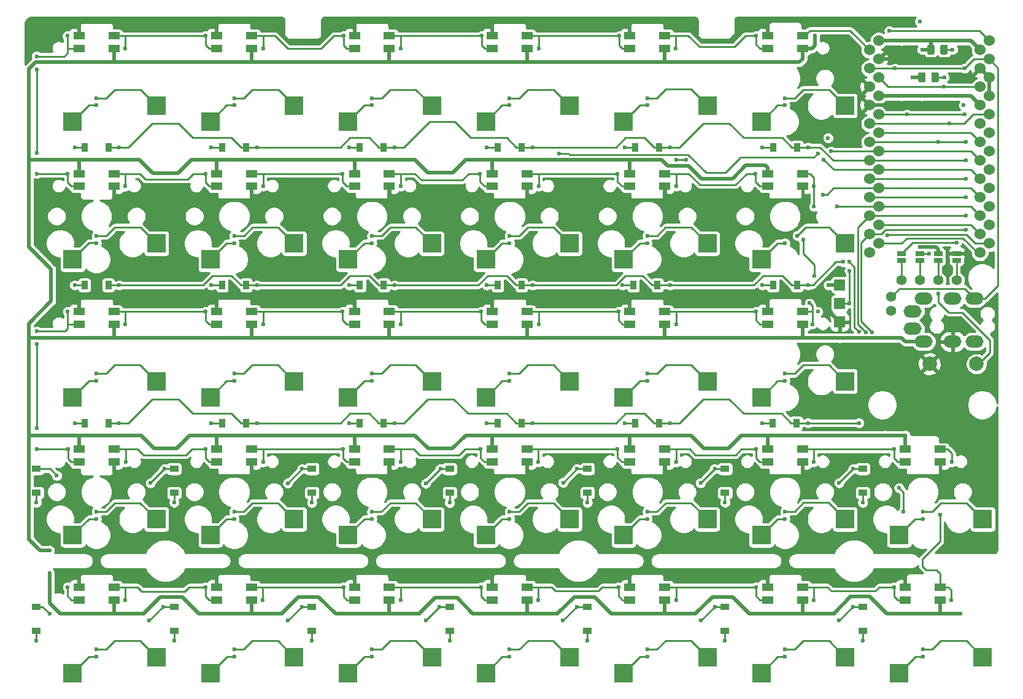
<source format=gbr>
G04 #@! TF.GenerationSoftware,KiCad,Pcbnew,(5.1.10)-1*
G04 #@! TF.CreationDate,2021-12-22T22:10:33+01:00*
G04 #@! TF.ProjectId,helixhschoc,68656c69-7868-4736-9368-6f632e6b6963,rev?*
G04 #@! TF.SameCoordinates,Original*
G04 #@! TF.FileFunction,Copper,L1,Top*
G04 #@! TF.FilePolarity,Positive*
%FSLAX46Y46*%
G04 Gerber Fmt 4.6, Leading zero omitted, Abs format (unit mm)*
G04 Created by KiCad (PCBNEW (5.1.10)-1) date 2021-12-22 22:10:33*
%MOMM*%
%LPD*%
G01*
G04 APERTURE LIST*
G04 #@! TA.AperFunction,SMDPad,CuDef*
%ADD10R,1.600000X1.000000*%
G04 #@! TD*
G04 #@! TA.AperFunction,ComponentPad*
%ADD11C,2.000000*%
G04 #@! TD*
G04 #@! TA.AperFunction,ComponentPad*
%ADD12O,2.500000X1.700000*%
G04 #@! TD*
G04 #@! TA.AperFunction,SMDPad,CuDef*
%ADD13R,2.600000X2.600000*%
G04 #@! TD*
G04 #@! TA.AperFunction,SMDPad,CuDef*
%ADD14R,1.200000X0.900000*%
G04 #@! TD*
G04 #@! TA.AperFunction,SMDPad,CuDef*
%ADD15R,0.900000X1.200000*%
G04 #@! TD*
G04 #@! TA.AperFunction,SMDPad,CuDef*
%ADD16R,1.524000X1.524000*%
G04 #@! TD*
G04 #@! TA.AperFunction,ComponentPad*
%ADD17C,1.397000*%
G04 #@! TD*
G04 #@! TA.AperFunction,SMDPad,CuDef*
%ADD18R,1.143000X0.635000*%
G04 #@! TD*
G04 #@! TA.AperFunction,ComponentPad*
%ADD19C,1.524000*%
G04 #@! TD*
G04 #@! TA.AperFunction,ViaPad*
%ADD20C,0.600000*%
G04 #@! TD*
G04 #@! TA.AperFunction,Conductor*
%ADD21C,0.250000*%
G04 #@! TD*
G04 #@! TA.AperFunction,Conductor*
%ADD22C,0.500000*%
G04 #@! TD*
G04 #@! TA.AperFunction,Conductor*
%ADD23C,0.254000*%
G04 #@! TD*
G04 #@! TA.AperFunction,Conductor*
%ADD24C,0.100000*%
G04 #@! TD*
G04 APERTURE END LIST*
D10*
X199030540Y-126302540D03*
X199030540Y-128052540D03*
X203830540Y-126302540D03*
X203830540Y-128052540D03*
X180030540Y-126302540D03*
X180030540Y-128052540D03*
X184830540Y-126302540D03*
X184830540Y-128052540D03*
X161030540Y-126302540D03*
X161030540Y-128052540D03*
X165830540Y-126302540D03*
X165830540Y-128052540D03*
X142030540Y-126302540D03*
X142030540Y-128052540D03*
X146830540Y-126302540D03*
X146830540Y-128052540D03*
X123030540Y-126302540D03*
X123030540Y-128052540D03*
X127830540Y-126302540D03*
X127830540Y-128052540D03*
X104030540Y-126302540D03*
X104030540Y-128052540D03*
X108830540Y-126302540D03*
X108830540Y-128052540D03*
X85030540Y-126302540D03*
X85030540Y-128052540D03*
X89830540Y-126302540D03*
X89830540Y-128052540D03*
X203830540Y-109052540D03*
X203830540Y-107302540D03*
X199030540Y-109052540D03*
X199030540Y-107302540D03*
X184830540Y-109052540D03*
X184830540Y-107302540D03*
X180030540Y-109052540D03*
X180030540Y-107302540D03*
X165830540Y-109052540D03*
X165830540Y-107302540D03*
X161030540Y-109052540D03*
X161030540Y-107302540D03*
X146830540Y-109052540D03*
X146830540Y-107302540D03*
X142030540Y-109052540D03*
X142030540Y-107302540D03*
X127830540Y-109052540D03*
X127830540Y-107302540D03*
X123030540Y-109052540D03*
X123030540Y-107302540D03*
X108830540Y-109052540D03*
X108830540Y-107302540D03*
X104030540Y-109052540D03*
X104030540Y-107302540D03*
X89830540Y-109052540D03*
X89830540Y-107302540D03*
X85030540Y-109052540D03*
X85030540Y-107302540D03*
X180030540Y-88302540D03*
X180030540Y-90052540D03*
X184830540Y-88302540D03*
X184830540Y-90052540D03*
X161030540Y-88302540D03*
X161030540Y-90052540D03*
X165830540Y-88302540D03*
X165830540Y-90052540D03*
X142030540Y-88302540D03*
X142030540Y-90052540D03*
X146830540Y-88302540D03*
X146830540Y-90052540D03*
X123030540Y-88302540D03*
X123030540Y-90052540D03*
X127830540Y-88302540D03*
X127830540Y-90052540D03*
X104030540Y-88302540D03*
X104030540Y-90052540D03*
X108830540Y-88302540D03*
X108830540Y-90052540D03*
X85030540Y-88302540D03*
X85030540Y-90052540D03*
X89830540Y-88302540D03*
X89830540Y-90052540D03*
X184830540Y-71052540D03*
X184830540Y-69302540D03*
X180030540Y-71052540D03*
X180030540Y-69302540D03*
X165830540Y-71052540D03*
X165830540Y-69302540D03*
X161030540Y-71052540D03*
X161030540Y-69302540D03*
X146830540Y-71052540D03*
X146830540Y-69302540D03*
X142030540Y-71052540D03*
X142030540Y-69302540D03*
X127830540Y-71052540D03*
X127830540Y-69302540D03*
X123030540Y-71052540D03*
X123030540Y-69302540D03*
X108830540Y-71052540D03*
X108830540Y-69302540D03*
X104030540Y-71052540D03*
X104030540Y-69302540D03*
X89830540Y-71052540D03*
X89830540Y-69302540D03*
X85030540Y-71052540D03*
X85030540Y-69302540D03*
X180030540Y-50302540D03*
X180030540Y-52052540D03*
X184830540Y-50302540D03*
X184830540Y-52052540D03*
X161030540Y-50302540D03*
X161030540Y-52052540D03*
X165830540Y-50302540D03*
X165830540Y-52052540D03*
X142030540Y-50302540D03*
X142030540Y-52052540D03*
X146830540Y-50302540D03*
X146830540Y-52052540D03*
X123030540Y-50302540D03*
X123030540Y-52052540D03*
X127830540Y-50302540D03*
X127830540Y-52052540D03*
X104030540Y-50302540D03*
X104030540Y-52052540D03*
X108830540Y-50302540D03*
X108830540Y-52052540D03*
X85030540Y-50302540D03*
X85030540Y-52052540D03*
X89830540Y-50302540D03*
X89830540Y-52052540D03*
D11*
X202353580Y-95531700D03*
X208853580Y-95531700D03*
D12*
X200052940Y-88257540D03*
X201552940Y-92457540D03*
X205552940Y-92457540D03*
X208552940Y-92457540D03*
X205552940Y-86507540D03*
X208552940Y-86507540D03*
X200052940Y-90707540D03*
X201552940Y-86507540D03*
D13*
X141155540Y-119127540D03*
X152705540Y-116927540D03*
X141155540Y-81127540D03*
X152705540Y-78927540D03*
X160155540Y-81127540D03*
X171705540Y-78927540D03*
X160155540Y-100127540D03*
X171705540Y-97927540D03*
X122155540Y-119127540D03*
X133705540Y-116927540D03*
X122155540Y-100127540D03*
X133705540Y-97927540D03*
X179155540Y-100127540D03*
X190705540Y-97927540D03*
X160155540Y-119127540D03*
X171705540Y-116927540D03*
X84155540Y-119127540D03*
X95705540Y-116927540D03*
X103155540Y-119127540D03*
X114705540Y-116927540D03*
X179155540Y-81127540D03*
X190705540Y-78927540D03*
X179155540Y-62127540D03*
X190705540Y-59927540D03*
X84155540Y-81127540D03*
X95705540Y-78927540D03*
X103155540Y-81127540D03*
X114705540Y-78927540D03*
X103155540Y-100127540D03*
X114705540Y-97927540D03*
X84155540Y-100127540D03*
X95705540Y-97927540D03*
X141155540Y-100127540D03*
X152705540Y-97927540D03*
X122155540Y-81127540D03*
X133705540Y-78927540D03*
D14*
X117155540Y-132291940D03*
X117155540Y-128991940D03*
D15*
X142780540Y-103677540D03*
X146080540Y-103677540D03*
X161780540Y-103677540D03*
X165080540Y-103677540D03*
D14*
X79155540Y-113291940D03*
X79155540Y-109991940D03*
X155155540Y-113291940D03*
X155155540Y-109991940D03*
D15*
X180678940Y-103677540D03*
X183978940Y-103677540D03*
D14*
X98155540Y-113291940D03*
X98155540Y-109991940D03*
X117155540Y-113291940D03*
X117155540Y-109991940D03*
X136155540Y-113291940D03*
X136155540Y-109991940D03*
X174155540Y-113291940D03*
X174155540Y-109991940D03*
X155155540Y-132291940D03*
X155155540Y-128991940D03*
X174155540Y-132291940D03*
X174155540Y-128991940D03*
X98155540Y-132291940D03*
X98155540Y-128991940D03*
X136155540Y-132291940D03*
X136155540Y-128991940D03*
D15*
X123780540Y-103677540D03*
X127080540Y-103677540D03*
D14*
X193155540Y-132291940D03*
X193155540Y-128991940D03*
X79155540Y-128991940D03*
X79155540Y-132291940D03*
D15*
X123780540Y-84677540D03*
X127080540Y-84677540D03*
X184080540Y-65677540D03*
X180780540Y-65677540D03*
X85780540Y-65677540D03*
X89080540Y-65677540D03*
X85780540Y-84677540D03*
X89080540Y-84677540D03*
D16*
X189947980Y-84662860D03*
X189947980Y-87202860D03*
X189947980Y-89742860D03*
D15*
X104780540Y-103677540D03*
X108080540Y-103677540D03*
X104780540Y-65677540D03*
X108080540Y-65677540D03*
X146080540Y-65677540D03*
X142780540Y-65677540D03*
X165080540Y-65677540D03*
X161780540Y-65677540D03*
X104780540Y-84677540D03*
X108080540Y-84677540D03*
X161511140Y-84677540D03*
X164811140Y-84677540D03*
X180780540Y-84677540D03*
X184080540Y-84677540D03*
X142780540Y-84677540D03*
X146080540Y-84677540D03*
X85780540Y-103677540D03*
X89080540Y-103677540D03*
D17*
X197095540Y-88249340D03*
X197095540Y-86293540D03*
D18*
X198492540Y-81302920D03*
X198492540Y-80302160D03*
X203572540Y-81302920D03*
X203572540Y-80302160D03*
X201032540Y-81302920D03*
X201032540Y-80302160D03*
D17*
X198492540Y-83967540D03*
X201032540Y-83967540D03*
X203572540Y-83967540D03*
X206112540Y-83967540D03*
D18*
X206112540Y-81302920D03*
X206112540Y-80302160D03*
D13*
X198155540Y-138127540D03*
X209705540Y-135927540D03*
X179155540Y-119127540D03*
X190705540Y-116927540D03*
X103155540Y-138127540D03*
X114705540Y-135927540D03*
X198155540Y-119127540D03*
X209705540Y-116927540D03*
X122155540Y-138127540D03*
X133705540Y-135927540D03*
X84155540Y-138127540D03*
X95705540Y-135927540D03*
X141155540Y-138127540D03*
X152705540Y-135927540D03*
X160155540Y-138127540D03*
X171705540Y-135927540D03*
X179155540Y-138127540D03*
X190705540Y-135927540D03*
X160155540Y-62127540D03*
X171705540Y-59927540D03*
G04 #@! TA.AperFunction,SMDPad,CuDef*
G36*
G01*
X202039160Y-52672402D02*
X202039160Y-51772398D01*
G75*
G02*
X202289158Y-51522400I249998J0D01*
G01*
X202814162Y-51522400D01*
G75*
G02*
X203064160Y-51772398I0J-249998D01*
G01*
X203064160Y-52672402D01*
G75*
G02*
X202814162Y-52922400I-249998J0D01*
G01*
X202289158Y-52922400D01*
G75*
G02*
X202039160Y-52672402I0J249998D01*
G01*
G37*
G04 #@! TD.AperFunction*
G04 #@! TA.AperFunction,SMDPad,CuDef*
G36*
G01*
X203864160Y-52672402D02*
X203864160Y-51772398D01*
G75*
G02*
X204114158Y-51522400I249998J0D01*
G01*
X204639162Y-51522400D01*
G75*
G02*
X204889160Y-51772398I0J-249998D01*
G01*
X204889160Y-52672402D01*
G75*
G02*
X204639162Y-52922400I-249998J0D01*
G01*
X204114158Y-52922400D01*
G75*
G02*
X203864160Y-52672402I0J249998D01*
G01*
G37*
G04 #@! TD.AperFunction*
G04 #@! TA.AperFunction,SMDPad,CuDef*
G36*
G01*
X200790650Y-56474782D02*
X200790650Y-55574778D01*
G75*
G02*
X201040648Y-55324780I249998J0D01*
G01*
X201565652Y-55324780D01*
G75*
G02*
X201815650Y-55574778I0J-249998D01*
G01*
X201815650Y-56474782D01*
G75*
G02*
X201565652Y-56724780I-249998J0D01*
G01*
X201040648Y-56724780D01*
G75*
G02*
X200790650Y-56474782I0J249998D01*
G01*
G37*
G04 #@! TD.AperFunction*
G04 #@! TA.AperFunction,SMDPad,CuDef*
G36*
G01*
X202615650Y-56474782D02*
X202615650Y-55574778D01*
G75*
G02*
X202865648Y-55324780I249998J0D01*
G01*
X203390652Y-55324780D01*
G75*
G02*
X203640650Y-55574778I0J-249998D01*
G01*
X203640650Y-56474782D01*
G75*
G02*
X203390652Y-56724780I-249998J0D01*
G01*
X202865648Y-56724780D01*
G75*
G02*
X202615650Y-56474782I0J249998D01*
G01*
G37*
G04 #@! TD.AperFunction*
D14*
X193155540Y-113291940D03*
X193155540Y-109991940D03*
D19*
X209312940Y-52254340D03*
X209312940Y-70034340D03*
X209312940Y-72574340D03*
X209312940Y-59874340D03*
X209312940Y-62414340D03*
X209312940Y-64954340D03*
X209312940Y-75114340D03*
X209312940Y-80194340D03*
X209312940Y-54794340D03*
X209312940Y-57334340D03*
X209312940Y-77654340D03*
X209312940Y-67494340D03*
X194072940Y-54794340D03*
X194072940Y-67494340D03*
X194072940Y-75114340D03*
X194072940Y-72574340D03*
X194072940Y-64954340D03*
X194072940Y-70034340D03*
X194072940Y-62414340D03*
X194072940Y-52254340D03*
X194072940Y-77654340D03*
X194072940Y-59874340D03*
X194072940Y-57334340D03*
X194072940Y-80194340D03*
X210582940Y-50984340D03*
X210582940Y-53524340D03*
X210582940Y-56064340D03*
X210582940Y-58604340D03*
X210582940Y-61144340D03*
X210582940Y-63684340D03*
X210582940Y-66224340D03*
X210582940Y-68764340D03*
X210582940Y-71304340D03*
X210582940Y-73844340D03*
X210582940Y-76384340D03*
X210582940Y-78924340D03*
X195342940Y-78924340D03*
X195342940Y-76384340D03*
X195342940Y-73844340D03*
X195342940Y-71304340D03*
X195342940Y-68764340D03*
X195342940Y-66224340D03*
X195342940Y-63684340D03*
X195342940Y-61144340D03*
X195342940Y-58604340D03*
X195342940Y-56064340D03*
X195342940Y-53524340D03*
X195342940Y-50984340D03*
D13*
X103155540Y-62127540D03*
X114705540Y-59927540D03*
X122155540Y-62127540D03*
X133705540Y-59927540D03*
X141155540Y-62127540D03*
X152705540Y-59927540D03*
D15*
X123780540Y-65677540D03*
X127080540Y-65677540D03*
D13*
X84155540Y-62127540D03*
X95705540Y-59927540D03*
D20*
X188368940Y-64391540D03*
X207076040Y-59885580D03*
X201018140Y-48364140D03*
X147580540Y-65677540D03*
X90580540Y-65677540D03*
X166580540Y-65677540D03*
X207430140Y-67494340D03*
X128580540Y-65677540D03*
X185589740Y-65677540D03*
X109580540Y-65677540D03*
X87430540Y-58877540D03*
X84421140Y-65677540D03*
X103280540Y-65677540D03*
X106430540Y-58877540D03*
X122280540Y-65677540D03*
X125430540Y-58877540D03*
X144430540Y-58877540D03*
X141280540Y-65677540D03*
X163430540Y-58877540D03*
X160280540Y-65677540D03*
X179280540Y-65677540D03*
X182430540Y-58877540D03*
X128580540Y-84677540D03*
X166580540Y-84677540D03*
X207423840Y-70034340D03*
X185589740Y-84677540D03*
X90580540Y-84677540D03*
X109580540Y-84677540D03*
X147580540Y-84677540D03*
X190456820Y-81480660D03*
X87430540Y-77876740D03*
X84421140Y-84677540D03*
X103280540Y-84677540D03*
X106430540Y-77876740D03*
X125430540Y-77876740D03*
X122280540Y-84677540D03*
X141280540Y-84677540D03*
X144430540Y-77876740D03*
X163430540Y-77876740D03*
X160011140Y-84677540D03*
X184129340Y-77876740D03*
X179280540Y-84677540D03*
X191304340Y-81480660D03*
X192618360Y-91132660D03*
X147580540Y-103677540D03*
X192616000Y-103677540D03*
X109580540Y-103677540D03*
X90580540Y-103677540D03*
X166580540Y-103677540D03*
X185589740Y-103677540D03*
X207411140Y-72574340D03*
X128580540Y-103677540D03*
X87430540Y-96875940D03*
X84421140Y-103677540D03*
X103280540Y-103677540D03*
X106430540Y-96875940D03*
X122280540Y-103677540D03*
X125430540Y-96875940D03*
X144430540Y-96875940D03*
X141280540Y-103677540D03*
X163430540Y-96875940D03*
X160280540Y-103677540D03*
X179280540Y-103677540D03*
X182430540Y-96875940D03*
X113827560Y-111968280D03*
X96814860Y-109991940D03*
X193547961Y-91155481D03*
X115803900Y-109991940D03*
X81953100Y-110916720D03*
X170776900Y-111935260D03*
X153705780Y-109991940D03*
X151818340Y-111879380D03*
X189880240Y-111925100D03*
X191813400Y-109991940D03*
X172720220Y-109991940D03*
X207417440Y-75114340D03*
X94876620Y-111930180D03*
X132867400Y-112003840D03*
X134879300Y-109991940D03*
X87430540Y-115900540D03*
X79155540Y-114636300D03*
X106430540Y-115900540D03*
X98155540Y-114632960D03*
X125430540Y-115900540D03*
X117155540Y-114637240D03*
X144430540Y-115900540D03*
X136155540Y-114659300D03*
X155155540Y-114640720D03*
X163430540Y-115900540D03*
X182430540Y-115900540D03*
X174155540Y-114629760D03*
X205559660Y-52219860D03*
X205075560Y-62414340D03*
X206112540Y-78810539D03*
X201019840Y-79435540D03*
X158210540Y-67402530D03*
X82210540Y-67402530D03*
X196210540Y-105373741D03*
X82210540Y-105402530D03*
X131987030Y-53952550D03*
X93899730Y-129952550D03*
X198492540Y-50984340D03*
X151037030Y-129952550D03*
X112975130Y-129952550D03*
X112975130Y-53952550D03*
X189149730Y-129952550D03*
X201303150Y-58604340D03*
X170074330Y-53952550D03*
X93899730Y-91952550D03*
X80962500Y-121231660D03*
X151037030Y-53952550D03*
X189947980Y-91952550D03*
X198492540Y-58604340D03*
X199030540Y-105373741D03*
X112975130Y-91952550D03*
X158210540Y-105373741D03*
X151037030Y-91952550D03*
X188403660Y-84662860D03*
X177492181Y-68125340D03*
X93899730Y-53952550D03*
X101210540Y-105373741D03*
X139210540Y-105368940D03*
X131987030Y-91952550D03*
X186541040Y-50302540D03*
X170074330Y-129952550D03*
X206650540Y-129952550D03*
X200017380Y-56017160D03*
X139210540Y-67402530D03*
X170074330Y-91952550D03*
X186955860Y-88325540D03*
X101210540Y-67402530D03*
X120210540Y-105373741D03*
X177210540Y-105373741D03*
X131987030Y-129952550D03*
X201343260Y-52217320D03*
X80967580Y-124406660D03*
X120210540Y-67402530D03*
X207402939Y-80302160D03*
X82210540Y-48402530D03*
X158210540Y-48402530D03*
X206033800Y-53522460D03*
X139210540Y-48402530D03*
X112975130Y-72952550D03*
X151037030Y-72952550D03*
X93899730Y-72952550D03*
X176441578Y-49408978D03*
X170074330Y-72952550D03*
X101210540Y-48402530D03*
X131987030Y-72952550D03*
X170074330Y-110952550D03*
X151037030Y-110952550D03*
X119674640Y-49672240D03*
X93899730Y-110952550D03*
X177210540Y-124402530D03*
X196210540Y-124402530D03*
X187748340Y-87543220D03*
X120210540Y-86402530D03*
X82210540Y-126163142D03*
X158210540Y-124402530D03*
X185515190Y-72952550D03*
X101210540Y-86402530D03*
X206650540Y-110952550D03*
X131987030Y-110952550D03*
X82210540Y-86402530D03*
X101210540Y-124402530D03*
X120210540Y-124402530D03*
X199030540Y-124402530D03*
X198492540Y-59874340D03*
X139210540Y-86402530D03*
X112975130Y-110952550D03*
X189149730Y-110952550D03*
X177210540Y-86402530D03*
X158210540Y-86402530D03*
X139210540Y-124402530D03*
X191304340Y-87192700D03*
X191304340Y-82670220D03*
X196806820Y-49615940D03*
X144430540Y-59877540D03*
X144430540Y-116900540D03*
X144430540Y-135874340D03*
X187783900Y-67380700D03*
X168770300Y-67393820D03*
X144430540Y-97875940D03*
X144430540Y-78876740D03*
X167434090Y-67393820D03*
X125430540Y-97875940D03*
X188787860Y-66224340D03*
X125430540Y-78876740D03*
X187006660Y-66496780D03*
X125430540Y-135874340D03*
X151279860Y-66520060D03*
X125430540Y-116900540D03*
X125430540Y-59877540D03*
X163430540Y-135874340D03*
X187650540Y-72174100D03*
X163430540Y-78876740D03*
X163430540Y-116900540D03*
X163430540Y-97875940D03*
X163430540Y-59877540D03*
X203572540Y-85810940D03*
X204375180Y-57334340D03*
X87430540Y-97875940D03*
X87430540Y-78876740D03*
X87430540Y-116900540D03*
X87430540Y-59877540D03*
X199259620Y-61142460D03*
X87430540Y-135874340D03*
X207233340Y-61144340D03*
X106430540Y-135874340D03*
X106430540Y-97875940D03*
X106430540Y-59877540D03*
X106430540Y-116900540D03*
X106430540Y-78876740D03*
X182430540Y-97875940D03*
X182430540Y-116900540D03*
X189627940Y-73844340D03*
X182430540Y-59877540D03*
X182430540Y-135874340D03*
X182430540Y-78876740D03*
X207430140Y-64954340D03*
X203572540Y-64954340D03*
X202330960Y-80302160D03*
X204386180Y-56024780D03*
X201430540Y-115900540D03*
X193155540Y-114646740D03*
X80966740Y-129952550D03*
X153679580Y-128991940D03*
X113845340Y-130901440D03*
X132867400Y-130903980D03*
X134779440Y-128991940D03*
X194421760Y-91142820D03*
X207357140Y-77060640D03*
X189885320Y-130901440D03*
X198793100Y-115872260D03*
X198163180Y-112618520D03*
X94698820Y-130906520D03*
X172739740Y-128991940D03*
X191794820Y-128991940D03*
X96613400Y-128991940D03*
X170815420Y-130916260D03*
X151759920Y-130911600D03*
X115754840Y-128991940D03*
X87430540Y-134874340D03*
X79155540Y-133664540D03*
X98155540Y-133664540D03*
X106430540Y-134874340D03*
X125430540Y-134874340D03*
X117155540Y-133664540D03*
X144430540Y-134874340D03*
X136155540Y-133689940D03*
X155155540Y-133664540D03*
X163430540Y-134874340D03*
X174155540Y-133689940D03*
X182430540Y-134874340D03*
X201430540Y-134874340D03*
X193155540Y-133689940D03*
X201430540Y-116900540D03*
X201430540Y-135874340D03*
X79163340Y-54973740D03*
X79163340Y-53121140D03*
X79163340Y-66429140D03*
X83431340Y-50302540D03*
X83444840Y-69302540D03*
X79163340Y-69302540D03*
X102481340Y-50302540D03*
X91420640Y-52052540D03*
X110441640Y-52052540D03*
X121531340Y-50302540D03*
X140581340Y-50302540D03*
X129390040Y-52052540D03*
X159581340Y-50302540D03*
X148439300Y-52052540D03*
X167375740Y-52052540D03*
X178426540Y-50301740D03*
X102456740Y-69302540D03*
X91417840Y-71052540D03*
X121392440Y-69302540D03*
X110442440Y-71052540D03*
X140366240Y-69302540D03*
X129441640Y-71052540D03*
X159340040Y-69302540D03*
X148453540Y-71052540D03*
X167465440Y-71052540D03*
X178351940Y-69302540D03*
X184929780Y-78381860D03*
X186479180Y-83380580D03*
X185803540Y-87137950D03*
X186426540Y-73845420D03*
X186426540Y-71052540D03*
X186216940Y-90052540D03*
X83458340Y-88302540D03*
X83535340Y-107302540D03*
X79163340Y-91043340D03*
X79163340Y-107302540D03*
X79163340Y-92819740D03*
X79163340Y-104376740D03*
X102457540Y-88302540D03*
X91405940Y-90052540D03*
X121405940Y-88302540D03*
X110405140Y-90052540D03*
X129429740Y-90052540D03*
X140481340Y-88302540D03*
X159429740Y-88302540D03*
X148454340Y-90052540D03*
X178403540Y-88302540D03*
X167428140Y-90052540D03*
X91456340Y-109052540D03*
X102458340Y-107302540D03*
X121482940Y-107302540D03*
X110417440Y-109052540D03*
X129416640Y-109052540D03*
X140437640Y-107302540D03*
X148417040Y-109052540D03*
X159335240Y-107302540D03*
X167415040Y-109052540D03*
X178474140Y-107302540D03*
X102509940Y-126302540D03*
X91379340Y-128052540D03*
X110378540Y-128052540D03*
X121509140Y-126302540D03*
X129403140Y-128052540D03*
X140508340Y-126302540D03*
X159456740Y-126302540D03*
X148376940Y-128052540D03*
X167426940Y-128052540D03*
X178430540Y-126302540D03*
X197594220Y-54794340D03*
X207195240Y-54794340D03*
X196519200Y-77782420D03*
X186375340Y-128052540D03*
X197505940Y-126302540D03*
X186388840Y-109052540D03*
X197454340Y-107302540D03*
X205349140Y-128052540D03*
X205451540Y-109052540D03*
X203830540Y-116316140D03*
X83459940Y-126302540D03*
D21*
X207430140Y-67494340D02*
X207430140Y-67494340D01*
X108080540Y-65677540D02*
X109580540Y-65677540D01*
X128580540Y-65677540D02*
X128580540Y-65677540D01*
X127080540Y-65677540D02*
X128580540Y-65677540D01*
X146080540Y-65677540D02*
X147580540Y-65677540D01*
X89080540Y-65677540D02*
X90580540Y-65677540D01*
X165080540Y-65677540D02*
X166580540Y-65677540D01*
X90580540Y-65677540D02*
X90580540Y-65677540D01*
X144060340Y-64373340D02*
X145364540Y-65677540D01*
X129827540Y-65677540D02*
X133372020Y-62133060D01*
X194072940Y-67494340D02*
X189096420Y-67494340D01*
X127080540Y-65677540D02*
X126365340Y-65677540D01*
X147580540Y-65677540D02*
X159113740Y-65677540D01*
X176724740Y-64373340D02*
X182058740Y-64373340D01*
X121115340Y-65677540D02*
X109580540Y-65677540D01*
X122419540Y-64373340D02*
X121115340Y-65677540D01*
X182058740Y-64373340D02*
X183362940Y-65677540D01*
X108080540Y-65677540D02*
X107366140Y-65677540D01*
X174718140Y-62366740D02*
X176724740Y-64373340D01*
X189096420Y-67494340D02*
X187279620Y-65677540D01*
X166580540Y-65677540D02*
X167825940Y-65677540D01*
X128580540Y-65677540D02*
X129827540Y-65677540D01*
X167825940Y-65677540D02*
X171136740Y-62366740D01*
X187279620Y-65677540D02*
X185589740Y-65677540D01*
X125061140Y-64373340D02*
X122419540Y-64373340D01*
X133372020Y-62133060D02*
X136831500Y-62133060D01*
X183362940Y-65677540D02*
X184080540Y-65677540D01*
X185589740Y-65677540D02*
X184080540Y-65677540D01*
X106061940Y-64373340D02*
X100727940Y-64373340D01*
X95139940Y-62366740D02*
X91829140Y-65677540D01*
X136831500Y-62133060D02*
X139071780Y-64373340D01*
X91829140Y-65677540D02*
X90580540Y-65677540D01*
X139071780Y-64373340D02*
X144060340Y-64373340D01*
X160417940Y-64373340D02*
X163059540Y-64373340D01*
X107366140Y-65677540D02*
X106061940Y-64373340D01*
X171136740Y-62366740D02*
X174718140Y-62366740D01*
X164363740Y-65677540D02*
X165080540Y-65677540D01*
X145364540Y-65677540D02*
X146080540Y-65677540D01*
X98721340Y-62366740D02*
X95139940Y-62366740D01*
X159113740Y-65677540D02*
X160417940Y-64373340D01*
X163059540Y-64373340D02*
X164363740Y-65677540D01*
X126365340Y-65677540D02*
X125061140Y-64373340D01*
X100727940Y-64373340D02*
X98721340Y-62366740D01*
X194072940Y-67494340D02*
X207430140Y-67494340D01*
X85780540Y-65677540D02*
X84336140Y-65677540D01*
X93471140Y-57693140D02*
X95705540Y-59927540D01*
X89958340Y-57693140D02*
X93471140Y-57693140D01*
X88773940Y-58877540D02*
X89958340Y-57693140D01*
X87430540Y-58877540D02*
X88773940Y-58877540D01*
X114705540Y-59859740D02*
X112538940Y-57693140D01*
X108932140Y-57693140D02*
X107747740Y-58877540D01*
X112538940Y-57693140D02*
X108932140Y-57693140D01*
X104780540Y-65677540D02*
X103280540Y-65677540D01*
X107747740Y-58877540D02*
X106430540Y-58877540D01*
X114705540Y-59927540D02*
X114705540Y-59859740D01*
X133705540Y-59927540D02*
X131471140Y-57693140D01*
X127931340Y-57693140D02*
X126746940Y-58877540D01*
X131471140Y-57693140D02*
X127931340Y-57693140D01*
X123780540Y-65677540D02*
X122280540Y-65677540D01*
X126746940Y-58877540D02*
X125430540Y-58877540D01*
X146930540Y-57693140D02*
X145746140Y-58877540D01*
X141280540Y-65677540D02*
X141280540Y-65677540D01*
X145746140Y-58877540D02*
X144430540Y-58877540D01*
X142780540Y-65677540D02*
X141280540Y-65677540D01*
X150471140Y-57693140D02*
X146930540Y-57693140D01*
X152705540Y-59927540D02*
X150471140Y-57693140D01*
X160280540Y-65677540D02*
X160280540Y-65677540D01*
X171705540Y-59927540D02*
X169445740Y-57667740D01*
X165955140Y-57667740D02*
X164745340Y-58877540D01*
X161780540Y-65677540D02*
X160280540Y-65677540D01*
X164745340Y-58877540D02*
X163430540Y-58877540D01*
X169445740Y-57667740D02*
X165955140Y-57667740D01*
X180780540Y-65677540D02*
X179280540Y-65677540D01*
X179280540Y-65677540D02*
X179280540Y-65677540D01*
X183744540Y-58877540D02*
X182430540Y-58877540D01*
X184928940Y-57693140D02*
X183744540Y-58877540D01*
X188471140Y-57693140D02*
X184928940Y-57693140D01*
X190705540Y-59927540D02*
X188471140Y-57693140D01*
X140113740Y-84677540D02*
X141418740Y-83372540D01*
X126366140Y-84677540D02*
X125061140Y-83372540D01*
X178112140Y-84677540D02*
X179417140Y-83372540D01*
X162780140Y-83372540D02*
X164085140Y-84677540D01*
X186269340Y-84677540D02*
X189466220Y-81480660D01*
X185589740Y-84677540D02*
X186269340Y-84677540D01*
X145365340Y-84677540D02*
X146080540Y-84677540D01*
X159112940Y-84677540D02*
X160417940Y-83372540D01*
X127080540Y-84677540D02*
X126366140Y-84677540D01*
X147580540Y-84677540D02*
X159112940Y-84677540D01*
X183363740Y-84677540D02*
X184080540Y-84677540D01*
X182058740Y-83372540D02*
X183363740Y-84677540D01*
X144060340Y-83372540D02*
X145365340Y-84677540D01*
X164085140Y-84677540D02*
X164811140Y-84677540D01*
X160417940Y-83372540D02*
X162780140Y-83372540D01*
X128580540Y-84677540D02*
X140113740Y-84677540D01*
X179417140Y-83372540D02*
X182058740Y-83372540D01*
X125061140Y-83372540D02*
X122419540Y-83372540D01*
X141418740Y-83372540D02*
X144060340Y-83372540D01*
X166580540Y-84677540D02*
X178112140Y-84677540D01*
X189466220Y-81480660D02*
X190456820Y-81480660D01*
X194072940Y-70034340D02*
X207423840Y-70034340D01*
X207423840Y-70034340D02*
X207423840Y-70034340D01*
X103445740Y-83372540D02*
X106061940Y-83372540D01*
X102140740Y-84677540D02*
X103445740Y-83372540D01*
X90580540Y-84677540D02*
X102140740Y-84677540D01*
X122419540Y-83372540D02*
X121114540Y-84677540D01*
X147580540Y-84677540D02*
X146080540Y-84677540D01*
X121114540Y-84677540D02*
X109580540Y-84677540D01*
X89080540Y-84677540D02*
X90580540Y-84677540D01*
X108080540Y-84677540D02*
X109580540Y-84677540D01*
X127080540Y-84677540D02*
X128580540Y-84677540D01*
X128580540Y-84677540D02*
X128580540Y-84677540D01*
X164811140Y-84677540D02*
X166580540Y-84677540D01*
X107366940Y-84677540D02*
X108080540Y-84677540D01*
X184080540Y-84677540D02*
X185589740Y-84677540D01*
X106061940Y-83372540D02*
X107366940Y-84677540D01*
X85780540Y-84677540D02*
X84421140Y-84677540D01*
X93470340Y-76692340D02*
X89932940Y-76692340D01*
X88773940Y-77851340D02*
X87430540Y-77851340D01*
X95705540Y-78927540D02*
X93470340Y-76692340D01*
X89932940Y-76692340D02*
X88773940Y-77851340D01*
X104780540Y-84677540D02*
X103280540Y-84677540D01*
X112470340Y-76692340D02*
X108957540Y-76692340D01*
X114705540Y-78927540D02*
X112470340Y-76692340D01*
X108957540Y-76692340D02*
X107798540Y-77851340D01*
X107798540Y-77851340D02*
X106430540Y-77851340D01*
X133705540Y-78927540D02*
X131470340Y-76692340D01*
X126772340Y-77876740D02*
X125430540Y-77876740D01*
X123780540Y-84677540D02*
X122280540Y-84677540D01*
X131470340Y-76692340D02*
X127956740Y-76692340D01*
X127956740Y-76692340D02*
X126772340Y-77876740D01*
X145771540Y-77851340D02*
X144430540Y-77851340D01*
X150470340Y-76692340D02*
X146930540Y-76692340D01*
X152705540Y-78927540D02*
X150470340Y-76692340D01*
X146930540Y-76692340D02*
X145771540Y-77851340D01*
X142780540Y-84677540D02*
X141280540Y-84677540D01*
X169470340Y-76692340D02*
X165929740Y-76692340D01*
X165929740Y-76692340D02*
X164770740Y-77851340D01*
X164770740Y-77851340D02*
X163430540Y-77851340D01*
X171705540Y-78927540D02*
X169470340Y-76692340D01*
X161511140Y-84677540D02*
X160011140Y-84677540D01*
X160011140Y-84677540D02*
X160011140Y-84677540D01*
X180780540Y-84677540D02*
X179280540Y-84677540D01*
X185313740Y-76692340D02*
X184129340Y-77876740D01*
X184129340Y-77876740D02*
X184129340Y-77876740D01*
X188470340Y-76692340D02*
X185313740Y-76692340D01*
X190705540Y-78927540D02*
X188470340Y-76692340D01*
X125061140Y-102371740D02*
X122419540Y-102371740D01*
X159112140Y-103677540D02*
X160417940Y-102371740D01*
X147580540Y-103677540D02*
X159112140Y-103677540D01*
X181957140Y-102371740D02*
X183262940Y-103677540D01*
X174718140Y-100365140D02*
X176724740Y-102371740D01*
X171136740Y-100365140D02*
X174718140Y-100365140D01*
X146080540Y-103677540D02*
X147580540Y-103677540D01*
X183978940Y-103677540D02*
X185589740Y-103677540D01*
X127080540Y-103677540D02*
X128580540Y-103677540D01*
X107367740Y-103677540D02*
X108080540Y-103677540D01*
X126366940Y-103677540D02*
X125061140Y-102371740D01*
X164365340Y-103677540D02*
X165080540Y-103677540D01*
X176724740Y-102371740D02*
X181957140Y-102371740D01*
X167824340Y-103677540D02*
X171136740Y-100365140D01*
X183262940Y-103677540D02*
X183978940Y-103677540D01*
X166580540Y-103677540D02*
X167824340Y-103677540D01*
X91827540Y-103677540D02*
X95139940Y-100365140D01*
X121113740Y-103677540D02*
X109580540Y-103677540D01*
X163059540Y-102371740D02*
X164365340Y-103677540D01*
X95139940Y-100365140D02*
X98721340Y-100365140D01*
X165080540Y-103677540D02*
X166580540Y-103677540D01*
X145366140Y-103677540D02*
X146080540Y-103677540D01*
X144060340Y-102371740D02*
X145366140Y-103677540D01*
X207411140Y-72574340D02*
X207411140Y-72574340D01*
X194072940Y-72574340D02*
X207411140Y-72574340D01*
X106061940Y-102371740D02*
X107367740Y-103677540D01*
X90580540Y-103677540D02*
X91827540Y-103677540D01*
X89080540Y-103677540D02*
X90580540Y-103677540D01*
X98721340Y-100365140D02*
X100727940Y-102371740D01*
X122419540Y-102371740D02*
X121113740Y-103677540D01*
X100727940Y-102371740D02*
X106061940Y-102371740D01*
X127080540Y-103677540D02*
X126366940Y-103677540D01*
X160417940Y-102371740D02*
X163059540Y-102371740D01*
X108080540Y-103677540D02*
X109580540Y-103677540D01*
X128580540Y-103677540D02*
X129825940Y-103677540D01*
X192616000Y-103677540D02*
X192742820Y-103677540D01*
X133138340Y-100365140D02*
X136719740Y-100365140D01*
X136719740Y-100365140D02*
X138726340Y-102371740D01*
X138726340Y-102371740D02*
X144060340Y-102371740D01*
X185589740Y-103677540D02*
X192616000Y-103677540D01*
X129825940Y-103677540D02*
X133138340Y-100365140D01*
X192010440Y-90524740D02*
X192010440Y-82186760D01*
X192010440Y-82186760D02*
X191304340Y-81480660D01*
X192618360Y-91132660D02*
X192010440Y-90524740D01*
X84421140Y-103677540D02*
X85780540Y-103677540D01*
X95705540Y-97927540D02*
X93469540Y-95691540D01*
X89932940Y-95691540D02*
X88748540Y-96875940D01*
X88748540Y-96875940D02*
X87430540Y-96875940D01*
X93469540Y-95691540D02*
X89932940Y-95691540D01*
X114705540Y-97927540D02*
X112469540Y-95691540D01*
X108932140Y-95691540D02*
X107747740Y-96875940D01*
X112469540Y-95691540D02*
X108932140Y-95691540D01*
X104780540Y-103677540D02*
X103280540Y-103677540D01*
X107747740Y-96875940D02*
X106430540Y-96875940D01*
X126746940Y-96875940D02*
X125430540Y-96875940D01*
X133705540Y-97927540D02*
X131469540Y-95691540D01*
X131469540Y-95691540D02*
X127931340Y-95691540D01*
X123780540Y-103677540D02*
X122280540Y-103677540D01*
X127931340Y-95691540D02*
X126746940Y-96875940D01*
X145771540Y-96875940D02*
X144430540Y-96875940D01*
X146955940Y-95691540D02*
X145771540Y-96875940D01*
X150469540Y-95691540D02*
X146955940Y-95691540D01*
X152705540Y-97927540D02*
X150469540Y-95691540D01*
X142780540Y-103677540D02*
X141280540Y-103677540D01*
X164770740Y-96875940D02*
X163430540Y-96875940D01*
X165955140Y-95691540D02*
X164770740Y-96875940D01*
X171705540Y-97927540D02*
X169469540Y-95691540D01*
X161780540Y-103677540D02*
X160280540Y-103677540D01*
X169469540Y-95691540D02*
X165955140Y-95691540D01*
X188469540Y-95691540D02*
X184928940Y-95691540D01*
X180678940Y-103677540D02*
X179280540Y-103677540D01*
X184928940Y-95691540D02*
X183744540Y-96875940D01*
X190705540Y-97927540D02*
X188469540Y-95691540D01*
X183744540Y-96875940D02*
X182430540Y-96875940D01*
X155155540Y-109991940D02*
X153705780Y-109991940D01*
X98155540Y-109991940D02*
X96814860Y-109991940D01*
X136155540Y-109991940D02*
X134879300Y-109991940D01*
X96814860Y-109991940D02*
X94876620Y-111930180D01*
X194072940Y-75114340D02*
X207417440Y-75114340D01*
X207417440Y-75114340D02*
X207417440Y-75114340D01*
X134879300Y-109991940D02*
X132867400Y-112003840D01*
X153705780Y-109991940D02*
X151818340Y-111879380D01*
X172720220Y-109991940D02*
X170776900Y-111935260D01*
X193155540Y-109991940D02*
X191813400Y-109991940D01*
X191813400Y-109991940D02*
X189880240Y-111925100D01*
X79155540Y-109991940D02*
X81028320Y-109991940D01*
X115803900Y-109991940D02*
X113827560Y-111968280D01*
X117155540Y-109991940D02*
X115803900Y-109991940D01*
X192460450Y-76726830D02*
X192460450Y-90067970D01*
X192460450Y-90067970D02*
X193547961Y-91155481D01*
X81028320Y-109991940D02*
X81953100Y-110916720D01*
X191813400Y-109991940D02*
X191813400Y-109991940D01*
X174155540Y-109991940D02*
X172720220Y-109991940D01*
X194072940Y-75114340D02*
X192460450Y-76726830D01*
X88748540Y-115900540D02*
X87430540Y-115900540D01*
X93468740Y-114690740D02*
X89958340Y-114690740D01*
X89958340Y-114690740D02*
X88748540Y-115900540D01*
X79155540Y-114636300D02*
X79155540Y-113291940D01*
X95705540Y-116927540D02*
X93468740Y-114690740D01*
X108932140Y-114690740D02*
X107722340Y-115900540D01*
X112468740Y-114690740D02*
X108932140Y-114690740D01*
X114705540Y-116927540D02*
X112468740Y-114690740D01*
X107722340Y-115900540D02*
X106430540Y-115900540D01*
X98155540Y-114632960D02*
X98155540Y-113291940D01*
X133705540Y-116927540D02*
X131468740Y-114690740D01*
X126721540Y-115900540D02*
X125430540Y-115900540D01*
X127931340Y-114690740D02*
X126721540Y-115900540D01*
X131468740Y-114690740D02*
X127931340Y-114690740D01*
X117155540Y-114637240D02*
X117155540Y-113291940D01*
X150468740Y-114690740D02*
X146955940Y-114690740D01*
X145746140Y-115900540D02*
X144430540Y-115900540D01*
X146955940Y-114690740D02*
X145746140Y-115900540D01*
X136155540Y-114659300D02*
X136155540Y-113291940D01*
X152705540Y-116927540D02*
X150468740Y-114690740D01*
X171705540Y-116927540D02*
X169468740Y-114690740D01*
X164745340Y-115900540D02*
X163430540Y-115900540D01*
X169468740Y-114690740D02*
X165955140Y-114690740D01*
X155155540Y-114640720D02*
X155155540Y-113291940D01*
X165955140Y-114690740D02*
X164745340Y-115900540D01*
X183744540Y-115900540D02*
X182430540Y-115900540D01*
X184979740Y-114665340D02*
X183744540Y-115900540D01*
X188443340Y-114665340D02*
X184979740Y-114665340D01*
X190705540Y-116927540D02*
X188443340Y-114665340D01*
X174155540Y-114629760D02*
X174155540Y-113291940D01*
X203082080Y-62414340D02*
X196362140Y-62414340D01*
X199984161Y-78810539D02*
X204222941Y-78810539D01*
X204222941Y-78810539D02*
X206112540Y-78810539D01*
X208401740Y-61144340D02*
X210582940Y-61144340D01*
X204379200Y-52219860D02*
X204376660Y-52222400D01*
X207131740Y-62414340D02*
X208401740Y-61144340D01*
X205559660Y-52219860D02*
X204379200Y-52219860D01*
X196362140Y-62414340D02*
X194072940Y-62414340D01*
X198492540Y-80302160D02*
X199984161Y-78810539D01*
X205075560Y-62414340D02*
X203082080Y-62414340D01*
X205075560Y-62414340D02*
X207131740Y-62414340D01*
D22*
X201343260Y-52217320D02*
X202546580Y-52217320D01*
X104030540Y-67409720D02*
X104023350Y-67402530D01*
X85030540Y-69302540D02*
X85030540Y-67421140D01*
X165398006Y-53952550D02*
X163516740Y-53952550D01*
X142030540Y-105493740D02*
X142155340Y-105368940D01*
X203830540Y-128052540D02*
X203830540Y-129947880D01*
X180030540Y-107302540D02*
X180030540Y-105474340D01*
X185756240Y-52052540D02*
X184830540Y-52052540D01*
X142047150Y-69282130D02*
X142047150Y-67402530D01*
X123030540Y-105373741D02*
X123030540Y-107302540D01*
X186149940Y-52052540D02*
X185756240Y-52052540D01*
X89830540Y-129838500D02*
X89944590Y-129952550D01*
X142030540Y-69302540D02*
X142030540Y-69298740D01*
X123047950Y-67402530D02*
X120203150Y-67402530D01*
X142030540Y-107302540D02*
X142030540Y-105493740D01*
X142487062Y-105368940D02*
X142155340Y-105368940D01*
X123030540Y-69302540D02*
X123030540Y-67419940D01*
X161030540Y-107302540D02*
X161030540Y-105373741D01*
X165830540Y-128052540D02*
X165830540Y-129857220D01*
X108830540Y-53781540D02*
X109001550Y-53952550D01*
X89830540Y-52052540D02*
X89830540Y-53836620D01*
X104030540Y-107302540D02*
X104030540Y-105373741D01*
X186541040Y-50302540D02*
X186541040Y-51661440D01*
X203280440Y-79435540D02*
X203572540Y-79727640D01*
X180030540Y-105474340D02*
X179929941Y-105373741D01*
X123030540Y-105373741D02*
X120192239Y-105373741D01*
X203572540Y-80302160D02*
X203572540Y-79727640D01*
X106417540Y-53952550D02*
X93952930Y-53952550D01*
X85030540Y-67421140D02*
X85011930Y-67402530D01*
X123030540Y-67419940D02*
X123047950Y-67402530D01*
X142491863Y-105373741D02*
X142487062Y-105368940D01*
X89830540Y-128052540D02*
X89830540Y-129838500D01*
X184830540Y-129908540D02*
X184874550Y-129952550D01*
X127914390Y-53952550D02*
X113168030Y-53952550D01*
X161030540Y-69302540D02*
X161030540Y-67431520D01*
X142030540Y-69298740D02*
X142047150Y-69282130D01*
X161030540Y-105373741D02*
X158343039Y-105373741D01*
X108398006Y-53952550D02*
X106417540Y-53952550D01*
X127830540Y-53868700D02*
X127914390Y-53952550D01*
X146830540Y-52052540D02*
X146830540Y-53854260D01*
X146830540Y-53854260D02*
X146928830Y-53952550D01*
X146928830Y-53952550D02*
X132040230Y-53952550D01*
X186541040Y-51661440D02*
X186149940Y-52052540D01*
X144466740Y-67402530D02*
X158252350Y-67402530D01*
X89830540Y-53836620D02*
X89946470Y-53952550D01*
X108830540Y-52052540D02*
X108830540Y-53781540D01*
X184830540Y-128052540D02*
X184830540Y-129908540D01*
X163516740Y-53952550D02*
X151356930Y-53952550D01*
X201019840Y-79435540D02*
X203280440Y-79435540D01*
X161030540Y-67431520D02*
X161059530Y-67402530D01*
X142047150Y-67402530D02*
X144466740Y-67402530D01*
X104030540Y-69302540D02*
X104030540Y-67409720D01*
X85011930Y-67402530D02*
X82210540Y-67402530D01*
X203830540Y-129947880D02*
X203835210Y-129952550D01*
X108830540Y-129895180D02*
X108887910Y-129952550D01*
X108830540Y-128052540D02*
X108830540Y-129895180D01*
X109001550Y-53952550D02*
X108398006Y-53952550D01*
X127830540Y-52052540D02*
X127830540Y-53868700D01*
X82210540Y-67402530D02*
X82210540Y-67402530D01*
X208042940Y-58604340D02*
X209312940Y-59874340D01*
X146680130Y-129952550D02*
X139357750Y-129952550D01*
X184874550Y-129952550D02*
X189149730Y-129952550D01*
X196431550Y-129952550D02*
X194072940Y-127593940D01*
X184874550Y-129952550D02*
X177483150Y-129952550D01*
X184847550Y-91952550D02*
X189399450Y-91952550D01*
X202551660Y-52222400D02*
X202551660Y-51024160D01*
X169120820Y-68242180D02*
X170858180Y-69979540D01*
X166255700Y-68242180D02*
X169120820Y-68242180D01*
X108887910Y-129952550D02*
X101537150Y-129952550D01*
X158458550Y-129952550D02*
X170074330Y-129952550D01*
X198492430Y-91952550D02*
X198997420Y-92457540D01*
X198997420Y-92457540D02*
X201552940Y-92457540D01*
X172382140Y-127644740D02*
X170074330Y-129952550D01*
X191508340Y-127593940D02*
X189149730Y-129952550D01*
X158458550Y-129952550D02*
X156150740Y-127644740D01*
X151037030Y-129952550D02*
X146680130Y-129952550D01*
X188403660Y-84662860D02*
X188403660Y-84662860D01*
X194072940Y-127593940D02*
X191508340Y-127593940D01*
X195342940Y-58604340D02*
X198509700Y-58604340D01*
X179671980Y-68125340D02*
X180030540Y-68483900D01*
X153344840Y-127644740D02*
X151037030Y-129952550D01*
X177030380Y-68125340D02*
X179671980Y-68125340D01*
X175176180Y-69979540D02*
X177030380Y-68125340D01*
X165416050Y-67402530D02*
X166255700Y-68242180D01*
X195342940Y-50984340D02*
X202591480Y-50984340D01*
X156150740Y-127644740D02*
X153344840Y-127644740D01*
X175175340Y-127644740D02*
X172382140Y-127644740D01*
X99229340Y-127644740D02*
X96207540Y-127644740D01*
X94911340Y-128940940D02*
X93899730Y-129952550D01*
X203835210Y-129952550D02*
X196431550Y-129952550D01*
X101537150Y-129952550D02*
X99229340Y-127644740D01*
X189399450Y-91952550D02*
X198492430Y-91952550D01*
X170858180Y-69979540D02*
X175176180Y-69979540D01*
X177483150Y-129952550D02*
X175175340Y-127644740D01*
X96207540Y-127644740D02*
X94911340Y-128940940D01*
X146830540Y-128052540D02*
X146830540Y-129802140D01*
X180030540Y-68483900D02*
X180030540Y-69302540D01*
X189947980Y-84662860D02*
X188403660Y-84662860D01*
X161059530Y-67402530D02*
X165416050Y-67402530D01*
X208042940Y-50984340D02*
X209312940Y-52254340D01*
X206650540Y-129952550D02*
X203835210Y-129952550D01*
X202551660Y-51024160D02*
X202591480Y-50984340D01*
X202591480Y-50984340D02*
X208042940Y-50984340D01*
X202546580Y-52217320D02*
X202551660Y-52222400D01*
X198509700Y-58604340D02*
X201242740Y-58604340D01*
X131938630Y-53952550D02*
X127914390Y-53952550D01*
X170140230Y-53952550D02*
X184398006Y-53952550D01*
X184830540Y-53520016D02*
X184830540Y-52052540D01*
X165398006Y-53952550D02*
X165892470Y-53952550D01*
X131938630Y-53952550D02*
X131938630Y-53952550D01*
X93952930Y-53952550D02*
X93825930Y-53952550D01*
X113168030Y-53952550D02*
X112990230Y-53952550D01*
X112875930Y-53952550D02*
X109001550Y-53952550D01*
X132040230Y-53952550D02*
X131938630Y-53952550D01*
X93825930Y-53952550D02*
X89946470Y-53952550D01*
X165830540Y-52052540D02*
X165830540Y-53890620D01*
X151356930Y-53952550D02*
X151115630Y-53952550D01*
X165892470Y-53952550D02*
X170140230Y-53952550D01*
X112990230Y-53952550D02*
X112875930Y-53952550D01*
X165830540Y-53890620D02*
X165892470Y-53952550D01*
X150988630Y-53952550D02*
X146928830Y-53952550D01*
X151115630Y-53952550D02*
X150988630Y-53952550D01*
X120203150Y-67402530D02*
X104023350Y-67402530D01*
X158252350Y-67402530D02*
X161059530Y-67402530D01*
X184398006Y-53952550D02*
X184830540Y-53520016D01*
X127830540Y-91893440D02*
X127771430Y-91952550D01*
X184398006Y-91952550D02*
X170824430Y-91952550D01*
X108830540Y-90052540D02*
X108830540Y-91856140D01*
X146830540Y-90052540D02*
X146830540Y-91819640D01*
X120192239Y-105373741D02*
X104030540Y-105373741D01*
X158343039Y-105373741D02*
X142491863Y-105373741D01*
X165830540Y-90052540D02*
X165830540Y-91807740D01*
X85030540Y-107302540D02*
X85030540Y-105483440D01*
X112974330Y-129952550D02*
X108887910Y-129952550D01*
X108830540Y-91856140D02*
X108926950Y-91952550D01*
X170824430Y-91952550D02*
X165975350Y-91952550D01*
X94408530Y-91952550D02*
X89773030Y-91952550D01*
X108926950Y-91952550D02*
X94408530Y-91952550D01*
X113737930Y-91952550D02*
X108926950Y-91952550D01*
X133029230Y-91952550D02*
X127771430Y-91952550D01*
X127830540Y-90052540D02*
X127830540Y-91893440D01*
X146963450Y-91952550D02*
X133029230Y-91952550D01*
X146830540Y-91819640D02*
X146963450Y-91952550D01*
X165830540Y-91807740D02*
X165975350Y-91952550D01*
X85030540Y-105483440D02*
X85111450Y-105402530D01*
X151329930Y-91952550D02*
X146963450Y-91952550D01*
X127771430Y-91952550D02*
X113737930Y-91952550D01*
X165975350Y-91952550D02*
X151329930Y-91952550D01*
X171238340Y-107146940D02*
X174629240Y-107146940D01*
X85463074Y-105402530D02*
X85111450Y-105402530D01*
X161030540Y-105373741D02*
X169465141Y-105373741D01*
X131341530Y-67402530D02*
X133100240Y-69161240D01*
X123047950Y-67402530D02*
X131341530Y-67402530D01*
X133189140Y-107197740D02*
X131365141Y-105373741D01*
X136529240Y-107197740D02*
X133189140Y-107197740D01*
X142155340Y-105368940D02*
X138358040Y-105368940D01*
X100265939Y-105373741D02*
X98467340Y-107172340D01*
X95368540Y-107172340D02*
X93598730Y-105402530D01*
X169465141Y-105373741D02*
X171238340Y-107146940D01*
X138402250Y-67402530D02*
X139215050Y-67402530D01*
X139215050Y-67402530D02*
X142047150Y-67402530D01*
X98695940Y-69224740D02*
X95165340Y-69224740D01*
X136643540Y-69161240D02*
X138402250Y-67402530D01*
X95165340Y-69224740D02*
X93343130Y-67402530D01*
X100518150Y-67402530D02*
X98695940Y-69224740D01*
X176402439Y-105373741D02*
X177634339Y-105373741D01*
X93343130Y-67402530D02*
X85463074Y-67402530D01*
X174629240Y-107146940D02*
X176402439Y-105373741D01*
X104023350Y-67402530D02*
X100518150Y-67402530D01*
X85463074Y-67402530D02*
X85011930Y-67402530D01*
X133100240Y-69161240D02*
X136643540Y-69161240D01*
X138358040Y-105368940D02*
X136529240Y-107197740D01*
X131365141Y-105373741D02*
X123030540Y-105373741D01*
X98467340Y-107172340D02*
X95368540Y-107172340D01*
X93598730Y-105402530D02*
X85463074Y-105402530D01*
X104030540Y-105373741D02*
X100265939Y-105373741D01*
X177634339Y-105373741D02*
X179929941Y-105373741D01*
X82210540Y-105402530D02*
X85111450Y-105402530D01*
X78101730Y-91952550D02*
X78096540Y-91957740D01*
X78096540Y-104352940D02*
X78096540Y-91957740D01*
X199030540Y-105373741D02*
X196210540Y-105373741D01*
X199030540Y-107302540D02*
X199030540Y-105373741D01*
X80966740Y-128482940D02*
X82436350Y-129952550D01*
X115282940Y-127644740D02*
X112975130Y-129952550D01*
X123463074Y-129952550D02*
X131987030Y-129952550D01*
X89830540Y-91895040D02*
X89773030Y-91952550D01*
X82210540Y-67402530D02*
X78255530Y-67402530D01*
X93899730Y-129952550D02*
X89944590Y-129952550D01*
X78096540Y-54848340D02*
X78096540Y-67243540D01*
X78096540Y-105241940D02*
X78096540Y-104352940D01*
X89830540Y-90052540D02*
X89830540Y-91895040D01*
X89946470Y-53952550D02*
X78992330Y-53952550D01*
X82210540Y-105402530D02*
X78257130Y-105402530D01*
X78992330Y-53952550D02*
X78096540Y-54848340D01*
X82436350Y-129952550D02*
X89944590Y-129952550D01*
X120409350Y-129952550D02*
X123463074Y-129952550D01*
X127830540Y-129848160D02*
X127934930Y-129952550D01*
X78255530Y-67402530D02*
X78096540Y-67243540D01*
X196023939Y-105373741D02*
X179929941Y-105373741D01*
X120409350Y-129952550D02*
X118101540Y-127644740D01*
X139357750Y-129952550D02*
X137176940Y-127771740D01*
X118101540Y-127644740D02*
X115282940Y-127644740D01*
X137176940Y-127771740D02*
X134167840Y-127771740D01*
X127830540Y-128052540D02*
X127830540Y-129848160D01*
X184830540Y-91935540D02*
X184847550Y-91952550D01*
X146830540Y-129802140D02*
X146680130Y-129952550D01*
X184398006Y-91952550D02*
X184847550Y-91952550D01*
X89773030Y-91952550D02*
X78101730Y-91952550D01*
X199030540Y-105373741D02*
X199030540Y-105373741D01*
X134167840Y-127771740D02*
X131987030Y-129952550D01*
X184830540Y-90052540D02*
X184830540Y-91935540D01*
X78096540Y-119686500D02*
X79641700Y-121231660D01*
X78096540Y-67243540D02*
X78096540Y-79394480D01*
X201242740Y-58604340D02*
X208042940Y-58604340D01*
X201303150Y-56024780D02*
X200025000Y-56024780D01*
X78096540Y-89967640D02*
X78096540Y-91957740D01*
X78096540Y-79394480D02*
X81186020Y-82483960D01*
X81186020Y-86878160D02*
X78096540Y-89967640D01*
X80966740Y-124774540D02*
X80967580Y-124406660D01*
X81186020Y-82483960D02*
X81186020Y-86878160D01*
X200025000Y-56024780D02*
X200017380Y-56017160D01*
X79641700Y-121231660D02*
X80962500Y-121231660D01*
X80967580Y-124406660D02*
X80966740Y-128482940D01*
X78096540Y-105241940D02*
X78096540Y-119686500D01*
X206112540Y-80302160D02*
X207402860Y-80302160D01*
X197761680Y-59874340D02*
X197761680Y-59874340D01*
X195342940Y-53524340D02*
X204949880Y-53524340D01*
X206033800Y-53522460D02*
X204951760Y-53522460D01*
X194072940Y-59874340D02*
X197761680Y-59874340D01*
X82210540Y-48402530D02*
X82210540Y-48402530D01*
X85030540Y-48408120D02*
X85024950Y-48402530D01*
X210582940Y-56064340D02*
X209312940Y-54794340D01*
X85030540Y-50302540D02*
X85030540Y-48408120D01*
X89398006Y-48402530D02*
X85024950Y-48402530D01*
X104030540Y-48446940D02*
X104074950Y-48402530D01*
X104030540Y-50302540D02*
X104030540Y-48446940D01*
X104074950Y-48402530D02*
X101407950Y-48402530D01*
X123030540Y-48406920D02*
X123034930Y-48402530D01*
X210582940Y-58604340D02*
X210582940Y-56064340D01*
X204951760Y-53522460D02*
X204949880Y-53524340D01*
X142030540Y-50302540D02*
X142030540Y-48406120D01*
X179499130Y-48402530D02*
X180030540Y-48933940D01*
X127830540Y-109052540D02*
X127830540Y-110859620D01*
X127398006Y-124402530D02*
X125117020Y-124402530D01*
X123030540Y-124463260D02*
X123091270Y-124402530D01*
X142034130Y-48402530D02*
X139203150Y-48402530D01*
X146830540Y-110877260D02*
X146905830Y-110952550D01*
X106178780Y-124402530D02*
X103998290Y-124402530D01*
X108830540Y-72851860D02*
X108931230Y-72952550D01*
X127830540Y-72795180D02*
X127673170Y-72952550D01*
X146830540Y-71052540D02*
X146830540Y-72812820D01*
X165830540Y-72823780D02*
X165959310Y-72952550D01*
X127830540Y-71052540D02*
X127830540Y-72795180D01*
X165830540Y-109052540D02*
X165830540Y-110842780D01*
X123091270Y-124402530D02*
X120175350Y-124402530D01*
X104030540Y-124434780D02*
X103998290Y-124402530D01*
X165830540Y-110842780D02*
X165720770Y-110952550D01*
X161030540Y-48495340D02*
X161123350Y-48402530D01*
X142030540Y-48406120D02*
X142034130Y-48402530D01*
X142030540Y-126302540D02*
X142030540Y-124408640D01*
X165720770Y-110952550D02*
X170074330Y-110952550D01*
X146905830Y-110952550D02*
X151037030Y-110952550D01*
X85030540Y-126302540D02*
X85030540Y-124423820D01*
X85030540Y-124423820D02*
X85009250Y-124402530D01*
X161030540Y-126302540D02*
X161030540Y-124523540D01*
X180048230Y-124402530D02*
X177401550Y-124402530D01*
X127830540Y-110859620D02*
X127737610Y-110952550D01*
X108830540Y-109052540D02*
X108830540Y-110824860D01*
X127737610Y-110952550D02*
X131987030Y-110952550D01*
X146830540Y-72812820D02*
X146970270Y-72952550D01*
X146970270Y-72952550D02*
X132293430Y-72952550D01*
X165830540Y-71052540D02*
X165830540Y-72823780D01*
X165959310Y-72952550D02*
X151076730Y-72952550D01*
X123030540Y-50302540D02*
X123030540Y-48406920D01*
X123030540Y-126302540D02*
X123030540Y-124463260D01*
X142024430Y-124402530D02*
X139707950Y-124402530D01*
X125117020Y-124402530D02*
X123091270Y-124402530D01*
X139203150Y-48402530D02*
X123034930Y-48402530D01*
X108830540Y-110824860D02*
X108702850Y-110952550D01*
X180030540Y-48933940D02*
X180030540Y-50302540D01*
X108398006Y-124402530D02*
X106178780Y-124402530D01*
X161030540Y-124523540D02*
X160909530Y-124402530D01*
X184830540Y-110902940D02*
X184780930Y-110952550D01*
X127673170Y-72952550D02*
X113116430Y-72952550D01*
X108830540Y-71052540D02*
X108830540Y-72851860D01*
X104030540Y-126302540D02*
X104030540Y-124434780D01*
X184830540Y-109052540D02*
X184830540Y-110902940D01*
X161030540Y-50302540D02*
X161030540Y-48495340D01*
X161123350Y-48402530D02*
X158293790Y-48402530D01*
X179499130Y-48402530D02*
X177448026Y-48402530D01*
X165398006Y-124402530D02*
X163379580Y-124402530D01*
X177448026Y-48402530D02*
X176441578Y-49408978D01*
X142030540Y-124408640D02*
X142024430Y-124402530D01*
X180030540Y-124420220D02*
X180048230Y-124402530D01*
X180030540Y-126302540D02*
X180030540Y-124420220D01*
X146830540Y-109052540D02*
X146830540Y-110877260D01*
X163379580Y-124402530D02*
X160909530Y-124402530D01*
X108702850Y-110952550D02*
X112975130Y-110952550D01*
X123030540Y-86421220D02*
X123049230Y-86402530D01*
X127398006Y-86402530D02*
X125200840Y-86402530D01*
X158293790Y-48402530D02*
X142034130Y-48402530D01*
X113116430Y-72952550D02*
X108931230Y-72952550D01*
X123030540Y-88302540D02*
X123030540Y-86421220D01*
X161022230Y-86402530D02*
X158315050Y-86402530D01*
X125200840Y-86402530D02*
X123049230Y-86402530D01*
X82210540Y-48402530D02*
X85024950Y-48402530D01*
X158315050Y-86402530D02*
X146398006Y-86402530D01*
X139277750Y-86402530D02*
X127398006Y-86402530D01*
X84974630Y-86402530D02*
X82210540Y-86402530D01*
X85030540Y-88302540D02*
X85030540Y-86458440D01*
X146398006Y-86402530D02*
X142160650Y-86402530D01*
X123049230Y-86402530D02*
X120418250Y-86402530D01*
X151076730Y-72952550D02*
X146970270Y-72952550D01*
X161463074Y-86402530D02*
X177453950Y-86402530D01*
X161463074Y-86402530D02*
X161022230Y-86402530D01*
X85030540Y-86458440D02*
X84974630Y-86402530D01*
X142030540Y-86532640D02*
X142160650Y-86402530D01*
X104149550Y-86402530D02*
X84974630Y-86402530D01*
X142030540Y-88302540D02*
X142030540Y-86532640D01*
X120418250Y-86402530D02*
X104149550Y-86402530D01*
X101407950Y-48402530D02*
X89398006Y-48402530D01*
X132293430Y-72952550D02*
X127673170Y-72952550D01*
X142160650Y-86402530D02*
X139277750Y-86402530D01*
X104030540Y-86521540D02*
X104149550Y-86402530D01*
X161030540Y-86410840D02*
X161022230Y-86402530D01*
X104030540Y-88302540D02*
X104030540Y-86521540D01*
X161030540Y-88302540D02*
X161030540Y-86410840D01*
X139707950Y-124402530D02*
X127398006Y-124402530D01*
X199030540Y-124402530D02*
X199030540Y-126302540D01*
X177453950Y-86402530D02*
X179399130Y-86402530D01*
X90263074Y-110952550D02*
X89830540Y-110520016D01*
X93899730Y-110952550D02*
X90263074Y-110952550D01*
X93899730Y-72952550D02*
X108729850Y-72952550D01*
X89830540Y-71052540D02*
X89830540Y-72520016D01*
X93899730Y-72952550D02*
X90263074Y-72952550D01*
X90263074Y-72952550D02*
X89830540Y-72520016D01*
X120175350Y-124402530D02*
X108398006Y-124402530D01*
X177401550Y-124402530D02*
X165398006Y-124402530D01*
X89830540Y-109052540D02*
X89830540Y-110520016D01*
X189187830Y-110952550D02*
X189149730Y-110952550D01*
X108729850Y-72952550D02*
X108830540Y-72851860D01*
X168265130Y-48402530D02*
X171020740Y-51158140D01*
X118010940Y-51335940D02*
X114200940Y-51335940D01*
X82210540Y-126163142D02*
X83971152Y-124402530D01*
X139695190Y-110952550D02*
X146905830Y-110952550D01*
X89398006Y-124402530D02*
X85789450Y-124402530D01*
X165959310Y-72952550D02*
X184398006Y-72952550D01*
X152188340Y-126095340D02*
X150495530Y-124402530D01*
X120131840Y-49215040D02*
X119674640Y-49672240D01*
X179993950Y-86402530D02*
X180008540Y-86387940D01*
X180030540Y-86439120D02*
X179993950Y-86402530D01*
X180008540Y-86387940D02*
X186596020Y-86387940D01*
X139245610Y-110952550D02*
X139695190Y-110952550D01*
X111267530Y-48402530D02*
X104074950Y-48402530D01*
X174692416Y-51158140D02*
X176441578Y-49408978D01*
X160909530Y-124402530D02*
X157406922Y-124402530D01*
X137165080Y-108872020D02*
X139245610Y-110952550D01*
X155714112Y-126095340D02*
X152188340Y-126095340D01*
X171020740Y-51158140D02*
X174692416Y-51158140D01*
X85789450Y-124402530D02*
X85009250Y-124402530D01*
X120632490Y-110952550D02*
X127737610Y-110952550D01*
X134067560Y-108872020D02*
X137165080Y-108872020D01*
X180030540Y-88302540D02*
X180030540Y-86439120D01*
X185213990Y-110952550D02*
X189149730Y-110952550D01*
X103998290Y-124402530D02*
X100414150Y-124402530D01*
X187748340Y-87543220D02*
X189947980Y-89742860D01*
X120485170Y-110952550D02*
X120632490Y-110952550D01*
X100414150Y-124402530D02*
X98721340Y-126095340D01*
X131987030Y-110952550D02*
X134067560Y-108872020D01*
X118308120Y-108775500D02*
X120485170Y-110952550D01*
X115152180Y-108775500D02*
X118308120Y-108775500D01*
X94962140Y-126095340D02*
X93269330Y-124402530D01*
X114200940Y-51335940D02*
X111267530Y-48402530D01*
X197761680Y-59874340D02*
X198492540Y-59874340D01*
X144481980Y-124402530D02*
X142024430Y-124402530D01*
X93269330Y-124402530D02*
X89398006Y-124402530D01*
X150495530Y-124402530D02*
X144481980Y-124402530D01*
X179399130Y-86402530D02*
X179993950Y-86402530D01*
X161123350Y-48402530D02*
X168265130Y-48402530D01*
X157406922Y-124402530D02*
X155714112Y-126095340D01*
X98721340Y-126095340D02*
X94962140Y-126095340D01*
X120944350Y-48402530D02*
X120131840Y-49215040D01*
X123034930Y-48402530D02*
X120944350Y-48402530D01*
X184398006Y-72952550D02*
X185515190Y-72952550D01*
X119674640Y-49672240D02*
X118010940Y-51335940D01*
X187748340Y-87540260D02*
X187748340Y-87543220D01*
X186596020Y-86387940D02*
X187748340Y-87540260D01*
X184780930Y-110952550D02*
X185213990Y-110952550D01*
X83971152Y-124402530D02*
X85789450Y-124402530D01*
X101841570Y-110952550D02*
X108702850Y-110952550D01*
X156286200Y-108811060D02*
X158427690Y-110952550D01*
X185213990Y-110952550D02*
X177383710Y-110952550D01*
X112975130Y-110952550D02*
X115152180Y-108775500D01*
X151037030Y-110952550D02*
X153178520Y-108811060D01*
X172119300Y-108907580D02*
X170074330Y-110952550D01*
X196525150Y-110952550D02*
X194310000Y-108737400D01*
X99303840Y-108872020D02*
X101384370Y-110952550D01*
X188392330Y-124402530D02*
X190085140Y-126095340D01*
X177383710Y-110952550D02*
X175338740Y-108907580D01*
X191364880Y-108737400D02*
X189149730Y-110952550D01*
X101384370Y-110952550D02*
X101841570Y-110952550D01*
X193691940Y-126095340D02*
X195384750Y-124402530D01*
X180048230Y-124402530D02*
X188392330Y-124402530D01*
X95980260Y-108872020D02*
X99303840Y-108872020D01*
X175338740Y-108907580D02*
X172119300Y-108907580D01*
X194310000Y-108737400D02*
X191364880Y-108737400D01*
X190085140Y-126095340D02*
X193691940Y-126095340D01*
X153178520Y-108811060D02*
X156286200Y-108811060D01*
X195384750Y-124402530D02*
X199030540Y-124402530D01*
X206650540Y-110952550D02*
X196525150Y-110952550D01*
X158427690Y-110952550D02*
X165720770Y-110952550D01*
X93899730Y-110952550D02*
X95980260Y-108872020D01*
D21*
X191383740Y-49565140D02*
X194072940Y-52254340D01*
X191304340Y-82670220D02*
X191304340Y-82670220D01*
X209211340Y-49615940D02*
X207103140Y-49615940D01*
X209659040Y-50060440D02*
X209655840Y-50060440D01*
X209655840Y-50060440D02*
X209211340Y-49615940D01*
X185856040Y-49565140D02*
X191383740Y-49565140D01*
X189947980Y-87202860D02*
X191294180Y-87202860D01*
X191294180Y-87202860D02*
X191304340Y-87192700D01*
X191304340Y-85155138D02*
X191304340Y-82670220D01*
X185118640Y-50302540D02*
X185856040Y-49565140D01*
X207103140Y-49615940D02*
X196806820Y-49615940D01*
X210582940Y-50984340D02*
X209659040Y-50060440D01*
X184830540Y-50302540D02*
X185118640Y-50302540D01*
X196806820Y-49615940D02*
X196806820Y-49615940D01*
X191304340Y-87192700D02*
X191304340Y-85155138D01*
X208042940Y-68764340D02*
X209312940Y-70034340D01*
X141155540Y-62127540D02*
X143405540Y-59877540D01*
X143406340Y-78876740D02*
X144430540Y-78876740D01*
X141155540Y-81127540D02*
X143406340Y-78876740D01*
X195342940Y-68764340D02*
X208042940Y-68764340D01*
X143405540Y-59877540D02*
X144430540Y-59877540D01*
X143408740Y-135874340D02*
X141155540Y-138127540D01*
X168770300Y-67393820D02*
X168770300Y-67393820D01*
X141155540Y-100127540D02*
X143407140Y-97875940D01*
X144430540Y-135874340D02*
X143408740Y-135874340D01*
X187783900Y-67380700D02*
X187783900Y-67380700D01*
X167434090Y-67393820D02*
X168770300Y-67393820D01*
X141155540Y-119127540D02*
X143382540Y-116900540D01*
X195342940Y-68764340D02*
X189167540Y-68764340D01*
X189167540Y-68764340D02*
X187783900Y-67380700D01*
X143407140Y-97875940D02*
X144430540Y-97875940D01*
X143382540Y-116900540D02*
X144430540Y-116900540D01*
X124405540Y-59877540D02*
X125430540Y-59877540D01*
X122155540Y-62127540D02*
X124405540Y-59877540D01*
X124406340Y-78876740D02*
X125430540Y-78876740D01*
X122155540Y-81127540D02*
X124406340Y-78876740D01*
X122155540Y-100127540D02*
X124407140Y-97875940D01*
X124382540Y-116900540D02*
X125430540Y-116900540D01*
X122155540Y-119127540D02*
X124382540Y-116900540D01*
X208042940Y-66224340D02*
X209312940Y-67494340D01*
X195342940Y-66224340D02*
X208042940Y-66224340D01*
X124407140Y-97875940D02*
X125430540Y-97875940D01*
X186422621Y-67080819D02*
X187006660Y-66496780D01*
X174221140Y-69192140D02*
X176332461Y-67080819D01*
X169072140Y-66720300D02*
X171543980Y-69192140D01*
X176332461Y-67080819D02*
X186422621Y-67080819D01*
X152765340Y-66720300D02*
X169072140Y-66720300D01*
X195342940Y-66224340D02*
X188787860Y-66224340D01*
X152565100Y-66520060D02*
X152765340Y-66720300D01*
X171543980Y-69192140D02*
X174221140Y-69192140D01*
X122155540Y-138127540D02*
X124408740Y-135874340D01*
X151279860Y-66520060D02*
X152565100Y-66520060D01*
X124408740Y-135874340D02*
X125430540Y-135874340D01*
X188787860Y-66224340D02*
X188787860Y-66224340D01*
X162405540Y-59877540D02*
X163430540Y-59877540D01*
X160155540Y-81127540D02*
X162406340Y-78876740D01*
X162407140Y-97875940D02*
X163430540Y-97875940D01*
X160155540Y-100127540D02*
X162407140Y-97875940D01*
X208042940Y-71304340D02*
X209312940Y-72574340D01*
X160155540Y-62127540D02*
X162405540Y-59877540D01*
X160155540Y-119127540D02*
X162382540Y-116900540D01*
X162406340Y-78876740D02*
X163430540Y-78876740D01*
X162382540Y-116900540D02*
X163430540Y-116900540D01*
X162408740Y-135874340D02*
X163430540Y-135874340D01*
X160155540Y-138127540D02*
X162408740Y-135874340D01*
X195342940Y-71304340D02*
X208042940Y-71304340D01*
X189091380Y-71304340D02*
X195342940Y-71304340D01*
X188221620Y-72174100D02*
X189091380Y-71304340D01*
X187650540Y-72174100D02*
X188221620Y-72174100D01*
X210684540Y-92237140D02*
X206899940Y-88452540D01*
X209312940Y-57334340D02*
X204413940Y-57334340D01*
X203572540Y-85810940D02*
X203572540Y-85810940D01*
X203572540Y-87030140D02*
X203572540Y-86877740D01*
X204994940Y-88452540D02*
X203572540Y-87030140D01*
X204413940Y-57334340D02*
X196612940Y-57334340D01*
X203572540Y-85963340D02*
X203572540Y-85963340D01*
X210684540Y-93973540D02*
X210684540Y-92237140D01*
X196612940Y-57334340D02*
X195342940Y-56064340D01*
X203572540Y-86877740D02*
X203572540Y-85810940D01*
X206899940Y-88452540D02*
X204994940Y-88452540D01*
X209080540Y-95577540D02*
X210684540Y-93973540D01*
X84155540Y-81127540D02*
X86431740Y-78851340D01*
X196881520Y-61144340D02*
X195342940Y-61144340D01*
X86405540Y-59877540D02*
X84155540Y-62127540D01*
X195394400Y-61195800D02*
X195342940Y-61144340D01*
X207233340Y-61144340D02*
X199318700Y-61144340D01*
X197761680Y-61144340D02*
X197761680Y-61144340D01*
X86431740Y-78851340D02*
X87430540Y-78851340D01*
X84155540Y-100127540D02*
X86407140Y-97875940D01*
X86408740Y-135874340D02*
X87430540Y-135874340D01*
X86407140Y-97875940D02*
X87430540Y-97875940D01*
X86405540Y-59877540D02*
X87430540Y-59877540D01*
X84155540Y-138127540D02*
X86408740Y-135874340D01*
X84155540Y-119127540D02*
X86382540Y-116900540D01*
X86382540Y-116900540D02*
X87430540Y-116900540D01*
X199318700Y-61144340D02*
X196881520Y-61144340D01*
X208042940Y-63684340D02*
X209312940Y-64954340D01*
X105382540Y-116900540D02*
X106430540Y-116900540D01*
X103155540Y-62127540D02*
X105405540Y-59877540D01*
X105407140Y-97875940D02*
X106430540Y-97875940D01*
X105405540Y-59877540D02*
X106430540Y-59877540D01*
X105406340Y-78876740D02*
X106430540Y-78876740D01*
X195342940Y-63684340D02*
X208042940Y-63684340D01*
X103155540Y-81127540D02*
X105406340Y-78876740D01*
X103155540Y-138127540D02*
X105408740Y-135874340D01*
X103155540Y-100127540D02*
X105407140Y-97875940D01*
X103155540Y-119127540D02*
X105382540Y-116900540D01*
X105408740Y-135874340D02*
X106430540Y-135874340D01*
X181407140Y-97875940D02*
X182430540Y-97875940D01*
X181382540Y-116900540D02*
X182430540Y-116900540D01*
X179155540Y-100127540D02*
X181407140Y-97875940D01*
X181408740Y-135874340D02*
X182430540Y-135874340D01*
X195342940Y-73844340D02*
X190306780Y-73844340D01*
X179155540Y-138127540D02*
X181408740Y-135874340D01*
X179155540Y-81127540D02*
X181406340Y-78876740D01*
X181405540Y-59877540D02*
X182430540Y-59877540D01*
X181406340Y-78876740D02*
X182430540Y-78876740D01*
X208042940Y-73844340D02*
X209312940Y-75114340D01*
X179155540Y-119127540D02*
X181382540Y-116900540D01*
X179155540Y-62127540D02*
X181405540Y-59877540D01*
X195342940Y-73844340D02*
X208042940Y-73844340D01*
X190306780Y-73844340D02*
X189627940Y-73844340D01*
X194072940Y-64954340D02*
X204083740Y-64954340D01*
X203128150Y-56024780D02*
X204386180Y-56024780D01*
X201032540Y-80302160D02*
X202330960Y-80302160D01*
X207430140Y-64954340D02*
X204083740Y-64954340D01*
X204386180Y-56024780D02*
X204386180Y-56024780D01*
X203953540Y-114690740D02*
X202743740Y-115900540D01*
X207468740Y-114690740D02*
X203953540Y-114690740D01*
X209705540Y-116927540D02*
X207468740Y-114690740D01*
X193155540Y-114646740D02*
X193155540Y-113291940D01*
X202743740Y-115900540D02*
X201430540Y-115900540D01*
X192910460Y-78816820D02*
X194072940Y-77654340D01*
X195722276Y-77654340D02*
X196315976Y-77060640D01*
X115754840Y-128991940D02*
X113845340Y-130901440D01*
X80006130Y-128991940D02*
X80966740Y-129952550D01*
X191794820Y-128991940D02*
X189885320Y-130901440D01*
X194072940Y-77654340D02*
X195722276Y-77654340D01*
X196315976Y-77060640D02*
X207357140Y-77060640D01*
X155155540Y-128991940D02*
X153679580Y-128991940D01*
X79155540Y-128991940D02*
X80006130Y-128991940D01*
X117155540Y-128991940D02*
X115754840Y-128991940D01*
X153679580Y-128991940D02*
X151759920Y-130911600D01*
X193155540Y-128991940D02*
X191794820Y-128991940D01*
X207357140Y-77060640D02*
X207357140Y-77060640D01*
X94698820Y-130906520D02*
X96613400Y-128991940D01*
X172739740Y-128991940D02*
X170815420Y-130916260D01*
X96613400Y-128991940D02*
X98155540Y-128991940D01*
X192910460Y-84696300D02*
X192910460Y-78816820D01*
X174155540Y-128991940D02*
X172739740Y-128991940D01*
X198793100Y-113248440D02*
X198163180Y-112618520D01*
X134779440Y-128991940D02*
X136155540Y-128991940D01*
X192910460Y-89631520D02*
X194421760Y-91142820D01*
X132867400Y-130903980D02*
X134779440Y-128991940D01*
X198793100Y-115872260D02*
X198793100Y-113248440D01*
X192910460Y-84696300D02*
X192910460Y-89631520D01*
X88773940Y-134874340D02*
X87430540Y-134874340D01*
X95705540Y-135927540D02*
X93442540Y-133664540D01*
X89983740Y-133664540D02*
X88773940Y-134874340D01*
X79155540Y-132291940D02*
X79155540Y-133664540D01*
X93442540Y-133664540D02*
X89983740Y-133664540D01*
X108932140Y-133689940D02*
X107747740Y-134874340D01*
X107747740Y-134874340D02*
X106430540Y-134874340D01*
X112467940Y-133689940D02*
X108932140Y-133689940D01*
X114705540Y-135927540D02*
X112467940Y-133689940D01*
X98155540Y-133664540D02*
X98155540Y-132291940D01*
X126759640Y-134874340D02*
X125430540Y-134874340D01*
X127969440Y-133664540D02*
X126759640Y-134874340D01*
X131442540Y-133664540D02*
X127969440Y-133664540D01*
X133705540Y-135927540D02*
X131442540Y-133664540D01*
X117155540Y-132291940D02*
X117155540Y-133664540D01*
X145771540Y-134874340D02*
X144430540Y-134874340D01*
X136155540Y-133689940D02*
X136155540Y-132291940D01*
X150442540Y-133664540D02*
X146981340Y-133664540D01*
X146981340Y-133664540D02*
X145771540Y-134874340D01*
X152705540Y-135927540D02*
X150442540Y-133664540D01*
X171705540Y-135927540D02*
X169442540Y-133664540D01*
X169442540Y-133664540D02*
X165955140Y-133664540D01*
X155155540Y-133664540D02*
X155155540Y-132291940D01*
X165955140Y-133664540D02*
X164745340Y-134874340D01*
X164745340Y-134874340D02*
X163430540Y-134874340D01*
X190705540Y-135927540D02*
X188467940Y-133689940D01*
X174155540Y-132291940D02*
X174155540Y-133689940D01*
X188467940Y-133689940D02*
X184954340Y-133689940D01*
X183769940Y-134874340D02*
X182430540Y-134874340D01*
X184954340Y-133689940D02*
X183769940Y-134874340D01*
X207467940Y-133689940D02*
X203953540Y-133689940D01*
X202769140Y-134874340D02*
X201430540Y-134874340D01*
X203953540Y-133689940D02*
X202769140Y-134874340D01*
X209705540Y-135927540D02*
X207467940Y-133689940D01*
X193155540Y-132291940D02*
X193155540Y-133689940D01*
X206112540Y-81302920D02*
X206112540Y-83967540D01*
X203572540Y-81302920D02*
X203572540Y-83967540D01*
X201032540Y-81302920D02*
X201032540Y-83967540D01*
X198492540Y-81302920D02*
X198492540Y-83967540D01*
X195342940Y-76384340D02*
X208042940Y-76384340D01*
X200382540Y-116900540D02*
X201430540Y-116900540D01*
X198155540Y-119127540D02*
X200382540Y-116900540D01*
X208042940Y-76384340D02*
X209312940Y-77654340D01*
X198155540Y-138127540D02*
X200408740Y-135874340D01*
X200408740Y-135874340D02*
X201430540Y-135874340D01*
X82973340Y-53121140D02*
X79163340Y-53121140D01*
X83444840Y-69302540D02*
X79163340Y-69302540D01*
X83432340Y-52052540D02*
X83431340Y-52053540D01*
X79163340Y-66429140D02*
X79163340Y-54973740D01*
X83444840Y-70516840D02*
X83444840Y-69302540D01*
X83980540Y-71052540D02*
X83444840Y-70516840D01*
X85030540Y-71052540D02*
X83980540Y-71052540D01*
X83431340Y-50302540D02*
X83431340Y-52053540D01*
X85030540Y-52052540D02*
X83432340Y-52052540D01*
X83431340Y-52053540D02*
X83431340Y-52663140D01*
X83431340Y-52663140D02*
X82973340Y-53121140D01*
X104030540Y-52052540D02*
X102980540Y-52052540D01*
X91420640Y-50339640D02*
X91457740Y-50302540D01*
X89830540Y-50302540D02*
X91457740Y-50302540D01*
X102980540Y-52052540D02*
X102481340Y-51553340D01*
X102481340Y-51553340D02*
X102481340Y-50302540D01*
X91457740Y-50302540D02*
X102481340Y-50302540D01*
X91420640Y-52052540D02*
X91420640Y-50339640D01*
X110441640Y-50303540D02*
X110442640Y-50302540D01*
X110442640Y-50302540D02*
X108830540Y-50302540D01*
X121531340Y-51603340D02*
X121531340Y-50302540D01*
X110441640Y-52052540D02*
X110441640Y-50303540D01*
X121980540Y-52052540D02*
X121531340Y-51603340D01*
X123030540Y-52052540D02*
X121980540Y-52052540D01*
X112031740Y-50302540D02*
X110442640Y-50302540D01*
X113827140Y-52097940D02*
X112031740Y-50302540D01*
X118391940Y-52097940D02*
X113827140Y-52097940D01*
X121531340Y-50302540D02*
X120187340Y-50302540D01*
X120187340Y-50302540D02*
X118391940Y-52097940D01*
X129390040Y-52052540D02*
X129390040Y-50325340D01*
X140581340Y-51653340D02*
X140581340Y-50302540D01*
X129367240Y-50302540D02*
X140581340Y-50302540D01*
X142030540Y-52052540D02*
X140980540Y-52052540D01*
X140980540Y-52052540D02*
X140581340Y-51653340D01*
X127830540Y-50302540D02*
X129367240Y-50302540D01*
X129390040Y-50325340D02*
X129367240Y-50302540D01*
X161030540Y-52052540D02*
X159980540Y-52052540D01*
X159581340Y-50302540D02*
X148489300Y-50302540D01*
X148439300Y-50352540D02*
X148489300Y-50302540D01*
X159980540Y-52052540D02*
X159581340Y-51653340D01*
X159581340Y-51653340D02*
X159581340Y-50302540D01*
X146830540Y-50302540D02*
X148489300Y-50302540D01*
X148439300Y-52052540D02*
X148439300Y-50352540D01*
X167365640Y-50302540D02*
X165830540Y-50302540D01*
X178980540Y-52052540D02*
X178426540Y-51498540D01*
X176982540Y-50301740D02*
X175440340Y-51843940D01*
X175440340Y-51843940D02*
X170614340Y-51843940D01*
X178426540Y-51498540D02*
X178426540Y-50301740D01*
X178426540Y-50301740D02*
X176982540Y-50301740D01*
X170614340Y-51843940D02*
X169072940Y-50302540D01*
X169072940Y-50302540D02*
X167365640Y-50302540D01*
X180030540Y-52052540D02*
X178980540Y-52052540D01*
X167375740Y-52052540D02*
X167375740Y-50312640D01*
X167375740Y-50312640D02*
X167365640Y-50302540D01*
X93427591Y-69353891D02*
X91454789Y-69353891D01*
X91417840Y-71052540D02*
X91417840Y-69390840D01*
X94162040Y-70088340D02*
X93427591Y-69353891D01*
X91454789Y-69353891D02*
X89881891Y-69353891D01*
X102456740Y-70528740D02*
X102456740Y-69302540D01*
X91417840Y-69390840D02*
X91454789Y-69353891D01*
X89881891Y-69353891D02*
X89830540Y-69302540D01*
X100004040Y-70088340D02*
X94162040Y-70088340D01*
X100789840Y-69302540D02*
X100004040Y-70088340D01*
X102456740Y-69302540D02*
X100789840Y-69302540D01*
X102980540Y-71052540D02*
X102456740Y-70528740D01*
X104030540Y-71052540D02*
X102980540Y-71052540D01*
X110442440Y-69338040D02*
X110406940Y-69302540D01*
X110442440Y-71052540D02*
X110442440Y-69338040D01*
X110406940Y-69302540D02*
X121392440Y-69302540D01*
X108830540Y-69302540D02*
X110406940Y-69302540D01*
X121392440Y-70464440D02*
X121392440Y-69302540D01*
X121980540Y-71052540D02*
X121392440Y-70464440D01*
X123030540Y-71052540D02*
X121980540Y-71052540D01*
X138775540Y-69302540D02*
X140366240Y-69302540D01*
X132300140Y-70215340D02*
X137862740Y-70215340D01*
X129441640Y-69312640D02*
X129431540Y-69302540D01*
X140366240Y-70438240D02*
X140366240Y-69302540D01*
X131387340Y-69302540D02*
X132300140Y-70215340D01*
X127830540Y-69302540D02*
X129431540Y-69302540D01*
X129431540Y-69302540D02*
X131387340Y-69302540D01*
X137862740Y-70215340D02*
X138775540Y-69302540D01*
X129441640Y-71052540D02*
X129441640Y-69312640D01*
X140980540Y-71052540D02*
X140366240Y-70438240D01*
X142030540Y-71052540D02*
X140980540Y-71052540D01*
X159340040Y-70412040D02*
X159340040Y-69302540D01*
X148453540Y-69312640D02*
X148443440Y-69302540D01*
X148443440Y-69302540D02*
X146830540Y-69302540D01*
X159340040Y-69302540D02*
X148443440Y-69302540D01*
X161030540Y-71052540D02*
X159980540Y-71052540D01*
X148453540Y-71052540D02*
X148453540Y-69312640D01*
X159980540Y-71052540D02*
X159340040Y-70412040D01*
X178980540Y-71052540D02*
X178351940Y-70423940D01*
X180030540Y-71052540D02*
X178980540Y-71052540D01*
X177134620Y-69302540D02*
X175594020Y-70843140D01*
X169149940Y-69302540D02*
X167528340Y-69302540D01*
X178351940Y-70423940D02*
X178351940Y-69302540D01*
X175594020Y-70843140D02*
X170690540Y-70843140D01*
X167528340Y-69302540D02*
X165830540Y-69302540D01*
X178351940Y-69302540D02*
X177134620Y-69302540D01*
X167465440Y-71052540D02*
X167465440Y-69365440D01*
X170690540Y-70843140D02*
X169149940Y-69302540D01*
X167465440Y-69365440D02*
X167528340Y-69302540D01*
X186426540Y-69848540D02*
X186426540Y-71052540D01*
X186216940Y-90052540D02*
X186216940Y-88330420D01*
X186479180Y-83380580D02*
X186479180Y-81887060D01*
X186479180Y-81887060D02*
X184929780Y-80337660D01*
X184929780Y-78381860D02*
X184929780Y-78381860D01*
X186426540Y-71052540D02*
X186426540Y-73845420D01*
X186426540Y-73845420D02*
X186426540Y-73845420D01*
X184929780Y-80337660D02*
X184929780Y-78381860D01*
X186216940Y-88330420D02*
X186216940Y-87551350D01*
X184830540Y-88302540D02*
X186189060Y-88302540D01*
X186189060Y-88302540D02*
X186216940Y-88330420D01*
X185880540Y-69302540D02*
X186426540Y-69848540D01*
X184830540Y-69302540D02*
X185880540Y-69302540D01*
X186216940Y-87551350D02*
X185803540Y-87137950D01*
X83458340Y-89530340D02*
X83458340Y-88302540D01*
X83458340Y-89530340D02*
X83458340Y-90050340D01*
X83535340Y-108607340D02*
X83535340Y-107302540D01*
X79163340Y-104376740D02*
X79163340Y-92819740D01*
X83980540Y-109052540D02*
X83535340Y-108607340D01*
X83460540Y-90052540D02*
X83458340Y-90050340D01*
X83458340Y-90710740D02*
X83458340Y-90050340D01*
X83125740Y-91043340D02*
X83458340Y-90710740D01*
X83535340Y-107302540D02*
X79163340Y-107302540D01*
X85030540Y-90052540D02*
X83460540Y-90052540D01*
X79163340Y-91043340D02*
X83125740Y-91043340D01*
X85030540Y-109052540D02*
X83980540Y-109052540D01*
X102457540Y-89529540D02*
X102457540Y-88302540D01*
X91405940Y-88330540D02*
X91433940Y-88302540D01*
X91405940Y-90052540D02*
X91405940Y-88330540D01*
X91433940Y-88302540D02*
X102457540Y-88302540D01*
X89830540Y-88302540D02*
X91433940Y-88302540D01*
X104030540Y-90052540D02*
X102980540Y-90052540D01*
X102980540Y-90052540D02*
X102457540Y-89529540D01*
X110405140Y-88351140D02*
X110453740Y-88302540D01*
X110453740Y-88302540D02*
X121405940Y-88302540D01*
X121980540Y-90052540D02*
X121405940Y-89477940D01*
X123030540Y-90052540D02*
X121980540Y-90052540D01*
X121405940Y-89477940D02*
X121405940Y-88302540D01*
X110405140Y-90052540D02*
X110405140Y-88351140D01*
X108830540Y-88302540D02*
X110453740Y-88302540D01*
X129429740Y-88330540D02*
X129457740Y-88302540D01*
X129457740Y-88302540D02*
X140481340Y-88302540D01*
X127830540Y-88302540D02*
X129457740Y-88302540D01*
X140481340Y-89553340D02*
X140481340Y-88302540D01*
X140980540Y-90052540D02*
X140481340Y-89553340D01*
X142030540Y-90052540D02*
X140980540Y-90052540D01*
X129429740Y-90052540D02*
X129429740Y-88330540D01*
X148426740Y-88302540D02*
X146830540Y-88302540D01*
X159429740Y-88302540D02*
X148426740Y-88302540D01*
X148454340Y-88330140D02*
X148426740Y-88302540D01*
X148454340Y-90052540D02*
X148454340Y-88330140D01*
X159429740Y-89501740D02*
X159429740Y-88302540D01*
X159980540Y-90052540D02*
X159429740Y-89501740D01*
X161030540Y-90052540D02*
X159980540Y-90052540D01*
X178403540Y-89475540D02*
X178403540Y-88302540D01*
X167428140Y-88304740D02*
X167425940Y-88302540D01*
X180030540Y-90052540D02*
X178980540Y-90052540D01*
X165830540Y-88302540D02*
X167425940Y-88302540D01*
X178980540Y-90052540D02*
X178403540Y-89475540D01*
X167425940Y-88302540D02*
X178403540Y-88302540D01*
X167428140Y-90052540D02*
X167428140Y-88304740D01*
X93123840Y-107302540D02*
X93920740Y-108099440D01*
X91456340Y-107306340D02*
X91460140Y-107302540D01*
X100585040Y-107302540D02*
X102458340Y-107302540D01*
X104030540Y-109052540D02*
X102980540Y-109052540D01*
X91460140Y-107302540D02*
X93123840Y-107302540D01*
X102980540Y-109052540D02*
X102458340Y-108530340D01*
X99788140Y-108099440D02*
X100585040Y-107302540D01*
X93920740Y-108099440D02*
X99788140Y-108099440D01*
X102458340Y-108530340D02*
X102458340Y-107302540D01*
X91456340Y-109052540D02*
X91456340Y-107306340D01*
X89830540Y-107302540D02*
X91460140Y-107302540D01*
X110417440Y-109052540D02*
X110417440Y-107331740D01*
X121482940Y-108554940D02*
X121482940Y-107302540D01*
X108830540Y-107302540D02*
X110446640Y-107302540D01*
X110446640Y-107302540D02*
X121482940Y-107302540D01*
X110417440Y-107331740D02*
X110446640Y-107302540D01*
X123030540Y-109052540D02*
X121980540Y-109052540D01*
X121980540Y-109052540D02*
X121482940Y-108554940D01*
X132008040Y-108099440D02*
X137494440Y-108099440D01*
X129416640Y-107338040D02*
X129452140Y-107302540D01*
X129416640Y-109052540D02*
X129416640Y-107338040D01*
X129452140Y-107302540D02*
X131211140Y-107302540D01*
X127830540Y-107302540D02*
X129452140Y-107302540D01*
X138291340Y-107302540D02*
X140437640Y-107302540D01*
X140980540Y-109052540D02*
X140437640Y-108509640D01*
X142030540Y-109052540D02*
X140980540Y-109052540D01*
X131211140Y-107302540D02*
X132008040Y-108099440D01*
X137494440Y-108099440D02*
X138291340Y-107302540D01*
X140437640Y-108509640D02*
X140437640Y-107302540D01*
X159335240Y-108407240D02*
X159335240Y-107302540D01*
X148417040Y-109052540D02*
X148417040Y-107336840D01*
X148451340Y-107302540D02*
X159335240Y-107302540D01*
X159980540Y-109052540D02*
X159335240Y-108407240D01*
X161030540Y-109052540D02*
X159980540Y-109052540D01*
X148417040Y-107336840D02*
X148451340Y-107302540D01*
X146830540Y-107302540D02*
X148451340Y-107302540D01*
X165830540Y-107302540D02*
X167406140Y-107302540D01*
X180030540Y-109052540D02*
X178980540Y-109052540D01*
X167406140Y-107302540D02*
X169298440Y-107302540D01*
X176416740Y-107302540D02*
X178474140Y-107302540D01*
X178980540Y-109052540D02*
X178474140Y-108546140D01*
X175632540Y-108086740D02*
X176416740Y-107302540D01*
X178474140Y-108546140D02*
X178474140Y-107302540D01*
X169298440Y-107302540D02*
X170082640Y-108086740D01*
X170082640Y-108086740D02*
X175632540Y-108086740D01*
X167415040Y-109052540D02*
X167415040Y-107311440D01*
X167415040Y-107311440D02*
X167406140Y-107302540D01*
X91379340Y-128052540D02*
X91379340Y-126325340D01*
X102980540Y-128052540D02*
X102509940Y-127581940D01*
X99635740Y-126882740D02*
X93666740Y-126882740D01*
X100215940Y-126302540D02*
X99635740Y-126882740D01*
X102509940Y-127581940D02*
X102509940Y-126302540D01*
X91402140Y-126302540D02*
X89830540Y-126302540D01*
X91379340Y-126325340D02*
X91402140Y-126302540D01*
X93666740Y-126882740D02*
X93086540Y-126302540D01*
X93086540Y-126302540D02*
X91402140Y-126302540D01*
X102509940Y-126302540D02*
X100215940Y-126302540D01*
X104030540Y-128052540D02*
X102980540Y-128052540D01*
X123030540Y-128052540D02*
X121980540Y-128052540D01*
X121980540Y-128052540D02*
X121509140Y-127581140D01*
X110378540Y-128052540D02*
X110378540Y-126307940D01*
X110383940Y-126302540D02*
X121509140Y-126302540D01*
X108830540Y-126302540D02*
X110383940Y-126302540D01*
X110378540Y-126307940D02*
X110383940Y-126302540D01*
X121509140Y-127581140D02*
X121509140Y-126302540D01*
X129403140Y-126376140D02*
X129476740Y-126302540D01*
X129403140Y-128052540D02*
X129403140Y-126376140D01*
X140508340Y-127580340D02*
X140508340Y-126302540D01*
X127830540Y-126302540D02*
X129476740Y-126302540D01*
X140980540Y-128052540D02*
X140508340Y-127580340D01*
X142030540Y-128052540D02*
X140980540Y-128052540D01*
X129476740Y-126302540D02*
X140508340Y-126302540D01*
X150765940Y-126857340D02*
X156658740Y-126857340D01*
X148376940Y-128052540D02*
X148376940Y-126376140D01*
X159456740Y-127528740D02*
X159456740Y-126302540D01*
X159980540Y-128052540D02*
X159456740Y-127528740D01*
X161030540Y-128052540D02*
X159980540Y-128052540D01*
X156658740Y-126857340D02*
X157213540Y-126302540D01*
X148376940Y-126376140D02*
X148450540Y-126302540D01*
X146830540Y-126302540D02*
X148450540Y-126302540D01*
X157213540Y-126302540D02*
X159456740Y-126302540D01*
X150211140Y-126302540D02*
X150765940Y-126857340D01*
X148450540Y-126302540D02*
X150211140Y-126302540D01*
X167426940Y-128052540D02*
X167426940Y-126350740D01*
X178430540Y-127502540D02*
X178430540Y-126302540D01*
X180030540Y-128052540D02*
X178980540Y-128052540D01*
X167475140Y-126302540D02*
X178430540Y-126302540D01*
X167426940Y-126350740D02*
X167475140Y-126302540D01*
X178980540Y-128052540D02*
X178430540Y-127502540D01*
X165830540Y-126302540D02*
X167475140Y-126302540D01*
X207195940Y-85150540D02*
X208552940Y-86507540D01*
X194072940Y-54794340D02*
X196920940Y-54794340D01*
X208552940Y-86507540D02*
X210052940Y-86507540D01*
X207195240Y-54794340D02*
X208465240Y-53524340D01*
X207195240Y-54794340D02*
X207195240Y-54794340D01*
X198238540Y-85150540D02*
X207195940Y-85150540D01*
X211810600Y-84749880D02*
X211810600Y-54752000D01*
X210052940Y-86507540D02*
X211810600Y-84749880D01*
X211810600Y-54752000D02*
X210582940Y-53524340D01*
X208465240Y-53524340D02*
X210582940Y-53524340D01*
X196920940Y-54794340D02*
X207195240Y-54794340D01*
X197095540Y-86293540D02*
X198238540Y-85150540D01*
X207440651Y-77685641D02*
X196615979Y-77685641D01*
X196615979Y-77685641D02*
X196519200Y-77782420D01*
X210582940Y-78924340D02*
X208679350Y-78924340D01*
X208679350Y-78924340D02*
X207440651Y-77685641D01*
X206970738Y-78185538D02*
X203603342Y-78185538D01*
X209312940Y-80194340D02*
X208979540Y-80194340D01*
X203597940Y-78190940D02*
X199229140Y-78190940D01*
X208979540Y-80194340D02*
X206970738Y-78185538D01*
X203603342Y-78185538D02*
X203597940Y-78190940D01*
X198495740Y-78924340D02*
X195342940Y-78924340D01*
X209312940Y-80194340D02*
X208903340Y-80194340D01*
X199229140Y-78190940D02*
X198495740Y-78924340D01*
X186375340Y-126333340D02*
X186406140Y-126302540D01*
X186375340Y-128052540D02*
X186375340Y-126333340D01*
X186406140Y-126302540D02*
X184830540Y-126302540D01*
X197505940Y-127577940D02*
X197505940Y-126302540D01*
X197980540Y-128052540D02*
X197505940Y-127577940D01*
X199030540Y-128052540D02*
X197980540Y-128052540D01*
X194860340Y-126857340D02*
X188815140Y-126857340D01*
X188815140Y-126857340D02*
X188260340Y-126302540D01*
X195415140Y-126302540D02*
X194860340Y-126857340D01*
X188260340Y-126302540D02*
X186406140Y-126302540D01*
X197505940Y-126302540D02*
X195415140Y-126302540D01*
X186388840Y-109052540D02*
X186388840Y-107311440D01*
X197980540Y-109052540D02*
X197454340Y-108526340D01*
X197454340Y-108526340D02*
X197454340Y-107302540D01*
X186388840Y-107311440D02*
X186379940Y-107302540D01*
X184830540Y-107302540D02*
X186379940Y-107302540D01*
X186379940Y-107302540D02*
X197454340Y-107302540D01*
X199030540Y-109052540D02*
X197980540Y-109052540D01*
X204966940Y-126302540D02*
X205349140Y-126684740D01*
X203830540Y-120001680D02*
X201391520Y-122440700D01*
X205451540Y-107873540D02*
X205451540Y-109052540D01*
X205349140Y-126771140D02*
X205349140Y-128052540D01*
X201391520Y-122440700D02*
X201391520Y-123416060D01*
X203830540Y-126302540D02*
X204966940Y-126302540D01*
X205349140Y-126684740D02*
X205349140Y-126771140D01*
X203830540Y-107302540D02*
X204880540Y-107302540D01*
X201391520Y-123416060D02*
X201922380Y-123946920D01*
X204880540Y-107302540D02*
X205451540Y-107873540D01*
X201922380Y-123946920D02*
X203339700Y-123946920D01*
X203339700Y-123946920D02*
X203830540Y-124437760D01*
X203830540Y-124437760D02*
X203830540Y-126302540D01*
X203830540Y-116316140D02*
X203830540Y-120001680D01*
X83980540Y-128052540D02*
X83459940Y-127531940D01*
X83459940Y-127531940D02*
X83459940Y-126302540D01*
X85030540Y-128052540D02*
X83980540Y-128052540D01*
D23*
X120849940Y-108198115D02*
X120685781Y-108088427D01*
X120503192Y-108012796D01*
X120309356Y-107974240D01*
X120111724Y-107974240D01*
X119917888Y-108012796D01*
X119735299Y-108088427D01*
X119570973Y-108198226D01*
X119431226Y-108337973D01*
X119321427Y-108502299D01*
X119245796Y-108684888D01*
X119207240Y-108878724D01*
X119207240Y-109076356D01*
X119245796Y-109270192D01*
X119321427Y-109452781D01*
X119431226Y-109617107D01*
X119570973Y-109756854D01*
X119735299Y-109866653D01*
X119917888Y-109942284D01*
X120111724Y-109980840D01*
X120309356Y-109980840D01*
X120503192Y-109942284D01*
X120685781Y-109866653D01*
X120850107Y-109756854D01*
X120989854Y-109617107D01*
X121099653Y-109452781D01*
X121175284Y-109270192D01*
X121196472Y-109163669D01*
X121510956Y-109478153D01*
X121530776Y-109502304D01*
X121627163Y-109581406D01*
X121728247Y-109635437D01*
X121729891Y-109652125D01*
X121758939Y-109747883D01*
X121806111Y-109836135D01*
X121869592Y-109913488D01*
X121946945Y-109976969D01*
X122035197Y-110024141D01*
X122130955Y-110053189D01*
X122230540Y-110062997D01*
X123097540Y-110062997D01*
X123097540Y-110398907D01*
X123094720Y-110427540D01*
X123105976Y-110541828D01*
X123139313Y-110651724D01*
X123193448Y-110753004D01*
X123262497Y-110837139D01*
X123266303Y-110841777D01*
X123355076Y-110914632D01*
X123456356Y-110968767D01*
X123566252Y-111002104D01*
X123680540Y-111013360D01*
X123709173Y-111010540D01*
X124932624Y-111010540D01*
X124782261Y-111040449D01*
X124377791Y-111207986D01*
X124013779Y-111451211D01*
X123704211Y-111760779D01*
X123460986Y-112124791D01*
X123293449Y-112529261D01*
X123208040Y-112958643D01*
X123208040Y-113396437D01*
X123293449Y-113825819D01*
X123460986Y-114230289D01*
X123704211Y-114594301D01*
X124013779Y-114903869D01*
X124377791Y-115147094D01*
X124782261Y-115314631D01*
X124858583Y-115329812D01*
X124802925Y-115385470D01*
X124714499Y-115517808D01*
X124653591Y-115664855D01*
X124622540Y-115820959D01*
X124622540Y-115980121D01*
X124653591Y-116136225D01*
X124707983Y-116267540D01*
X124413628Y-116267540D01*
X124382540Y-116264478D01*
X124351452Y-116267540D01*
X124258450Y-116276700D01*
X124139130Y-116312895D01*
X124029163Y-116371674D01*
X123932776Y-116450776D01*
X123912956Y-116474927D01*
X123070800Y-117317083D01*
X122400394Y-117317083D01*
X122438540Y-117125311D01*
X122438540Y-116729769D01*
X122361374Y-116341828D01*
X122210007Y-115976395D01*
X121990256Y-115647515D01*
X121710565Y-115367824D01*
X121381685Y-115148073D01*
X121016252Y-114996706D01*
X120628311Y-114919540D01*
X120232769Y-114919540D01*
X119844828Y-114996706D01*
X119479395Y-115148073D01*
X119150515Y-115367824D01*
X118870824Y-115647515D01*
X118651073Y-115976395D01*
X118499706Y-116341828D01*
X118422540Y-116729769D01*
X118422540Y-117125311D01*
X118499706Y-117513252D01*
X118651073Y-117878685D01*
X118870824Y-118207565D01*
X119150515Y-118487256D01*
X119479395Y-118707007D01*
X119844828Y-118858374D01*
X120232769Y-118935540D01*
X120345083Y-118935540D01*
X120345083Y-120427540D01*
X120354891Y-120527125D01*
X120383939Y-120622883D01*
X120431111Y-120711135D01*
X120494592Y-120788488D01*
X120571945Y-120851969D01*
X120660197Y-120899141D01*
X120755955Y-120928189D01*
X120855540Y-120937997D01*
X123455540Y-120937997D01*
X123555125Y-120928189D01*
X123650883Y-120899141D01*
X123739135Y-120851969D01*
X123816488Y-120788488D01*
X123879969Y-120711135D01*
X123927141Y-120622883D01*
X123956189Y-120527125D01*
X123959255Y-120495996D01*
X124150515Y-120687256D01*
X124479395Y-120907007D01*
X124844828Y-121058374D01*
X125232769Y-121135540D01*
X125628311Y-121135540D01*
X126016252Y-121058374D01*
X126381685Y-120907007D01*
X126710565Y-120687256D01*
X126990256Y-120407565D01*
X127210007Y-120078685D01*
X127361374Y-119713252D01*
X127438540Y-119325311D01*
X127438540Y-118929769D01*
X127361374Y-118541828D01*
X127210007Y-118176395D01*
X126990256Y-117847515D01*
X126710565Y-117567824D01*
X126381685Y-117348073D01*
X126158100Y-117255461D01*
X126207489Y-117136225D01*
X126238540Y-116980121D01*
X126238540Y-116820959D01*
X126207489Y-116664855D01*
X126153097Y-116533540D01*
X126690452Y-116533540D01*
X126721540Y-116536602D01*
X126752628Y-116533540D01*
X126845630Y-116524380D01*
X126964950Y-116488185D01*
X127074917Y-116429406D01*
X127171304Y-116350304D01*
X127191124Y-116326153D01*
X128193537Y-115323740D01*
X129216491Y-115323740D01*
X129150515Y-115367824D01*
X128870824Y-115647515D01*
X128651073Y-115976395D01*
X128499706Y-116341828D01*
X128422540Y-116729769D01*
X128422540Y-117125311D01*
X128499706Y-117513252D01*
X128651073Y-117878685D01*
X128870824Y-118207565D01*
X129150515Y-118487256D01*
X129479395Y-118707007D01*
X129844828Y-118858374D01*
X130232769Y-118935540D01*
X130628311Y-118935540D01*
X131016252Y-118858374D01*
X131381685Y-118707007D01*
X131710565Y-118487256D01*
X131901825Y-118295996D01*
X131904891Y-118327125D01*
X131933939Y-118422883D01*
X131981111Y-118511135D01*
X132044592Y-118588488D01*
X132121945Y-118651969D01*
X132210197Y-118699141D01*
X132305955Y-118728189D01*
X132405540Y-118737997D01*
X135005540Y-118737997D01*
X135105125Y-118728189D01*
X135200883Y-118699141D01*
X135289135Y-118651969D01*
X135366488Y-118588488D01*
X135429969Y-118511135D01*
X135477141Y-118422883D01*
X135506189Y-118327125D01*
X135515997Y-118227540D01*
X135515997Y-115627540D01*
X135506189Y-115527955D01*
X135477141Y-115432197D01*
X135429969Y-115343945D01*
X135366488Y-115266592D01*
X135289135Y-115203111D01*
X135200883Y-115155939D01*
X135105125Y-115126891D01*
X135005540Y-115117083D01*
X132790280Y-115117083D01*
X131938324Y-114265127D01*
X131918504Y-114240976D01*
X131847307Y-114182547D01*
X131986066Y-114043788D01*
X132134781Y-113821220D01*
X132237218Y-113573916D01*
X132289440Y-113311380D01*
X132289440Y-113043700D01*
X132249308Y-112841940D01*
X135045083Y-112841940D01*
X135045083Y-113741940D01*
X135054891Y-113841525D01*
X135083939Y-113937283D01*
X135131111Y-114025535D01*
X135194592Y-114102888D01*
X135271945Y-114166369D01*
X135360197Y-114213541D01*
X135455955Y-114242589D01*
X135461817Y-114243166D01*
X135439499Y-114276568D01*
X135378591Y-114423615D01*
X135347540Y-114579719D01*
X135347540Y-114738881D01*
X135378591Y-114894985D01*
X135439499Y-115042032D01*
X135527925Y-115174370D01*
X135640470Y-115286915D01*
X135772808Y-115375341D01*
X135919855Y-115436249D01*
X136075959Y-115467300D01*
X136235121Y-115467300D01*
X136391225Y-115436249D01*
X136538272Y-115375341D01*
X136670610Y-115286915D01*
X136783155Y-115174370D01*
X136871581Y-115042032D01*
X136932489Y-114894985D01*
X136963540Y-114738881D01*
X136963540Y-114579719D01*
X136932489Y-114423615D01*
X136871581Y-114276568D01*
X136849263Y-114243166D01*
X136855125Y-114242589D01*
X136950883Y-114213541D01*
X137039135Y-114166369D01*
X137116488Y-114102888D01*
X137179969Y-114025535D01*
X137227141Y-113937283D01*
X137256189Y-113841525D01*
X137265997Y-113741940D01*
X137265997Y-113043700D01*
X137571640Y-113043700D01*
X137571640Y-113311380D01*
X137623862Y-113573916D01*
X137726299Y-113821220D01*
X137875014Y-114043788D01*
X138064292Y-114233066D01*
X138286860Y-114381781D01*
X138534164Y-114484218D01*
X138796700Y-114536440D01*
X139064380Y-114536440D01*
X139326916Y-114484218D01*
X139574220Y-114381781D01*
X139796788Y-114233066D01*
X139986066Y-114043788D01*
X140134781Y-113821220D01*
X140237218Y-113573916D01*
X140289440Y-113311380D01*
X140289440Y-113043700D01*
X140237218Y-112781164D01*
X140134781Y-112533860D01*
X139986066Y-112311292D01*
X139796788Y-112122014D01*
X139574220Y-111973299D01*
X139326916Y-111870862D01*
X139064380Y-111818640D01*
X138796700Y-111818640D01*
X138534164Y-111870862D01*
X138286860Y-111973299D01*
X138064292Y-112122014D01*
X137875014Y-112311292D01*
X137726299Y-112533860D01*
X137623862Y-112781164D01*
X137571640Y-113043700D01*
X137265997Y-113043700D01*
X137265997Y-112841940D01*
X137256189Y-112742355D01*
X137227141Y-112646597D01*
X137179969Y-112558345D01*
X137116488Y-112480992D01*
X137039135Y-112417511D01*
X136950883Y-112370339D01*
X136855125Y-112341291D01*
X136755540Y-112331483D01*
X135555540Y-112331483D01*
X135455955Y-112341291D01*
X135360197Y-112370339D01*
X135271945Y-112417511D01*
X135194592Y-112480992D01*
X135131111Y-112558345D01*
X135083939Y-112646597D01*
X135054891Y-112742355D01*
X135045083Y-112841940D01*
X132249308Y-112841940D01*
X132237218Y-112781164D01*
X132134781Y-112533860D01*
X131986066Y-112311292D01*
X131796788Y-112122014D01*
X131574220Y-111973299D01*
X131455828Y-111924259D01*
X132059400Y-111924259D01*
X132059400Y-112083421D01*
X132090451Y-112239525D01*
X132151359Y-112386572D01*
X132239785Y-112518910D01*
X132352330Y-112631455D01*
X132484668Y-112719881D01*
X132631715Y-112780789D01*
X132787819Y-112811840D01*
X132946981Y-112811840D01*
X133103085Y-112780789D01*
X133250132Y-112719881D01*
X133382470Y-112631455D01*
X133495015Y-112518910D01*
X133583441Y-112386572D01*
X133644349Y-112239525D01*
X133673509Y-112092928D01*
X134968388Y-110798049D01*
X135114985Y-110768889D01*
X135153573Y-110752906D01*
X135194592Y-110802888D01*
X135271945Y-110866369D01*
X135360197Y-110913541D01*
X135455955Y-110942589D01*
X135555540Y-110952397D01*
X136755540Y-110952397D01*
X136855125Y-110942589D01*
X136950883Y-110913541D01*
X137039135Y-110866369D01*
X137116488Y-110802888D01*
X137179969Y-110725535D01*
X137227141Y-110637283D01*
X137256189Y-110541525D01*
X137265997Y-110441940D01*
X137265997Y-109541940D01*
X137256189Y-109442355D01*
X137227141Y-109346597D01*
X137179969Y-109258345D01*
X137116488Y-109180992D01*
X137039135Y-109117511D01*
X136950883Y-109070339D01*
X136855125Y-109041291D01*
X136755540Y-109031483D01*
X135555540Y-109031483D01*
X135455955Y-109041291D01*
X135360197Y-109070339D01*
X135271945Y-109117511D01*
X135194592Y-109180992D01*
X135153573Y-109230974D01*
X135114985Y-109214991D01*
X134958881Y-109183940D01*
X134799719Y-109183940D01*
X134643615Y-109214991D01*
X134496568Y-109275899D01*
X134364230Y-109364325D01*
X134251685Y-109476870D01*
X134163259Y-109609208D01*
X134102351Y-109756255D01*
X134073191Y-109902852D01*
X132778312Y-111197731D01*
X132631715Y-111226891D01*
X132484668Y-111287799D01*
X132352330Y-111376225D01*
X132239785Y-111488770D01*
X132151359Y-111621108D01*
X132090451Y-111768155D01*
X132059400Y-111924259D01*
X131455828Y-111924259D01*
X131326916Y-111870862D01*
X131064380Y-111818640D01*
X130796700Y-111818640D01*
X130534164Y-111870862D01*
X130286860Y-111973299D01*
X130064292Y-112122014D01*
X129875014Y-112311292D01*
X129726299Y-112533860D01*
X129623862Y-112781164D01*
X129571640Y-113043700D01*
X129571640Y-113311380D01*
X129623862Y-113573916D01*
X129726299Y-113821220D01*
X129875014Y-114043788D01*
X129888966Y-114057740D01*
X127962428Y-114057740D01*
X127931340Y-114054678D01*
X127900252Y-114057740D01*
X127807250Y-114066900D01*
X127687930Y-114103095D01*
X127577963Y-114161874D01*
X127481576Y-114240976D01*
X127461756Y-114265127D01*
X127205775Y-114521108D01*
X127400094Y-114230289D01*
X127567631Y-113825819D01*
X127653040Y-113396437D01*
X127653040Y-112958643D01*
X127567631Y-112529261D01*
X127400094Y-112124791D01*
X127156869Y-111760779D01*
X126847301Y-111451211D01*
X126483289Y-111207986D01*
X126078819Y-111040449D01*
X125928456Y-111010540D01*
X127151907Y-111010540D01*
X127180540Y-111013360D01*
X127294828Y-111002104D01*
X127404724Y-110968767D01*
X127506004Y-110914632D01*
X127594777Y-110841777D01*
X127667632Y-110753004D01*
X127721767Y-110651724D01*
X127755104Y-110541828D01*
X127763540Y-110456173D01*
X127763540Y-110456172D01*
X127766360Y-110427540D01*
X127763540Y-110398907D01*
X127763540Y-108905540D01*
X127957540Y-108905540D01*
X127957540Y-108925540D01*
X127977540Y-108925540D01*
X127977540Y-109179540D01*
X127957540Y-109179540D01*
X127957540Y-110028790D01*
X128116290Y-110187540D01*
X128630540Y-110190612D01*
X128755022Y-110178352D01*
X128874720Y-110142042D01*
X128985034Y-110083077D01*
X129081725Y-110003725D01*
X129161077Y-109907034D01*
X129200453Y-109833367D01*
X129337059Y-109860540D01*
X129496221Y-109860540D01*
X129652325Y-109829489D01*
X129799372Y-109768581D01*
X129931710Y-109680155D01*
X129932992Y-109678873D01*
X130010973Y-109756854D01*
X130175299Y-109866653D01*
X130357888Y-109942284D01*
X130551724Y-109980840D01*
X130749356Y-109980840D01*
X130943192Y-109942284D01*
X131125781Y-109866653D01*
X131290107Y-109756854D01*
X131429854Y-109617107D01*
X131539653Y-109452781D01*
X131615284Y-109270192D01*
X131653840Y-109076356D01*
X131653840Y-108878724D01*
X131615284Y-108684888D01*
X131559497Y-108550206D01*
X131654663Y-108628306D01*
X131764630Y-108687085D01*
X131872280Y-108719740D01*
X131883950Y-108723280D01*
X132008040Y-108735502D01*
X132039128Y-108732440D01*
X137463352Y-108732440D01*
X137494440Y-108735502D01*
X137525528Y-108732440D01*
X137618530Y-108723280D01*
X137737850Y-108687085D01*
X137847817Y-108628306D01*
X137944204Y-108549204D01*
X137964024Y-108525053D01*
X138553537Y-107935540D01*
X139804640Y-107935540D01*
X139804640Y-108167846D01*
X139685781Y-108088427D01*
X139503192Y-108012796D01*
X139309356Y-107974240D01*
X139111724Y-107974240D01*
X138917888Y-108012796D01*
X138735299Y-108088427D01*
X138570973Y-108198226D01*
X138431226Y-108337973D01*
X138321427Y-108502299D01*
X138245796Y-108684888D01*
X138207240Y-108878724D01*
X138207240Y-109076356D01*
X138245796Y-109270192D01*
X138321427Y-109452781D01*
X138431226Y-109617107D01*
X138570973Y-109756854D01*
X138735299Y-109866653D01*
X138917888Y-109942284D01*
X139111724Y-109980840D01*
X139309356Y-109980840D01*
X139503192Y-109942284D01*
X139685781Y-109866653D01*
X139850107Y-109756854D01*
X139989854Y-109617107D01*
X140099653Y-109452781D01*
X140175284Y-109270192D01*
X140196472Y-109163669D01*
X140510956Y-109478153D01*
X140530776Y-109502304D01*
X140627163Y-109581406D01*
X140728247Y-109635437D01*
X140729891Y-109652125D01*
X140758939Y-109747883D01*
X140806111Y-109836135D01*
X140869592Y-109913488D01*
X140946945Y-109976969D01*
X141035197Y-110024141D01*
X141130955Y-110053189D01*
X141230540Y-110062997D01*
X142097540Y-110062997D01*
X142097540Y-110398907D01*
X142094720Y-110427540D01*
X142105976Y-110541828D01*
X142139313Y-110651724D01*
X142193448Y-110753004D01*
X142262497Y-110837139D01*
X142266303Y-110841777D01*
X142355076Y-110914632D01*
X142456356Y-110968767D01*
X142566252Y-111002104D01*
X142680540Y-111013360D01*
X142709173Y-111010540D01*
X143932624Y-111010540D01*
X143782261Y-111040449D01*
X143377791Y-111207986D01*
X143013779Y-111451211D01*
X142704211Y-111760779D01*
X142460986Y-112124791D01*
X142293449Y-112529261D01*
X142208040Y-112958643D01*
X142208040Y-113396437D01*
X142293449Y-113825819D01*
X142460986Y-114230289D01*
X142704211Y-114594301D01*
X143013779Y-114903869D01*
X143377791Y-115147094D01*
X143782261Y-115314631D01*
X143858583Y-115329812D01*
X143802925Y-115385470D01*
X143714499Y-115517808D01*
X143653591Y-115664855D01*
X143622540Y-115820959D01*
X143622540Y-115980121D01*
X143653591Y-116136225D01*
X143707983Y-116267540D01*
X143413628Y-116267540D01*
X143382540Y-116264478D01*
X143351452Y-116267540D01*
X143258450Y-116276700D01*
X143139130Y-116312895D01*
X143029163Y-116371674D01*
X142932776Y-116450776D01*
X142912956Y-116474927D01*
X142070800Y-117317083D01*
X141400394Y-117317083D01*
X141438540Y-117125311D01*
X141438540Y-116729769D01*
X141361374Y-116341828D01*
X141210007Y-115976395D01*
X140990256Y-115647515D01*
X140710565Y-115367824D01*
X140381685Y-115148073D01*
X140016252Y-114996706D01*
X139628311Y-114919540D01*
X139232769Y-114919540D01*
X138844828Y-114996706D01*
X138479395Y-115148073D01*
X138150515Y-115367824D01*
X137870824Y-115647515D01*
X137651073Y-115976395D01*
X137499706Y-116341828D01*
X137422540Y-116729769D01*
X137422540Y-117125311D01*
X137499706Y-117513252D01*
X137651073Y-117878685D01*
X137870824Y-118207565D01*
X138150515Y-118487256D01*
X138479395Y-118707007D01*
X138844828Y-118858374D01*
X139232769Y-118935540D01*
X139345083Y-118935540D01*
X139345083Y-120427540D01*
X139354891Y-120527125D01*
X139383939Y-120622883D01*
X139431111Y-120711135D01*
X139494592Y-120788488D01*
X139571945Y-120851969D01*
X139660197Y-120899141D01*
X139755955Y-120928189D01*
X139855540Y-120937997D01*
X142455540Y-120937997D01*
X142555125Y-120928189D01*
X142650883Y-120899141D01*
X142739135Y-120851969D01*
X142816488Y-120788488D01*
X142879969Y-120711135D01*
X142927141Y-120622883D01*
X142956189Y-120527125D01*
X142959255Y-120495996D01*
X143150515Y-120687256D01*
X143479395Y-120907007D01*
X143844828Y-121058374D01*
X144232769Y-121135540D01*
X144628311Y-121135540D01*
X145016252Y-121058374D01*
X145381685Y-120907007D01*
X145710565Y-120687256D01*
X145990256Y-120407565D01*
X146210007Y-120078685D01*
X146361374Y-119713252D01*
X146438540Y-119325311D01*
X146438540Y-118929769D01*
X146361374Y-118541828D01*
X146210007Y-118176395D01*
X145990256Y-117847515D01*
X145710565Y-117567824D01*
X145381685Y-117348073D01*
X145158100Y-117255461D01*
X145207489Y-117136225D01*
X145238540Y-116980121D01*
X145238540Y-116820959D01*
X145207489Y-116664855D01*
X145153097Y-116533540D01*
X145715052Y-116533540D01*
X145746140Y-116536602D01*
X145777228Y-116533540D01*
X145870230Y-116524380D01*
X145989550Y-116488185D01*
X146099517Y-116429406D01*
X146195904Y-116350304D01*
X146215724Y-116326153D01*
X147218137Y-115323740D01*
X148216491Y-115323740D01*
X148150515Y-115367824D01*
X147870824Y-115647515D01*
X147651073Y-115976395D01*
X147499706Y-116341828D01*
X147422540Y-116729769D01*
X147422540Y-117125311D01*
X147499706Y-117513252D01*
X147651073Y-117878685D01*
X147870824Y-118207565D01*
X148150515Y-118487256D01*
X148479395Y-118707007D01*
X148844828Y-118858374D01*
X149232769Y-118935540D01*
X149628311Y-118935540D01*
X150016252Y-118858374D01*
X150381685Y-118707007D01*
X150710565Y-118487256D01*
X150901825Y-118295996D01*
X150904891Y-118327125D01*
X150933939Y-118422883D01*
X150981111Y-118511135D01*
X151044592Y-118588488D01*
X151121945Y-118651969D01*
X151210197Y-118699141D01*
X151305955Y-118728189D01*
X151405540Y-118737997D01*
X154005540Y-118737997D01*
X154105125Y-118728189D01*
X154200883Y-118699141D01*
X154289135Y-118651969D01*
X154366488Y-118588488D01*
X154429969Y-118511135D01*
X154477141Y-118422883D01*
X154506189Y-118327125D01*
X154515997Y-118227540D01*
X154515997Y-115627540D01*
X154506189Y-115527955D01*
X154477141Y-115432197D01*
X154429969Y-115343945D01*
X154366488Y-115266592D01*
X154289135Y-115203111D01*
X154200883Y-115155939D01*
X154105125Y-115126891D01*
X154005540Y-115117083D01*
X151790280Y-115117083D01*
X150938324Y-114265127D01*
X150918504Y-114240976D01*
X150847307Y-114182547D01*
X150986066Y-114043788D01*
X151134781Y-113821220D01*
X151237218Y-113573916D01*
X151289440Y-113311380D01*
X151289440Y-113043700D01*
X151249308Y-112841940D01*
X154045083Y-112841940D01*
X154045083Y-113741940D01*
X154054891Y-113841525D01*
X154083939Y-113937283D01*
X154131111Y-114025535D01*
X154194592Y-114102888D01*
X154271945Y-114166369D01*
X154360197Y-114213541D01*
X154450828Y-114241034D01*
X154439499Y-114257988D01*
X154378591Y-114405035D01*
X154347540Y-114561139D01*
X154347540Y-114720301D01*
X154378591Y-114876405D01*
X154439499Y-115023452D01*
X154527925Y-115155790D01*
X154640470Y-115268335D01*
X154772808Y-115356761D01*
X154919855Y-115417669D01*
X155075959Y-115448720D01*
X155235121Y-115448720D01*
X155391225Y-115417669D01*
X155538272Y-115356761D01*
X155670610Y-115268335D01*
X155783155Y-115155790D01*
X155871581Y-115023452D01*
X155932489Y-114876405D01*
X155963540Y-114720301D01*
X155963540Y-114561139D01*
X155932489Y-114405035D01*
X155871581Y-114257988D01*
X155860252Y-114241034D01*
X155950883Y-114213541D01*
X156039135Y-114166369D01*
X156116488Y-114102888D01*
X156179969Y-114025535D01*
X156227141Y-113937283D01*
X156256189Y-113841525D01*
X156265997Y-113741940D01*
X156265997Y-113043700D01*
X156571640Y-113043700D01*
X156571640Y-113311380D01*
X156623862Y-113573916D01*
X156726299Y-113821220D01*
X156875014Y-114043788D01*
X157064292Y-114233066D01*
X157286860Y-114381781D01*
X157534164Y-114484218D01*
X157796700Y-114536440D01*
X158064380Y-114536440D01*
X158326916Y-114484218D01*
X158574220Y-114381781D01*
X158796788Y-114233066D01*
X158986066Y-114043788D01*
X159134781Y-113821220D01*
X159237218Y-113573916D01*
X159289440Y-113311380D01*
X159289440Y-113043700D01*
X159237218Y-112781164D01*
X159134781Y-112533860D01*
X158986066Y-112311292D01*
X158796788Y-112122014D01*
X158574220Y-111973299D01*
X158326916Y-111870862D01*
X158064380Y-111818640D01*
X157796700Y-111818640D01*
X157534164Y-111870862D01*
X157286860Y-111973299D01*
X157064292Y-112122014D01*
X156875014Y-112311292D01*
X156726299Y-112533860D01*
X156623862Y-112781164D01*
X156571640Y-113043700D01*
X156265997Y-113043700D01*
X156265997Y-112841940D01*
X156256189Y-112742355D01*
X156227141Y-112646597D01*
X156179969Y-112558345D01*
X156116488Y-112480992D01*
X156039135Y-112417511D01*
X155950883Y-112370339D01*
X155855125Y-112341291D01*
X155755540Y-112331483D01*
X154555540Y-112331483D01*
X154455955Y-112341291D01*
X154360197Y-112370339D01*
X154271945Y-112417511D01*
X154194592Y-112480992D01*
X154131111Y-112558345D01*
X154083939Y-112646597D01*
X154054891Y-112742355D01*
X154045083Y-112841940D01*
X151249308Y-112841940D01*
X151237218Y-112781164D01*
X151134781Y-112533860D01*
X150986066Y-112311292D01*
X150796788Y-112122014D01*
X150574220Y-111973299D01*
X150326916Y-111870862D01*
X150064380Y-111818640D01*
X149796700Y-111818640D01*
X149534164Y-111870862D01*
X149286860Y-111973299D01*
X149064292Y-112122014D01*
X148875014Y-112311292D01*
X148726299Y-112533860D01*
X148623862Y-112781164D01*
X148571640Y-113043700D01*
X148571640Y-113311380D01*
X148623862Y-113573916D01*
X148726299Y-113821220D01*
X148875014Y-114043788D01*
X148888966Y-114057740D01*
X146987028Y-114057740D01*
X146955940Y-114054678D01*
X146924852Y-114057740D01*
X146831850Y-114066900D01*
X146712530Y-114103095D01*
X146602563Y-114161874D01*
X146506176Y-114240976D01*
X146486356Y-114265127D01*
X145483943Y-115267540D01*
X145192507Y-115267540D01*
X145483289Y-115147094D01*
X145847301Y-114903869D01*
X146156869Y-114594301D01*
X146400094Y-114230289D01*
X146567631Y-113825819D01*
X146653040Y-113396437D01*
X146653040Y-112958643D01*
X146567631Y-112529261D01*
X146400094Y-112124791D01*
X146182942Y-111799799D01*
X151010340Y-111799799D01*
X151010340Y-111958961D01*
X151041391Y-112115065D01*
X151102299Y-112262112D01*
X151190725Y-112394450D01*
X151303270Y-112506995D01*
X151435608Y-112595421D01*
X151582655Y-112656329D01*
X151738759Y-112687380D01*
X151897921Y-112687380D01*
X152054025Y-112656329D01*
X152201072Y-112595421D01*
X152333410Y-112506995D01*
X152445955Y-112394450D01*
X152534381Y-112262112D01*
X152595289Y-112115065D01*
X152624449Y-111968468D01*
X153794868Y-110798049D01*
X153941465Y-110768889D01*
X154088512Y-110707981D01*
X154112987Y-110691627D01*
X154131111Y-110725535D01*
X154194592Y-110802888D01*
X154271945Y-110866369D01*
X154360197Y-110913541D01*
X154455955Y-110942589D01*
X154555540Y-110952397D01*
X155755540Y-110952397D01*
X155855125Y-110942589D01*
X155950883Y-110913541D01*
X156039135Y-110866369D01*
X156116488Y-110802888D01*
X156179969Y-110725535D01*
X156227141Y-110637283D01*
X156256189Y-110541525D01*
X156265997Y-110441940D01*
X156265997Y-109541940D01*
X156256189Y-109442355D01*
X156227141Y-109346597D01*
X156179969Y-109258345D01*
X156116488Y-109180992D01*
X156039135Y-109117511D01*
X155950883Y-109070339D01*
X155855125Y-109041291D01*
X155755540Y-109031483D01*
X154555540Y-109031483D01*
X154455955Y-109041291D01*
X154360197Y-109070339D01*
X154271945Y-109117511D01*
X154194592Y-109180992D01*
X154131111Y-109258345D01*
X154112987Y-109292253D01*
X154088512Y-109275899D01*
X153941465Y-109214991D01*
X153785361Y-109183940D01*
X153626199Y-109183940D01*
X153470095Y-109214991D01*
X153323048Y-109275899D01*
X153190710Y-109364325D01*
X153078165Y-109476870D01*
X152989739Y-109609208D01*
X152928831Y-109756255D01*
X152899671Y-109902852D01*
X151729252Y-111073271D01*
X151582655Y-111102431D01*
X151435608Y-111163339D01*
X151303270Y-111251765D01*
X151190725Y-111364310D01*
X151102299Y-111496648D01*
X151041391Y-111643695D01*
X151010340Y-111799799D01*
X146182942Y-111799799D01*
X146156869Y-111760779D01*
X145847301Y-111451211D01*
X145483289Y-111207986D01*
X145078819Y-111040449D01*
X144928456Y-111010540D01*
X146151907Y-111010540D01*
X146180540Y-111013360D01*
X146294828Y-111002104D01*
X146404724Y-110968767D01*
X146506004Y-110914632D01*
X146594777Y-110841777D01*
X146667632Y-110753004D01*
X146721767Y-110651724D01*
X146755104Y-110541828D01*
X146763540Y-110456173D01*
X146763540Y-110456172D01*
X146766360Y-110427540D01*
X146763540Y-110398907D01*
X146763540Y-108905540D01*
X146957540Y-108905540D01*
X146957540Y-108925540D01*
X146977540Y-108925540D01*
X146977540Y-109179540D01*
X146957540Y-109179540D01*
X146957540Y-110028790D01*
X147116290Y-110187540D01*
X147630540Y-110190612D01*
X147755022Y-110178352D01*
X147874720Y-110142042D01*
X147985034Y-110083077D01*
X148081725Y-110003725D01*
X148161077Y-109907034D01*
X148200492Y-109833296D01*
X148337459Y-109860540D01*
X148496621Y-109860540D01*
X148652725Y-109829489D01*
X148799772Y-109768581D01*
X148932110Y-109680155D01*
X148933192Y-109679073D01*
X149010973Y-109756854D01*
X149175299Y-109866653D01*
X149357888Y-109942284D01*
X149551724Y-109980840D01*
X149749356Y-109980840D01*
X149943192Y-109942284D01*
X150125781Y-109866653D01*
X150290107Y-109756854D01*
X150429854Y-109617107D01*
X150539653Y-109452781D01*
X150615284Y-109270192D01*
X150653840Y-109076356D01*
X150653840Y-108878724D01*
X150615284Y-108684888D01*
X150539653Y-108502299D01*
X150429854Y-108337973D01*
X150290107Y-108198226D01*
X150125781Y-108088427D01*
X149943192Y-108012796D01*
X149749356Y-107974240D01*
X149551724Y-107974240D01*
X149357888Y-108012796D01*
X149175299Y-108088427D01*
X149050040Y-108172122D01*
X149050040Y-107935540D01*
X158702240Y-107935540D01*
X158702240Y-108099425D01*
X158685781Y-108088427D01*
X158503192Y-108012796D01*
X158309356Y-107974240D01*
X158111724Y-107974240D01*
X157917888Y-108012796D01*
X157735299Y-108088427D01*
X157570973Y-108198226D01*
X157431226Y-108337973D01*
X157321427Y-108502299D01*
X157245796Y-108684888D01*
X157207240Y-108878724D01*
X157207240Y-109076356D01*
X157245796Y-109270192D01*
X157321427Y-109452781D01*
X157431226Y-109617107D01*
X157570973Y-109756854D01*
X157735299Y-109866653D01*
X157917888Y-109942284D01*
X158111724Y-109980840D01*
X158309356Y-109980840D01*
X158503192Y-109942284D01*
X158685781Y-109866653D01*
X158850107Y-109756854D01*
X158989854Y-109617107D01*
X159099653Y-109452781D01*
X159175284Y-109270192D01*
X159196472Y-109163670D01*
X159510960Y-109478158D01*
X159530776Y-109502304D01*
X159554922Y-109522120D01*
X159554923Y-109522121D01*
X159579362Y-109542177D01*
X159627163Y-109581406D01*
X159728247Y-109635437D01*
X159729891Y-109652125D01*
X159758939Y-109747883D01*
X159806111Y-109836135D01*
X159869592Y-109913488D01*
X159946945Y-109976969D01*
X160035197Y-110024141D01*
X160130955Y-110053189D01*
X160230540Y-110062997D01*
X161097540Y-110062997D01*
X161097540Y-110398907D01*
X161094720Y-110427540D01*
X161105976Y-110541828D01*
X161139313Y-110651724D01*
X161193448Y-110753004D01*
X161262497Y-110837139D01*
X161266303Y-110841777D01*
X161355076Y-110914632D01*
X161456356Y-110968767D01*
X161566252Y-111002104D01*
X161680540Y-111013360D01*
X161709173Y-111010540D01*
X162932624Y-111010540D01*
X162782261Y-111040449D01*
X162377791Y-111207986D01*
X162013779Y-111451211D01*
X161704211Y-111760779D01*
X161460986Y-112124791D01*
X161293449Y-112529261D01*
X161208040Y-112958643D01*
X161208040Y-113396437D01*
X161293449Y-113825819D01*
X161460986Y-114230289D01*
X161704211Y-114594301D01*
X162013779Y-114903869D01*
X162377791Y-115147094D01*
X162782261Y-115314631D01*
X162858583Y-115329812D01*
X162802925Y-115385470D01*
X162714499Y-115517808D01*
X162653591Y-115664855D01*
X162622540Y-115820959D01*
X162622540Y-115980121D01*
X162653591Y-116136225D01*
X162707983Y-116267540D01*
X162413628Y-116267540D01*
X162382540Y-116264478D01*
X162351452Y-116267540D01*
X162258450Y-116276700D01*
X162139130Y-116312895D01*
X162029163Y-116371674D01*
X161932776Y-116450776D01*
X161912956Y-116474927D01*
X161070800Y-117317083D01*
X160400394Y-117317083D01*
X160438540Y-117125311D01*
X160438540Y-116729769D01*
X160361374Y-116341828D01*
X160210007Y-115976395D01*
X159990256Y-115647515D01*
X159710565Y-115367824D01*
X159381685Y-115148073D01*
X159016252Y-114996706D01*
X158628311Y-114919540D01*
X158232769Y-114919540D01*
X157844828Y-114996706D01*
X157479395Y-115148073D01*
X157150515Y-115367824D01*
X156870824Y-115647515D01*
X156651073Y-115976395D01*
X156499706Y-116341828D01*
X156422540Y-116729769D01*
X156422540Y-117125311D01*
X156499706Y-117513252D01*
X156651073Y-117878685D01*
X156870824Y-118207565D01*
X157150515Y-118487256D01*
X157479395Y-118707007D01*
X157844828Y-118858374D01*
X158232769Y-118935540D01*
X158345083Y-118935540D01*
X158345083Y-120427540D01*
X158354891Y-120527125D01*
X158383939Y-120622883D01*
X158431111Y-120711135D01*
X158494592Y-120788488D01*
X158571945Y-120851969D01*
X158660197Y-120899141D01*
X158755955Y-120928189D01*
X158855540Y-120937997D01*
X161455540Y-120937997D01*
X161555125Y-120928189D01*
X161650883Y-120899141D01*
X161739135Y-120851969D01*
X161816488Y-120788488D01*
X161879969Y-120711135D01*
X161927141Y-120622883D01*
X161956189Y-120527125D01*
X161959255Y-120495996D01*
X162150515Y-120687256D01*
X162479395Y-120907007D01*
X162844828Y-121058374D01*
X163232769Y-121135540D01*
X163628311Y-121135540D01*
X164016252Y-121058374D01*
X164381685Y-120907007D01*
X164710565Y-120687256D01*
X164990256Y-120407565D01*
X165210007Y-120078685D01*
X165361374Y-119713252D01*
X165438540Y-119325311D01*
X165438540Y-118929769D01*
X165361374Y-118541828D01*
X165210007Y-118176395D01*
X164990256Y-117847515D01*
X164710565Y-117567824D01*
X164381685Y-117348073D01*
X164158100Y-117255461D01*
X164207489Y-117136225D01*
X164238540Y-116980121D01*
X164238540Y-116820959D01*
X164207489Y-116664855D01*
X164153097Y-116533540D01*
X164714252Y-116533540D01*
X164745340Y-116536602D01*
X164776428Y-116533540D01*
X164869430Y-116524380D01*
X164988750Y-116488185D01*
X165098717Y-116429406D01*
X165195104Y-116350304D01*
X165214924Y-116326153D01*
X166217337Y-115323740D01*
X167216491Y-115323740D01*
X167150515Y-115367824D01*
X166870824Y-115647515D01*
X166651073Y-115976395D01*
X166499706Y-116341828D01*
X166422540Y-116729769D01*
X166422540Y-117125311D01*
X166499706Y-117513252D01*
X166651073Y-117878685D01*
X166870824Y-118207565D01*
X167150515Y-118487256D01*
X167479395Y-118707007D01*
X167844828Y-118858374D01*
X168232769Y-118935540D01*
X168628311Y-118935540D01*
X169016252Y-118858374D01*
X169381685Y-118707007D01*
X169710565Y-118487256D01*
X169901825Y-118295996D01*
X169904891Y-118327125D01*
X169933939Y-118422883D01*
X169981111Y-118511135D01*
X170044592Y-118588488D01*
X170121945Y-118651969D01*
X170210197Y-118699141D01*
X170305955Y-118728189D01*
X170405540Y-118737997D01*
X173005540Y-118737997D01*
X173105125Y-118728189D01*
X173200883Y-118699141D01*
X173289135Y-118651969D01*
X173366488Y-118588488D01*
X173429969Y-118511135D01*
X173477141Y-118422883D01*
X173506189Y-118327125D01*
X173515997Y-118227540D01*
X173515997Y-115627540D01*
X173506189Y-115527955D01*
X173477141Y-115432197D01*
X173429969Y-115343945D01*
X173366488Y-115266592D01*
X173289135Y-115203111D01*
X173200883Y-115155939D01*
X173105125Y-115126891D01*
X173005540Y-115117083D01*
X170790280Y-115117083D01*
X169938324Y-114265127D01*
X169918504Y-114240976D01*
X169847307Y-114182547D01*
X169986066Y-114043788D01*
X170134781Y-113821220D01*
X170237218Y-113573916D01*
X170289440Y-113311380D01*
X170289440Y-113043700D01*
X170249308Y-112841940D01*
X173045083Y-112841940D01*
X173045083Y-113741940D01*
X173054891Y-113841525D01*
X173083939Y-113937283D01*
X173131111Y-114025535D01*
X173194592Y-114102888D01*
X173271945Y-114166369D01*
X173360197Y-114213541D01*
X173444739Y-114239187D01*
X173439499Y-114247028D01*
X173378591Y-114394075D01*
X173347540Y-114550179D01*
X173347540Y-114709341D01*
X173378591Y-114865445D01*
X173439499Y-115012492D01*
X173527925Y-115144830D01*
X173640470Y-115257375D01*
X173772808Y-115345801D01*
X173919855Y-115406709D01*
X174075959Y-115437760D01*
X174235121Y-115437760D01*
X174391225Y-115406709D01*
X174538272Y-115345801D01*
X174670610Y-115257375D01*
X174783155Y-115144830D01*
X174871581Y-115012492D01*
X174932489Y-114865445D01*
X174963540Y-114709341D01*
X174963540Y-114550179D01*
X174932489Y-114394075D01*
X174871581Y-114247028D01*
X174866341Y-114239187D01*
X174950883Y-114213541D01*
X175039135Y-114166369D01*
X175116488Y-114102888D01*
X175179969Y-114025535D01*
X175227141Y-113937283D01*
X175256189Y-113841525D01*
X175265997Y-113741940D01*
X175265997Y-113043700D01*
X175571640Y-113043700D01*
X175571640Y-113311380D01*
X175623862Y-113573916D01*
X175726299Y-113821220D01*
X175875014Y-114043788D01*
X176064292Y-114233066D01*
X176286860Y-114381781D01*
X176534164Y-114484218D01*
X176796700Y-114536440D01*
X177064380Y-114536440D01*
X177326916Y-114484218D01*
X177574220Y-114381781D01*
X177796788Y-114233066D01*
X177986066Y-114043788D01*
X178134781Y-113821220D01*
X178237218Y-113573916D01*
X178289440Y-113311380D01*
X178289440Y-113043700D01*
X178237218Y-112781164D01*
X178134781Y-112533860D01*
X177986066Y-112311292D01*
X177796788Y-112122014D01*
X177574220Y-111973299D01*
X177326916Y-111870862D01*
X177064380Y-111818640D01*
X176796700Y-111818640D01*
X176534164Y-111870862D01*
X176286860Y-111973299D01*
X176064292Y-112122014D01*
X175875014Y-112311292D01*
X175726299Y-112533860D01*
X175623862Y-112781164D01*
X175571640Y-113043700D01*
X175265997Y-113043700D01*
X175265997Y-112841940D01*
X175256189Y-112742355D01*
X175227141Y-112646597D01*
X175179969Y-112558345D01*
X175116488Y-112480992D01*
X175039135Y-112417511D01*
X174950883Y-112370339D01*
X174855125Y-112341291D01*
X174755540Y-112331483D01*
X173555540Y-112331483D01*
X173455955Y-112341291D01*
X173360197Y-112370339D01*
X173271945Y-112417511D01*
X173194592Y-112480992D01*
X173131111Y-112558345D01*
X173083939Y-112646597D01*
X173054891Y-112742355D01*
X173045083Y-112841940D01*
X170249308Y-112841940D01*
X170237218Y-112781164D01*
X170134781Y-112533860D01*
X169986066Y-112311292D01*
X169796788Y-112122014D01*
X169574220Y-111973299D01*
X169326916Y-111870862D01*
X169250587Y-111855679D01*
X169968900Y-111855679D01*
X169968900Y-112014841D01*
X169999951Y-112170945D01*
X170060859Y-112317992D01*
X170149285Y-112450330D01*
X170261830Y-112562875D01*
X170394168Y-112651301D01*
X170541215Y-112712209D01*
X170697319Y-112743260D01*
X170856481Y-112743260D01*
X171012585Y-112712209D01*
X171159632Y-112651301D01*
X171291970Y-112562875D01*
X171404515Y-112450330D01*
X171492941Y-112317992D01*
X171553849Y-112170945D01*
X171583009Y-112024348D01*
X172809308Y-110798049D01*
X172955905Y-110768889D01*
X173102952Y-110707981D01*
X173116787Y-110698737D01*
X173131111Y-110725535D01*
X173194592Y-110802888D01*
X173271945Y-110866369D01*
X173360197Y-110913541D01*
X173455955Y-110942589D01*
X173555540Y-110952397D01*
X174755540Y-110952397D01*
X174855125Y-110942589D01*
X174950883Y-110913541D01*
X175039135Y-110866369D01*
X175116488Y-110802888D01*
X175179969Y-110725535D01*
X175227141Y-110637283D01*
X175256189Y-110541525D01*
X175265997Y-110441940D01*
X175265997Y-109541940D01*
X175256189Y-109442355D01*
X175227141Y-109346597D01*
X175179969Y-109258345D01*
X175116488Y-109180992D01*
X175039135Y-109117511D01*
X174950883Y-109070339D01*
X174855125Y-109041291D01*
X174755540Y-109031483D01*
X173555540Y-109031483D01*
X173455955Y-109041291D01*
X173360197Y-109070339D01*
X173271945Y-109117511D01*
X173194592Y-109180992D01*
X173131111Y-109258345D01*
X173116787Y-109285143D01*
X173102952Y-109275899D01*
X172955905Y-109214991D01*
X172799801Y-109183940D01*
X172640639Y-109183940D01*
X172484535Y-109214991D01*
X172337488Y-109275899D01*
X172205150Y-109364325D01*
X172092605Y-109476870D01*
X172004179Y-109609208D01*
X171943271Y-109756255D01*
X171914111Y-109902852D01*
X170687812Y-111129151D01*
X170541215Y-111158311D01*
X170394168Y-111219219D01*
X170261830Y-111307645D01*
X170149285Y-111420190D01*
X170060859Y-111552528D01*
X169999951Y-111699575D01*
X169968900Y-111855679D01*
X169250587Y-111855679D01*
X169064380Y-111818640D01*
X168796700Y-111818640D01*
X168534164Y-111870862D01*
X168286860Y-111973299D01*
X168064292Y-112122014D01*
X167875014Y-112311292D01*
X167726299Y-112533860D01*
X167623862Y-112781164D01*
X167571640Y-113043700D01*
X167571640Y-113311380D01*
X167623862Y-113573916D01*
X167726299Y-113821220D01*
X167875014Y-114043788D01*
X167888966Y-114057740D01*
X165986228Y-114057740D01*
X165955140Y-114054678D01*
X165924052Y-114057740D01*
X165831050Y-114066900D01*
X165711730Y-114103095D01*
X165601763Y-114161874D01*
X165505376Y-114240976D01*
X165485556Y-114265127D01*
X165157850Y-114592833D01*
X165400094Y-114230289D01*
X165567631Y-113825819D01*
X165653040Y-113396437D01*
X165653040Y-112958643D01*
X165567631Y-112529261D01*
X165400094Y-112124791D01*
X165156869Y-111760779D01*
X164847301Y-111451211D01*
X164483289Y-111207986D01*
X164078819Y-111040449D01*
X163928456Y-111010540D01*
X165151907Y-111010540D01*
X165180540Y-111013360D01*
X165294828Y-111002104D01*
X165404724Y-110968767D01*
X165506004Y-110914632D01*
X165594777Y-110841777D01*
X165667632Y-110753004D01*
X165721767Y-110651724D01*
X165755104Y-110541828D01*
X165763540Y-110456173D01*
X165763540Y-110456172D01*
X165766360Y-110427540D01*
X165763540Y-110398907D01*
X165763540Y-108905540D01*
X165957540Y-108905540D01*
X165957540Y-108925540D01*
X165977540Y-108925540D01*
X165977540Y-109179540D01*
X165957540Y-109179540D01*
X165957540Y-110028790D01*
X166116290Y-110187540D01*
X166630540Y-110190612D01*
X166755022Y-110178352D01*
X166874720Y-110142042D01*
X166985034Y-110083077D01*
X167081725Y-110003725D01*
X167161077Y-109907034D01*
X167200299Y-109833655D01*
X167335459Y-109860540D01*
X167494621Y-109860540D01*
X167650725Y-109829489D01*
X167797772Y-109768581D01*
X167930110Y-109680155D01*
X167932192Y-109678073D01*
X168010973Y-109756854D01*
X168175299Y-109866653D01*
X168357888Y-109942284D01*
X168551724Y-109980840D01*
X168749356Y-109980840D01*
X168943192Y-109942284D01*
X169125781Y-109866653D01*
X169290107Y-109756854D01*
X169429854Y-109617107D01*
X169539653Y-109452781D01*
X169615284Y-109270192D01*
X169653840Y-109076356D01*
X169653840Y-108878724D01*
X169615284Y-108684888D01*
X169539653Y-108502299D01*
X169429854Y-108337973D01*
X169290107Y-108198226D01*
X169125781Y-108088427D01*
X168943192Y-108012796D01*
X168749356Y-107974240D01*
X168551724Y-107974240D01*
X168357888Y-108012796D01*
X168175299Y-108088427D01*
X168048040Y-108173459D01*
X168048040Y-107935540D01*
X169036243Y-107935540D01*
X169613056Y-108512353D01*
X169632876Y-108536504D01*
X169719191Y-108607340D01*
X169729263Y-108615606D01*
X169831457Y-108670230D01*
X169839230Y-108674385D01*
X169958550Y-108710580D01*
X170051552Y-108719740D01*
X170051553Y-108719740D01*
X170082639Y-108722802D01*
X170113725Y-108719740D01*
X175601452Y-108719740D01*
X175632540Y-108722802D01*
X175663628Y-108719740D01*
X175756630Y-108710580D01*
X175875950Y-108674385D01*
X175985917Y-108615606D01*
X176082304Y-108536504D01*
X176102124Y-108512353D01*
X176678937Y-107935540D01*
X177841140Y-107935540D01*
X177841140Y-108192235D01*
X177685781Y-108088427D01*
X177503192Y-108012796D01*
X177309356Y-107974240D01*
X177111724Y-107974240D01*
X176917888Y-108012796D01*
X176735299Y-108088427D01*
X176570973Y-108198226D01*
X176431226Y-108337973D01*
X176321427Y-108502299D01*
X176245796Y-108684888D01*
X176207240Y-108878724D01*
X176207240Y-109076356D01*
X176245796Y-109270192D01*
X176321427Y-109452781D01*
X176431226Y-109617107D01*
X176570973Y-109756854D01*
X176735299Y-109866653D01*
X176917888Y-109942284D01*
X177111724Y-109980840D01*
X177309356Y-109980840D01*
X177503192Y-109942284D01*
X177685781Y-109866653D01*
X177850107Y-109756854D01*
X177989854Y-109617107D01*
X178099653Y-109452781D01*
X178175284Y-109270192D01*
X178196472Y-109163669D01*
X178510956Y-109478153D01*
X178530776Y-109502304D01*
X178627163Y-109581406D01*
X178728247Y-109635437D01*
X178729891Y-109652125D01*
X178758939Y-109747883D01*
X178806111Y-109836135D01*
X178869592Y-109913488D01*
X178946945Y-109976969D01*
X179035197Y-110024141D01*
X179130955Y-110053189D01*
X179230540Y-110062997D01*
X180097540Y-110062997D01*
X180097540Y-110398907D01*
X180094720Y-110427540D01*
X180105976Y-110541828D01*
X180139313Y-110651724D01*
X180193448Y-110753004D01*
X180262497Y-110837139D01*
X180266303Y-110841777D01*
X180355076Y-110914632D01*
X180456356Y-110968767D01*
X180566252Y-111002104D01*
X180680540Y-111013360D01*
X180709173Y-111010540D01*
X181932624Y-111010540D01*
X181782261Y-111040449D01*
X181377791Y-111207986D01*
X181013779Y-111451211D01*
X180704211Y-111760779D01*
X180460986Y-112124791D01*
X180293449Y-112529261D01*
X180208040Y-112958643D01*
X180208040Y-113396437D01*
X180293449Y-113825819D01*
X180460986Y-114230289D01*
X180704211Y-114594301D01*
X181013779Y-114903869D01*
X181377791Y-115147094D01*
X181782261Y-115314631D01*
X181858583Y-115329812D01*
X181802925Y-115385470D01*
X181714499Y-115517808D01*
X181653591Y-115664855D01*
X181622540Y-115820959D01*
X181622540Y-115980121D01*
X181653591Y-116136225D01*
X181707983Y-116267540D01*
X181413628Y-116267540D01*
X181382540Y-116264478D01*
X181351452Y-116267540D01*
X181258450Y-116276700D01*
X181139130Y-116312895D01*
X181029163Y-116371674D01*
X180932776Y-116450776D01*
X180912956Y-116474927D01*
X180070800Y-117317083D01*
X179400394Y-117317083D01*
X179438540Y-117125311D01*
X179438540Y-116729769D01*
X179361374Y-116341828D01*
X179210007Y-115976395D01*
X178990256Y-115647515D01*
X178710565Y-115367824D01*
X178381685Y-115148073D01*
X178016252Y-114996706D01*
X177628311Y-114919540D01*
X177232769Y-114919540D01*
X176844828Y-114996706D01*
X176479395Y-115148073D01*
X176150515Y-115367824D01*
X175870824Y-115647515D01*
X175651073Y-115976395D01*
X175499706Y-116341828D01*
X175422540Y-116729769D01*
X175422540Y-117125311D01*
X175499706Y-117513252D01*
X175651073Y-117878685D01*
X175870824Y-118207565D01*
X176150515Y-118487256D01*
X176479395Y-118707007D01*
X176844828Y-118858374D01*
X177232769Y-118935540D01*
X177345083Y-118935540D01*
X177345083Y-120427540D01*
X177354891Y-120527125D01*
X177383939Y-120622883D01*
X177431111Y-120711135D01*
X177494592Y-120788488D01*
X177571945Y-120851969D01*
X177660197Y-120899141D01*
X177755955Y-120928189D01*
X177855540Y-120937997D01*
X180455540Y-120937997D01*
X180555125Y-120928189D01*
X180650883Y-120899141D01*
X180739135Y-120851969D01*
X180816488Y-120788488D01*
X180879969Y-120711135D01*
X180927141Y-120622883D01*
X180956189Y-120527125D01*
X180959255Y-120495996D01*
X181150515Y-120687256D01*
X181479395Y-120907007D01*
X181844828Y-121058374D01*
X182232769Y-121135540D01*
X182628311Y-121135540D01*
X183016252Y-121058374D01*
X183381685Y-120907007D01*
X183710565Y-120687256D01*
X183990256Y-120407565D01*
X184210007Y-120078685D01*
X184361374Y-119713252D01*
X184438540Y-119325311D01*
X184438540Y-118929769D01*
X184361374Y-118541828D01*
X184210007Y-118176395D01*
X183990256Y-117847515D01*
X183710565Y-117567824D01*
X183381685Y-117348073D01*
X183158100Y-117255461D01*
X183207489Y-117136225D01*
X183238540Y-116980121D01*
X183238540Y-116820959D01*
X183207489Y-116664855D01*
X183153097Y-116533540D01*
X183713452Y-116533540D01*
X183744540Y-116536602D01*
X183775628Y-116533540D01*
X183868630Y-116524380D01*
X183987950Y-116488185D01*
X184097917Y-116429406D01*
X184194304Y-116350304D01*
X184214124Y-116326153D01*
X185241937Y-115298340D01*
X186254505Y-115298340D01*
X186150515Y-115367824D01*
X185870824Y-115647515D01*
X185651073Y-115976395D01*
X185499706Y-116341828D01*
X185422540Y-116729769D01*
X185422540Y-117125311D01*
X185499706Y-117513252D01*
X185651073Y-117878685D01*
X185870824Y-118207565D01*
X186150515Y-118487256D01*
X186479395Y-118707007D01*
X186844828Y-118858374D01*
X187232769Y-118935540D01*
X187628311Y-118935540D01*
X188016252Y-118858374D01*
X188381685Y-118707007D01*
X188710565Y-118487256D01*
X188901825Y-118295996D01*
X188904891Y-118327125D01*
X188933939Y-118422883D01*
X188981111Y-118511135D01*
X189044592Y-118588488D01*
X189121945Y-118651969D01*
X189210197Y-118699141D01*
X189305955Y-118728189D01*
X189405540Y-118737997D01*
X192005540Y-118737997D01*
X192105125Y-118728189D01*
X192200883Y-118699141D01*
X192289135Y-118651969D01*
X192366488Y-118588488D01*
X192429969Y-118511135D01*
X192477141Y-118422883D01*
X192506189Y-118327125D01*
X192515997Y-118227540D01*
X192515997Y-115627540D01*
X192506189Y-115527955D01*
X192477141Y-115432197D01*
X192429969Y-115343945D01*
X192366488Y-115266592D01*
X192289135Y-115203111D01*
X192200883Y-115155939D01*
X192105125Y-115126891D01*
X192005540Y-115117083D01*
X189790280Y-115117083D01*
X188912924Y-114239727D01*
X188893104Y-114215576D01*
X188849809Y-114180045D01*
X188986066Y-114043788D01*
X189134781Y-113821220D01*
X189237218Y-113573916D01*
X189289440Y-113311380D01*
X189289440Y-113043700D01*
X189249308Y-112841940D01*
X192045083Y-112841940D01*
X192045083Y-113741940D01*
X192054891Y-113841525D01*
X192083939Y-113937283D01*
X192131111Y-114025535D01*
X192194592Y-114102888D01*
X192271945Y-114166369D01*
X192360197Y-114213541D01*
X192454172Y-114242048D01*
X192439499Y-114264008D01*
X192378591Y-114411055D01*
X192347540Y-114567159D01*
X192347540Y-114726321D01*
X192378591Y-114882425D01*
X192439499Y-115029472D01*
X192527925Y-115161810D01*
X192640470Y-115274355D01*
X192772808Y-115362781D01*
X192919855Y-115423689D01*
X193075959Y-115454740D01*
X193235121Y-115454740D01*
X193391225Y-115423689D01*
X193538272Y-115362781D01*
X193670610Y-115274355D01*
X193783155Y-115161810D01*
X193871581Y-115029472D01*
X193932489Y-114882425D01*
X193963540Y-114726321D01*
X193963540Y-114567159D01*
X193932489Y-114411055D01*
X193871581Y-114264008D01*
X193856908Y-114242048D01*
X193950883Y-114213541D01*
X194039135Y-114166369D01*
X194116488Y-114102888D01*
X194179969Y-114025535D01*
X194227141Y-113937283D01*
X194256189Y-113841525D01*
X194265997Y-113741940D01*
X194265997Y-113043700D01*
X194571640Y-113043700D01*
X194571640Y-113311380D01*
X194623862Y-113573916D01*
X194726299Y-113821220D01*
X194875014Y-114043788D01*
X195064292Y-114233066D01*
X195286860Y-114381781D01*
X195534164Y-114484218D01*
X195796700Y-114536440D01*
X196064380Y-114536440D01*
X196326916Y-114484218D01*
X196574220Y-114381781D01*
X196796788Y-114233066D01*
X196986066Y-114043788D01*
X197134781Y-113821220D01*
X197237218Y-113573916D01*
X197289440Y-113311380D01*
X197289440Y-113043700D01*
X197237218Y-112781164D01*
X197134781Y-112533860D01*
X196986066Y-112311292D01*
X196796788Y-112122014D01*
X196574220Y-111973299D01*
X196326916Y-111870862D01*
X196064380Y-111818640D01*
X195796700Y-111818640D01*
X195534164Y-111870862D01*
X195286860Y-111973299D01*
X195064292Y-112122014D01*
X194875014Y-112311292D01*
X194726299Y-112533860D01*
X194623862Y-112781164D01*
X194571640Y-113043700D01*
X194265997Y-113043700D01*
X194265997Y-112841940D01*
X194256189Y-112742355D01*
X194227141Y-112646597D01*
X194179969Y-112558345D01*
X194116488Y-112480992D01*
X194039135Y-112417511D01*
X193950883Y-112370339D01*
X193855125Y-112341291D01*
X193755540Y-112331483D01*
X192555540Y-112331483D01*
X192455955Y-112341291D01*
X192360197Y-112370339D01*
X192271945Y-112417511D01*
X192194592Y-112480992D01*
X192131111Y-112558345D01*
X192083939Y-112646597D01*
X192054891Y-112742355D01*
X192045083Y-112841940D01*
X189249308Y-112841940D01*
X189237218Y-112781164D01*
X189134781Y-112533860D01*
X188986066Y-112311292D01*
X188796788Y-112122014D01*
X188574220Y-111973299D01*
X188326916Y-111870862D01*
X188199509Y-111845519D01*
X189072240Y-111845519D01*
X189072240Y-112004681D01*
X189103291Y-112160785D01*
X189164199Y-112307832D01*
X189252625Y-112440170D01*
X189365170Y-112552715D01*
X189497508Y-112641141D01*
X189644555Y-112702049D01*
X189800659Y-112733100D01*
X189959821Y-112733100D01*
X190115925Y-112702049D01*
X190262972Y-112641141D01*
X190395310Y-112552715D01*
X190507855Y-112440170D01*
X190596281Y-112307832D01*
X190657189Y-112160785D01*
X190686349Y-112014188D01*
X191902489Y-110798049D01*
X192049085Y-110768889D01*
X192136855Y-110732534D01*
X192194592Y-110802888D01*
X192271945Y-110866369D01*
X192360197Y-110913541D01*
X192455955Y-110942589D01*
X192555540Y-110952397D01*
X193755540Y-110952397D01*
X193855125Y-110942589D01*
X193950883Y-110913541D01*
X194039135Y-110866369D01*
X194116488Y-110802888D01*
X194179969Y-110725535D01*
X194227141Y-110637283D01*
X194256189Y-110541525D01*
X194265997Y-110441940D01*
X194265997Y-109541940D01*
X194256189Y-109442355D01*
X194227141Y-109346597D01*
X194179969Y-109258345D01*
X194116488Y-109180992D01*
X194039135Y-109117511D01*
X193950883Y-109070339D01*
X193855125Y-109041291D01*
X193755540Y-109031483D01*
X192555540Y-109031483D01*
X192455955Y-109041291D01*
X192360197Y-109070339D01*
X192271945Y-109117511D01*
X192194592Y-109180992D01*
X192136855Y-109251346D01*
X192049085Y-109214991D01*
X191892981Y-109183940D01*
X191733819Y-109183940D01*
X191577715Y-109214991D01*
X191430668Y-109275899D01*
X191298330Y-109364325D01*
X191185785Y-109476870D01*
X191097359Y-109609208D01*
X191036451Y-109756255D01*
X191007291Y-109902851D01*
X189791152Y-111118991D01*
X189644555Y-111148151D01*
X189497508Y-111209059D01*
X189365170Y-111297485D01*
X189252625Y-111410030D01*
X189164199Y-111542368D01*
X189103291Y-111689415D01*
X189072240Y-111845519D01*
X188199509Y-111845519D01*
X188064380Y-111818640D01*
X187796700Y-111818640D01*
X187534164Y-111870862D01*
X187286860Y-111973299D01*
X187064292Y-112122014D01*
X186875014Y-112311292D01*
X186726299Y-112533860D01*
X186623862Y-112781164D01*
X186571640Y-113043700D01*
X186571640Y-113311380D01*
X186623862Y-113573916D01*
X186726299Y-113821220D01*
X186867365Y-114032340D01*
X185010828Y-114032340D01*
X184979740Y-114029278D01*
X184948652Y-114032340D01*
X184855650Y-114041500D01*
X184736330Y-114077695D01*
X184626363Y-114136474D01*
X184529976Y-114215576D01*
X184510156Y-114239727D01*
X184159461Y-114590422D01*
X184400094Y-114230289D01*
X184567631Y-113825819D01*
X184653040Y-113396437D01*
X184653040Y-112958643D01*
X184567631Y-112529261D01*
X184400094Y-112124791D01*
X184156869Y-111760779D01*
X183847301Y-111451211D01*
X183483289Y-111207986D01*
X183078819Y-111040449D01*
X182928456Y-111010540D01*
X184151907Y-111010540D01*
X184180540Y-111013360D01*
X184294828Y-111002104D01*
X184404724Y-110968767D01*
X184506004Y-110914632D01*
X184594777Y-110841777D01*
X184667632Y-110753004D01*
X184721767Y-110651724D01*
X184755104Y-110541828D01*
X184763540Y-110456173D01*
X184763540Y-110456172D01*
X184766360Y-110427540D01*
X184763540Y-110398907D01*
X184763540Y-108905540D01*
X184957540Y-108905540D01*
X184957540Y-108925540D01*
X184977540Y-108925540D01*
X184977540Y-109179540D01*
X184957540Y-109179540D01*
X184957540Y-110028790D01*
X185116290Y-110187540D01*
X185630540Y-110190612D01*
X185755022Y-110178352D01*
X185874720Y-110142042D01*
X185985034Y-110083077D01*
X186081725Y-110003725D01*
X186161077Y-109907034D01*
X186197782Y-109838366D01*
X186309259Y-109860540D01*
X186468421Y-109860540D01*
X186624525Y-109829489D01*
X186771572Y-109768581D01*
X186903910Y-109680155D01*
X186919092Y-109664973D01*
X187010973Y-109756854D01*
X187175299Y-109866653D01*
X187357888Y-109942284D01*
X187551724Y-109980840D01*
X187749356Y-109980840D01*
X187943192Y-109942284D01*
X188125781Y-109866653D01*
X188290107Y-109756854D01*
X188429854Y-109617107D01*
X188539653Y-109452781D01*
X188615284Y-109270192D01*
X188653840Y-109076356D01*
X188653840Y-108878724D01*
X188615284Y-108684888D01*
X188539653Y-108502299D01*
X188429854Y-108337973D01*
X188290107Y-108198226D01*
X188125781Y-108088427D01*
X187943192Y-108012796D01*
X187749356Y-107974240D01*
X187551724Y-107974240D01*
X187357888Y-108012796D01*
X187175299Y-108088427D01*
X187021840Y-108190965D01*
X187021840Y-107935540D01*
X196821340Y-107935540D01*
X196821340Y-108179005D01*
X196685781Y-108088427D01*
X196503192Y-108012796D01*
X196309356Y-107974240D01*
X196111724Y-107974240D01*
X195917888Y-108012796D01*
X195735299Y-108088427D01*
X195570973Y-108198226D01*
X195431226Y-108337973D01*
X195321427Y-108502299D01*
X195245796Y-108684888D01*
X195207240Y-108878724D01*
X195207240Y-109076356D01*
X195245796Y-109270192D01*
X195321427Y-109452781D01*
X195431226Y-109617107D01*
X195570973Y-109756854D01*
X195735299Y-109866653D01*
X195917888Y-109942284D01*
X196111724Y-109980840D01*
X196309356Y-109980840D01*
X196503192Y-109942284D01*
X196685781Y-109866653D01*
X196850107Y-109756854D01*
X196989854Y-109617107D01*
X197099653Y-109452781D01*
X197175284Y-109270192D01*
X197196472Y-109163670D01*
X197510960Y-109478158D01*
X197530776Y-109502304D01*
X197554922Y-109522120D01*
X197554923Y-109522121D01*
X197627163Y-109581406D01*
X197679177Y-109609208D01*
X197728247Y-109635437D01*
X197729891Y-109652125D01*
X197758939Y-109747883D01*
X197806111Y-109836135D01*
X197869592Y-109913488D01*
X197946945Y-109976969D01*
X198035197Y-110024141D01*
X198130955Y-110053189D01*
X198230540Y-110062997D01*
X199097540Y-110062997D01*
X199097540Y-110398907D01*
X199094720Y-110427540D01*
X199105976Y-110541828D01*
X199139313Y-110651724D01*
X199193448Y-110753004D01*
X199262497Y-110837139D01*
X199266303Y-110841777D01*
X199355076Y-110914632D01*
X199456356Y-110968767D01*
X199566252Y-111002104D01*
X199680540Y-111013360D01*
X199709173Y-111010540D01*
X200932624Y-111010540D01*
X200782261Y-111040449D01*
X200377791Y-111207986D01*
X200013779Y-111451211D01*
X199704211Y-111760779D01*
X199460986Y-112124791D01*
X199293449Y-112529261D01*
X199240281Y-112796556D01*
X199218713Y-112778856D01*
X198969289Y-112529432D01*
X198940129Y-112382835D01*
X198879221Y-112235788D01*
X198790795Y-112103450D01*
X198678250Y-111990905D01*
X198545912Y-111902479D01*
X198398865Y-111841571D01*
X198242761Y-111810520D01*
X198083599Y-111810520D01*
X197927495Y-111841571D01*
X197780448Y-111902479D01*
X197648110Y-111990905D01*
X197535565Y-112103450D01*
X197447139Y-112235788D01*
X197386231Y-112382835D01*
X197355180Y-112538939D01*
X197355180Y-112698101D01*
X197386231Y-112854205D01*
X197447139Y-113001252D01*
X197535565Y-113133590D01*
X197648110Y-113246135D01*
X197780448Y-113334561D01*
X197927495Y-113395469D01*
X198074092Y-113424629D01*
X198160101Y-113510638D01*
X198160100Y-115365249D01*
X198077059Y-115489528D01*
X198016151Y-115636575D01*
X198008534Y-115674870D01*
X197990256Y-115647515D01*
X197710565Y-115367824D01*
X197381685Y-115148073D01*
X197016252Y-114996706D01*
X196628311Y-114919540D01*
X196232769Y-114919540D01*
X195844828Y-114996706D01*
X195479395Y-115148073D01*
X195150515Y-115367824D01*
X194870824Y-115647515D01*
X194651073Y-115976395D01*
X194499706Y-116341828D01*
X194422540Y-116729769D01*
X194422540Y-117125311D01*
X194499706Y-117513252D01*
X194651073Y-117878685D01*
X194870824Y-118207565D01*
X195150515Y-118487256D01*
X195479395Y-118707007D01*
X195844828Y-118858374D01*
X196232769Y-118935540D01*
X196345083Y-118935540D01*
X196345083Y-120427540D01*
X196354891Y-120527125D01*
X196383939Y-120622883D01*
X196431111Y-120711135D01*
X196494592Y-120788488D01*
X196571945Y-120851969D01*
X196660197Y-120899141D01*
X196755955Y-120928189D01*
X196855540Y-120937997D01*
X199455540Y-120937997D01*
X199555125Y-120928189D01*
X199650883Y-120899141D01*
X199739135Y-120851969D01*
X199816488Y-120788488D01*
X199879969Y-120711135D01*
X199927141Y-120622883D01*
X199956189Y-120527125D01*
X199959255Y-120495996D01*
X200150515Y-120687256D01*
X200479395Y-120907007D01*
X200844828Y-121058374D01*
X201232769Y-121135540D01*
X201628311Y-121135540D01*
X201844481Y-121092541D01*
X200965907Y-121971116D01*
X200941756Y-121990936D01*
X200862654Y-122087324D01*
X200850126Y-122110762D01*
X200827401Y-122077070D01*
X200798492Y-122032893D01*
X200793347Y-122026585D01*
X200793346Y-122026583D01*
X200793342Y-122026579D01*
X200731145Y-121951396D01*
X200693658Y-121914169D01*
X200656686Y-121876414D01*
X200650414Y-121871225D01*
X200574793Y-121809549D01*
X200530734Y-121780275D01*
X200487175Y-121750451D01*
X200480028Y-121746586D01*
X200480022Y-121746582D01*
X200480015Y-121746579D01*
X200393854Y-121700767D01*
X200344961Y-121680615D01*
X200296439Y-121659818D01*
X200288663Y-121657410D01*
X200288659Y-121657409D01*
X200288657Y-121657408D01*
X200288655Y-121657408D01*
X200195245Y-121629205D01*
X200143381Y-121618935D01*
X200091721Y-121607955D01*
X200083635Y-121607105D01*
X200083630Y-121607104D01*
X200083626Y-121607104D01*
X199986508Y-121597582D01*
X199986500Y-121597582D01*
X199958253Y-121594800D01*
X194705787Y-121594800D01*
X194569911Y-121266767D01*
X194243968Y-120778959D01*
X193829121Y-120364112D01*
X193341313Y-120038169D01*
X192799290Y-119813656D01*
X192223881Y-119699200D01*
X191637199Y-119699200D01*
X191061790Y-119813656D01*
X190519767Y-120038169D01*
X190031959Y-120364112D01*
X189617112Y-120778959D01*
X189291169Y-121266767D01*
X189155293Y-121594800D01*
X183900987Y-121594800D01*
X183876294Y-121597232D01*
X183873292Y-121597211D01*
X183865190Y-121598006D01*
X183816875Y-121603084D01*
X183815332Y-121603236D01*
X183815281Y-121603252D01*
X183768142Y-121608206D01*
X183716379Y-121618831D01*
X183664477Y-121628732D01*
X183656694Y-121631082D01*
X183656684Y-121631084D01*
X183656675Y-121631088D01*
X183563465Y-121659941D01*
X183514756Y-121680416D01*
X183465758Y-121700213D01*
X183458570Y-121704034D01*
X183372732Y-121750447D01*
X183328890Y-121780019D01*
X183284713Y-121808928D01*
X183278407Y-121814071D01*
X183278403Y-121814074D01*
X183278399Y-121814078D01*
X183203216Y-121876275D01*
X183165989Y-121913762D01*
X183128234Y-121950734D01*
X183123045Y-121957006D01*
X183061369Y-122032627D01*
X183032095Y-122076686D01*
X183002271Y-122120245D01*
X182998406Y-122127392D01*
X182998402Y-122127398D01*
X182998402Y-122127399D01*
X182998399Y-122127405D01*
X182952587Y-122213566D01*
X182932435Y-122262459D01*
X182911638Y-122310981D01*
X182909230Y-122318757D01*
X182881025Y-122412175D01*
X182870755Y-122464039D01*
X182859775Y-122515699D01*
X182858925Y-122523785D01*
X182858925Y-122523789D01*
X182858924Y-122523794D01*
X182849402Y-122620912D01*
X182849402Y-122646364D01*
X182846652Y-122671664D01*
X182846623Y-122679804D01*
X182846635Y-122683295D01*
X182849209Y-122708648D01*
X182849031Y-122734129D01*
X182849826Y-122742230D01*
X182860026Y-122839279D01*
X182870654Y-122891055D01*
X182880552Y-122942943D01*
X182882901Y-122950724D01*
X182882904Y-122950737D01*
X182882909Y-122950749D01*
X182911761Y-123043955D01*
X182932241Y-123092675D01*
X182952033Y-123141662D01*
X182955854Y-123148850D01*
X183002267Y-123234687D01*
X183031827Y-123278512D01*
X183060748Y-123322707D01*
X183065890Y-123329011D01*
X183065894Y-123329017D01*
X183065898Y-123329021D01*
X183128094Y-123404204D01*
X183165601Y-123441450D01*
X183202554Y-123479186D01*
X183208826Y-123484375D01*
X183284447Y-123546051D01*
X183328488Y-123575313D01*
X183372064Y-123605149D01*
X183379212Y-123609014D01*
X183379218Y-123609018D01*
X183379224Y-123609021D01*
X183379225Y-123609021D01*
X183465386Y-123654833D01*
X183514251Y-123674973D01*
X183562801Y-123695782D01*
X183570577Y-123698190D01*
X183663995Y-123726395D01*
X183715859Y-123736665D01*
X183767519Y-123747645D01*
X183775604Y-123748495D01*
X183775610Y-123748496D01*
X183775615Y-123748496D01*
X183872732Y-123758018D01*
X183872740Y-123758018D01*
X183900987Y-123760800D01*
X189155509Y-123760800D01*
X189291169Y-124088313D01*
X189617112Y-124576121D01*
X190031959Y-124990968D01*
X190519767Y-125316911D01*
X191061790Y-125541424D01*
X191637199Y-125655880D01*
X192223881Y-125655880D01*
X192799290Y-125541424D01*
X193341313Y-125316911D01*
X193829121Y-124990968D01*
X194243968Y-124576121D01*
X194569911Y-124088313D01*
X194705571Y-123760800D01*
X199958253Y-123760800D01*
X199982946Y-123758368D01*
X199985949Y-123758389D01*
X199994050Y-123757594D01*
X200042373Y-123752515D01*
X200043908Y-123752364D01*
X200043959Y-123752348D01*
X200091099Y-123747394D01*
X200142875Y-123736766D01*
X200194763Y-123726868D01*
X200202544Y-123724519D01*
X200202557Y-123724516D01*
X200202569Y-123724511D01*
X200295775Y-123695659D01*
X200344495Y-123675179D01*
X200393482Y-123655387D01*
X200400670Y-123651566D01*
X200486507Y-123605153D01*
X200530332Y-123575593D01*
X200574527Y-123546672D01*
X200580834Y-123541528D01*
X200580837Y-123541526D01*
X200580841Y-123541522D01*
X200656024Y-123479326D01*
X200693270Y-123441819D01*
X200731006Y-123404866D01*
X200736195Y-123398594D01*
X200758521Y-123371220D01*
X200758521Y-123384962D01*
X200755458Y-123416060D01*
X200767680Y-123540149D01*
X200803876Y-123659470D01*
X200862654Y-123769436D01*
X200914612Y-123832747D01*
X200941757Y-123865824D01*
X200965903Y-123885640D01*
X201424803Y-124344540D01*
X199709173Y-124344540D01*
X199680540Y-124341720D01*
X199651907Y-124344540D01*
X199566252Y-124352976D01*
X199456356Y-124386313D01*
X199355076Y-124440448D01*
X199266303Y-124513303D01*
X199193448Y-124602076D01*
X199139313Y-124703356D01*
X199105976Y-124813252D01*
X199094720Y-124927540D01*
X199097541Y-124956183D01*
X199097541Y-126449540D01*
X198903540Y-126449540D01*
X198903540Y-126429540D01*
X198883540Y-126429540D01*
X198883540Y-126175540D01*
X198903540Y-126175540D01*
X198903540Y-125326290D01*
X198744790Y-125167540D01*
X198230540Y-125164468D01*
X198106058Y-125176728D01*
X197986360Y-125213038D01*
X197876046Y-125272003D01*
X197779355Y-125351355D01*
X197700003Y-125448046D01*
X197666537Y-125510655D01*
X197585521Y-125494540D01*
X197426359Y-125494540D01*
X197270255Y-125525591D01*
X197123208Y-125586499D01*
X196998929Y-125669540D01*
X195446228Y-125669540D01*
X195415140Y-125666478D01*
X195384052Y-125669540D01*
X195291050Y-125678700D01*
X195171730Y-125714895D01*
X195061763Y-125773674D01*
X194965376Y-125852776D01*
X194945556Y-125876927D01*
X194598143Y-126224340D01*
X189077337Y-126224340D01*
X188729924Y-125876927D01*
X188710104Y-125852776D01*
X188613717Y-125773674D01*
X188503750Y-125714895D01*
X188384430Y-125678700D01*
X188291428Y-125669540D01*
X188260340Y-125666478D01*
X188229252Y-125669540D01*
X186437228Y-125669540D01*
X186406140Y-125666478D01*
X186375052Y-125669540D01*
X186121053Y-125669540D01*
X186102141Y-125607197D01*
X186054969Y-125518945D01*
X185991488Y-125441592D01*
X185914135Y-125378111D01*
X185825883Y-125330939D01*
X185730125Y-125301891D01*
X185630540Y-125292083D01*
X184763540Y-125292083D01*
X184763540Y-124956173D01*
X184766360Y-124927540D01*
X184755104Y-124813252D01*
X184721767Y-124703356D01*
X184667632Y-124602076D01*
X184594777Y-124513303D01*
X184506004Y-124440448D01*
X184404724Y-124386313D01*
X184294828Y-124352976D01*
X184209173Y-124344540D01*
X184180540Y-124341720D01*
X184151907Y-124344540D01*
X180709173Y-124344540D01*
X180680540Y-124341720D01*
X180651907Y-124344540D01*
X180566252Y-124352976D01*
X180456356Y-124386313D01*
X180355076Y-124440448D01*
X180266303Y-124513303D01*
X180193448Y-124602076D01*
X180139313Y-124703356D01*
X180105976Y-124813252D01*
X180094720Y-124927540D01*
X180097541Y-124956183D01*
X180097541Y-126449540D01*
X179903540Y-126449540D01*
X179903540Y-126429540D01*
X179883540Y-126429540D01*
X179883540Y-126175540D01*
X179903540Y-126175540D01*
X179903540Y-125326290D01*
X179744790Y-125167540D01*
X179230540Y-125164468D01*
X179106058Y-125176728D01*
X178986360Y-125213038D01*
X178876046Y-125272003D01*
X178779355Y-125351355D01*
X178700003Y-125448046D01*
X178659291Y-125524212D01*
X178510121Y-125494540D01*
X178350959Y-125494540D01*
X178194855Y-125525591D01*
X178047808Y-125586499D01*
X177923529Y-125669540D01*
X167506225Y-125669540D01*
X167475139Y-125666478D01*
X167444054Y-125669540D01*
X167121053Y-125669540D01*
X167102141Y-125607197D01*
X167054969Y-125518945D01*
X166991488Y-125441592D01*
X166914135Y-125378111D01*
X166825883Y-125330939D01*
X166730125Y-125301891D01*
X166630540Y-125292083D01*
X165763540Y-125292083D01*
X165763540Y-124956173D01*
X165766360Y-124927540D01*
X165755104Y-124813252D01*
X165721767Y-124703356D01*
X165667632Y-124602076D01*
X165594777Y-124513303D01*
X165506004Y-124440448D01*
X165404724Y-124386313D01*
X165294828Y-124352976D01*
X165209173Y-124344540D01*
X165180540Y-124341720D01*
X165151907Y-124344540D01*
X161709173Y-124344540D01*
X161680540Y-124341720D01*
X161651907Y-124344540D01*
X161566252Y-124352976D01*
X161456356Y-124386313D01*
X161355076Y-124440448D01*
X161266303Y-124513303D01*
X161193448Y-124602076D01*
X161139313Y-124703356D01*
X161105976Y-124813252D01*
X161094720Y-124927540D01*
X161097541Y-124956183D01*
X161097541Y-126449540D01*
X160903540Y-126449540D01*
X160903540Y-126429540D01*
X160883540Y-126429540D01*
X160883540Y-126175540D01*
X160903540Y-126175540D01*
X160903540Y-125326290D01*
X160744790Y-125167540D01*
X160230540Y-125164468D01*
X160106058Y-125176728D01*
X159986360Y-125213038D01*
X159876046Y-125272003D01*
X159779355Y-125351355D01*
X159700003Y-125448046D01*
X159661809Y-125519501D01*
X159536321Y-125494540D01*
X159377159Y-125494540D01*
X159221055Y-125525591D01*
X159074008Y-125586499D01*
X158949729Y-125669540D01*
X157244628Y-125669540D01*
X157213540Y-125666478D01*
X157182452Y-125669540D01*
X157089450Y-125678700D01*
X156970130Y-125714895D01*
X156860163Y-125773674D01*
X156763776Y-125852776D01*
X156743956Y-125876927D01*
X156396543Y-126224340D01*
X151028137Y-126224340D01*
X150680724Y-125876927D01*
X150660904Y-125852776D01*
X150564517Y-125773674D01*
X150454550Y-125714895D01*
X150335230Y-125678700D01*
X150242228Y-125669540D01*
X150211140Y-125666478D01*
X150180052Y-125669540D01*
X148481625Y-125669540D01*
X148450539Y-125666478D01*
X148419454Y-125669540D01*
X148121053Y-125669540D01*
X148102141Y-125607197D01*
X148054969Y-125518945D01*
X147991488Y-125441592D01*
X147914135Y-125378111D01*
X147825883Y-125330939D01*
X147730125Y-125301891D01*
X147630540Y-125292083D01*
X146763540Y-125292083D01*
X146763540Y-124956173D01*
X146766360Y-124927540D01*
X146755104Y-124813252D01*
X146721767Y-124703356D01*
X146667632Y-124602076D01*
X146594777Y-124513303D01*
X146506004Y-124440448D01*
X146404724Y-124386313D01*
X146294828Y-124352976D01*
X146209173Y-124344540D01*
X146180540Y-124341720D01*
X146151907Y-124344540D01*
X142709173Y-124344540D01*
X142680540Y-124341720D01*
X142651907Y-124344540D01*
X142566252Y-124352976D01*
X142456356Y-124386313D01*
X142355076Y-124440448D01*
X142266303Y-124513303D01*
X142193448Y-124602076D01*
X142139313Y-124703356D01*
X142105976Y-124813252D01*
X142094720Y-124927540D01*
X142097541Y-124956183D01*
X142097541Y-126449540D01*
X141903540Y-126449540D01*
X141903540Y-126429540D01*
X141883540Y-126429540D01*
X141883540Y-126175540D01*
X141903540Y-126175540D01*
X141903540Y-125326290D01*
X141744790Y-125167540D01*
X141230540Y-125164468D01*
X141106058Y-125176728D01*
X140986360Y-125213038D01*
X140876046Y-125272003D01*
X140779355Y-125351355D01*
X140700003Y-125448046D01*
X140666768Y-125510224D01*
X140587921Y-125494540D01*
X140428759Y-125494540D01*
X140272655Y-125525591D01*
X140125608Y-125586499D01*
X140001329Y-125669540D01*
X129507825Y-125669540D01*
X129476739Y-125666478D01*
X129445654Y-125669540D01*
X129121053Y-125669540D01*
X129102141Y-125607197D01*
X129054969Y-125518945D01*
X128991488Y-125441592D01*
X128914135Y-125378111D01*
X128825883Y-125330939D01*
X128730125Y-125301891D01*
X128630540Y-125292083D01*
X127763540Y-125292083D01*
X127763540Y-124956173D01*
X127766360Y-124927540D01*
X127755104Y-124813252D01*
X127721767Y-124703356D01*
X127667632Y-124602076D01*
X127594777Y-124513303D01*
X127506004Y-124440448D01*
X127404724Y-124386313D01*
X127294828Y-124352976D01*
X127209173Y-124344540D01*
X127180540Y-124341720D01*
X127151907Y-124344540D01*
X123709173Y-124344540D01*
X123680540Y-124341720D01*
X123651907Y-124344540D01*
X123566252Y-124352976D01*
X123456356Y-124386313D01*
X123355076Y-124440448D01*
X123266303Y-124513303D01*
X123193448Y-124602076D01*
X123139313Y-124703356D01*
X123105976Y-124813252D01*
X123094720Y-124927540D01*
X123097541Y-124956183D01*
X123097541Y-126449540D01*
X122903540Y-126449540D01*
X122903540Y-126429540D01*
X122883540Y-126429540D01*
X122883540Y-126175540D01*
X122903540Y-126175540D01*
X122903540Y-125326290D01*
X122744790Y-125167540D01*
X122230540Y-125164468D01*
X122106058Y-125176728D01*
X121986360Y-125213038D01*
X121876046Y-125272003D01*
X121779355Y-125351355D01*
X121700003Y-125448046D01*
X121666845Y-125510080D01*
X121588721Y-125494540D01*
X121429559Y-125494540D01*
X121273455Y-125525591D01*
X121126408Y-125586499D01*
X121002129Y-125669540D01*
X110415028Y-125669540D01*
X110383940Y-125666478D01*
X110352852Y-125669540D01*
X110121053Y-125669540D01*
X110102141Y-125607197D01*
X110054969Y-125518945D01*
X109991488Y-125441592D01*
X109914135Y-125378111D01*
X109825883Y-125330939D01*
X109730125Y-125301891D01*
X109630540Y-125292083D01*
X108763540Y-125292083D01*
X108763540Y-124956173D01*
X108766360Y-124927540D01*
X108755104Y-124813252D01*
X108721767Y-124703356D01*
X108667632Y-124602076D01*
X108594777Y-124513303D01*
X108506004Y-124440448D01*
X108404724Y-124386313D01*
X108294828Y-124352976D01*
X108209173Y-124344540D01*
X108180540Y-124341720D01*
X108151907Y-124344540D01*
X104709173Y-124344540D01*
X104680540Y-124341720D01*
X104651907Y-124344540D01*
X104566252Y-124352976D01*
X104456356Y-124386313D01*
X104355076Y-124440448D01*
X104266303Y-124513303D01*
X104193448Y-124602076D01*
X104139313Y-124703356D01*
X104105976Y-124813252D01*
X104094720Y-124927540D01*
X104097541Y-124956183D01*
X104097541Y-126449540D01*
X103903540Y-126449540D01*
X103903540Y-126429540D01*
X103883540Y-126429540D01*
X103883540Y-126175540D01*
X103903540Y-126175540D01*
X103903540Y-125326290D01*
X103744790Y-125167540D01*
X103230540Y-125164468D01*
X103106058Y-125176728D01*
X102986360Y-125213038D01*
X102876046Y-125272003D01*
X102779355Y-125351355D01*
X102700003Y-125448046D01*
X102666922Y-125509936D01*
X102589521Y-125494540D01*
X102430359Y-125494540D01*
X102274255Y-125525591D01*
X102127208Y-125586499D01*
X102002929Y-125669540D01*
X100247028Y-125669540D01*
X100215940Y-125666478D01*
X100184852Y-125669540D01*
X100091850Y-125678700D01*
X99972530Y-125714895D01*
X99862563Y-125773674D01*
X99766176Y-125852776D01*
X99746356Y-125876927D01*
X99373543Y-126249740D01*
X93928937Y-126249740D01*
X93556124Y-125876927D01*
X93536304Y-125852776D01*
X93439917Y-125773674D01*
X93329950Y-125714895D01*
X93210630Y-125678700D01*
X93117628Y-125669540D01*
X93086540Y-125666478D01*
X93055452Y-125669540D01*
X91433225Y-125669540D01*
X91402139Y-125666478D01*
X91371054Y-125669540D01*
X91121053Y-125669540D01*
X91102141Y-125607197D01*
X91054969Y-125518945D01*
X90991488Y-125441592D01*
X90914135Y-125378111D01*
X90825883Y-125330939D01*
X90730125Y-125301891D01*
X90630540Y-125292083D01*
X89763540Y-125292083D01*
X89763540Y-124956173D01*
X89766360Y-124927540D01*
X89755104Y-124813252D01*
X89721767Y-124703356D01*
X89667632Y-124602076D01*
X89594777Y-124513303D01*
X89506004Y-124440448D01*
X89404724Y-124386313D01*
X89294828Y-124352976D01*
X89209173Y-124344540D01*
X89180540Y-124341720D01*
X89151907Y-124344540D01*
X85709173Y-124344540D01*
X85680540Y-124341720D01*
X85651907Y-124344540D01*
X85566252Y-124352976D01*
X85456356Y-124386313D01*
X85355076Y-124440448D01*
X85266303Y-124513303D01*
X85193448Y-124602076D01*
X85139313Y-124703356D01*
X85105976Y-124813252D01*
X85094720Y-124927540D01*
X85097541Y-124956183D01*
X85097541Y-126449540D01*
X84903540Y-126449540D01*
X84903540Y-126429540D01*
X84883540Y-126429540D01*
X84883540Y-126175540D01*
X84903540Y-126175540D01*
X84903540Y-125326290D01*
X84744790Y-125167540D01*
X84230540Y-125164468D01*
X84106058Y-125176728D01*
X83986360Y-125213038D01*
X83876046Y-125272003D01*
X83779355Y-125351355D01*
X83700003Y-125448046D01*
X83662116Y-125518926D01*
X83539521Y-125494540D01*
X83380359Y-125494540D01*
X83224255Y-125525591D01*
X83077208Y-125586499D01*
X82944870Y-125674925D01*
X82832325Y-125787470D01*
X82743899Y-125919808D01*
X82682991Y-126066855D01*
X82651940Y-126222959D01*
X82651940Y-126382121D01*
X82682991Y-126538225D01*
X82743899Y-126685272D01*
X82826941Y-126809552D01*
X82826940Y-127182747D01*
X82685781Y-127088427D01*
X82503192Y-127012796D01*
X82309356Y-126974240D01*
X82111724Y-126974240D01*
X81917888Y-127012796D01*
X81735299Y-127088427D01*
X81725026Y-127095291D01*
X81725521Y-124688234D01*
X81744529Y-124642345D01*
X81775580Y-124486241D01*
X81775580Y-124327079D01*
X81744529Y-124170975D01*
X81683621Y-124023928D01*
X81595195Y-123891590D01*
X81482650Y-123779045D01*
X81455345Y-123760800D01*
X85958253Y-123760800D01*
X85982946Y-123758368D01*
X85985949Y-123758389D01*
X85994050Y-123757594D01*
X86042373Y-123752515D01*
X86043908Y-123752364D01*
X86043959Y-123752348D01*
X86091099Y-123747394D01*
X86142875Y-123736766D01*
X86194763Y-123726868D01*
X86202544Y-123724519D01*
X86202557Y-123724516D01*
X86202569Y-123724511D01*
X86295775Y-123695659D01*
X86344495Y-123675179D01*
X86393482Y-123655387D01*
X86400670Y-123651566D01*
X86486507Y-123605153D01*
X86530332Y-123575593D01*
X86574527Y-123546672D01*
X86580834Y-123541528D01*
X86580837Y-123541526D01*
X86580841Y-123541522D01*
X86656024Y-123479326D01*
X86693270Y-123441819D01*
X86731006Y-123404866D01*
X86736195Y-123398594D01*
X86797871Y-123322973D01*
X86827133Y-123278932D01*
X86856969Y-123235356D01*
X86860834Y-123228208D01*
X86860838Y-123228202D01*
X86860841Y-123228195D01*
X86906653Y-123142034D01*
X86926793Y-123093169D01*
X86947602Y-123044619D01*
X86950010Y-123036843D01*
X86978215Y-122943425D01*
X86988485Y-122891561D01*
X86999465Y-122839901D01*
X87000315Y-122831816D01*
X87000316Y-122831810D01*
X87000316Y-122831805D01*
X87009838Y-122734688D01*
X87009838Y-122709236D01*
X87012588Y-122683936D01*
X87012602Y-122679804D01*
X87846623Y-122679804D01*
X87846635Y-122683295D01*
X87849209Y-122708648D01*
X87849031Y-122734129D01*
X87849826Y-122742230D01*
X87860026Y-122839279D01*
X87870654Y-122891055D01*
X87880552Y-122942943D01*
X87882901Y-122950724D01*
X87882904Y-122950737D01*
X87882909Y-122950749D01*
X87911761Y-123043955D01*
X87932241Y-123092675D01*
X87952033Y-123141662D01*
X87955854Y-123148850D01*
X88002267Y-123234687D01*
X88031827Y-123278512D01*
X88060748Y-123322707D01*
X88065890Y-123329011D01*
X88065894Y-123329017D01*
X88065898Y-123329021D01*
X88128094Y-123404204D01*
X88165601Y-123441450D01*
X88202554Y-123479186D01*
X88208826Y-123484375D01*
X88284447Y-123546051D01*
X88328488Y-123575313D01*
X88372064Y-123605149D01*
X88379212Y-123609014D01*
X88379218Y-123609018D01*
X88379224Y-123609021D01*
X88379225Y-123609021D01*
X88465386Y-123654833D01*
X88514251Y-123674973D01*
X88562801Y-123695782D01*
X88570577Y-123698190D01*
X88663995Y-123726395D01*
X88715859Y-123736665D01*
X88767519Y-123747645D01*
X88775604Y-123748495D01*
X88775610Y-123748496D01*
X88775615Y-123748496D01*
X88872732Y-123758018D01*
X88872740Y-123758018D01*
X88900987Y-123760800D01*
X94155509Y-123760800D01*
X94291169Y-124088313D01*
X94617112Y-124576121D01*
X95031959Y-124990968D01*
X95519767Y-125316911D01*
X96061790Y-125541424D01*
X96637199Y-125655880D01*
X97223881Y-125655880D01*
X97799290Y-125541424D01*
X98341313Y-125316911D01*
X98829121Y-124990968D01*
X99243968Y-124576121D01*
X99569911Y-124088313D01*
X99705571Y-123760800D01*
X104958253Y-123760800D01*
X104982946Y-123758368D01*
X104985949Y-123758389D01*
X104994050Y-123757594D01*
X105042373Y-123752515D01*
X105043908Y-123752364D01*
X105043959Y-123752348D01*
X105091099Y-123747394D01*
X105142875Y-123736766D01*
X105194763Y-123726868D01*
X105202544Y-123724519D01*
X105202557Y-123724516D01*
X105202569Y-123724511D01*
X105295775Y-123695659D01*
X105344495Y-123675179D01*
X105393482Y-123655387D01*
X105400670Y-123651566D01*
X105486507Y-123605153D01*
X105530332Y-123575593D01*
X105574527Y-123546672D01*
X105580834Y-123541528D01*
X105580837Y-123541526D01*
X105580841Y-123541522D01*
X105656024Y-123479326D01*
X105693270Y-123441819D01*
X105731006Y-123404866D01*
X105736195Y-123398594D01*
X105797871Y-123322973D01*
X105827133Y-123278932D01*
X105856969Y-123235356D01*
X105860834Y-123228208D01*
X105860838Y-123228202D01*
X105860841Y-123228195D01*
X105906653Y-123142034D01*
X105926793Y-123093169D01*
X105947602Y-123044619D01*
X105950010Y-123036843D01*
X105978215Y-122943425D01*
X105988485Y-122891561D01*
X105999465Y-122839901D01*
X106000315Y-122831816D01*
X106000316Y-122831810D01*
X106000316Y-122831805D01*
X106009838Y-122734688D01*
X106009838Y-122709236D01*
X106012588Y-122683936D01*
X106012602Y-122679804D01*
X106846623Y-122679804D01*
X106846635Y-122683295D01*
X106849209Y-122708648D01*
X106849031Y-122734129D01*
X106849826Y-122742230D01*
X106860026Y-122839279D01*
X106870654Y-122891055D01*
X106880552Y-122942943D01*
X106882901Y-122950724D01*
X106882904Y-122950737D01*
X106882909Y-122950749D01*
X106911761Y-123043955D01*
X106932241Y-123092675D01*
X106952033Y-123141662D01*
X106955854Y-123148850D01*
X107002267Y-123234687D01*
X107031827Y-123278512D01*
X107060748Y-123322707D01*
X107065890Y-123329011D01*
X107065894Y-123329017D01*
X107065898Y-123329021D01*
X107128094Y-123404204D01*
X107165601Y-123441450D01*
X107202554Y-123479186D01*
X107208826Y-123484375D01*
X107284447Y-123546051D01*
X107328488Y-123575313D01*
X107372064Y-123605149D01*
X107379212Y-123609014D01*
X107379218Y-123609018D01*
X107379224Y-123609021D01*
X107379225Y-123609021D01*
X107465386Y-123654833D01*
X107514251Y-123674973D01*
X107562801Y-123695782D01*
X107570577Y-123698190D01*
X107663995Y-123726395D01*
X107715859Y-123736665D01*
X107767519Y-123747645D01*
X107775604Y-123748495D01*
X107775610Y-123748496D01*
X107775615Y-123748496D01*
X107872732Y-123758018D01*
X107872740Y-123758018D01*
X107900987Y-123760800D01*
X123958253Y-123760800D01*
X123982946Y-123758368D01*
X123985949Y-123758389D01*
X123994050Y-123757594D01*
X124042373Y-123752515D01*
X124043908Y-123752364D01*
X124043959Y-123752348D01*
X124091099Y-123747394D01*
X124142875Y-123736766D01*
X124194763Y-123726868D01*
X124202544Y-123724519D01*
X124202557Y-123724516D01*
X124202569Y-123724511D01*
X124295775Y-123695659D01*
X124344495Y-123675179D01*
X124393482Y-123655387D01*
X124400670Y-123651566D01*
X124486507Y-123605153D01*
X124530332Y-123575593D01*
X124574527Y-123546672D01*
X124580834Y-123541528D01*
X124580837Y-123541526D01*
X124580841Y-123541522D01*
X124656024Y-123479326D01*
X124693270Y-123441819D01*
X124731006Y-123404866D01*
X124736195Y-123398594D01*
X124797871Y-123322973D01*
X124827133Y-123278932D01*
X124856969Y-123235356D01*
X124860834Y-123228208D01*
X124860838Y-123228202D01*
X124860841Y-123228195D01*
X124906653Y-123142034D01*
X124926793Y-123093169D01*
X124947602Y-123044619D01*
X124950010Y-123036843D01*
X124978215Y-122943425D01*
X124988485Y-122891561D01*
X124999465Y-122839901D01*
X125000315Y-122831816D01*
X125000316Y-122831810D01*
X125000316Y-122831805D01*
X125009838Y-122734688D01*
X125009838Y-122709236D01*
X125012588Y-122683936D01*
X125012602Y-122679804D01*
X125846623Y-122679804D01*
X125846635Y-122683295D01*
X125849209Y-122708648D01*
X125849031Y-122734129D01*
X125849826Y-122742230D01*
X125860026Y-122839279D01*
X125870654Y-122891055D01*
X125880552Y-122942943D01*
X125882901Y-122950724D01*
X125882904Y-122950737D01*
X125882909Y-122950749D01*
X125911761Y-123043955D01*
X125932241Y-123092675D01*
X125952033Y-123141662D01*
X125955854Y-123148850D01*
X126002267Y-123234687D01*
X126031827Y-123278512D01*
X126060748Y-123322707D01*
X126065890Y-123329011D01*
X126065894Y-123329017D01*
X126065898Y-123329021D01*
X126128094Y-123404204D01*
X126165601Y-123441450D01*
X126202554Y-123479186D01*
X126208826Y-123484375D01*
X126284447Y-123546051D01*
X126328488Y-123575313D01*
X126372064Y-123605149D01*
X126379212Y-123609014D01*
X126379218Y-123609018D01*
X126379224Y-123609021D01*
X126379225Y-123609021D01*
X126465386Y-123654833D01*
X126514251Y-123674973D01*
X126562801Y-123695782D01*
X126570577Y-123698190D01*
X126663995Y-123726395D01*
X126715859Y-123736665D01*
X126767519Y-123747645D01*
X126775604Y-123748495D01*
X126775610Y-123748496D01*
X126775615Y-123748496D01*
X126872732Y-123758018D01*
X126872740Y-123758018D01*
X126900987Y-123760800D01*
X142958253Y-123760800D01*
X142982946Y-123758368D01*
X142985949Y-123758389D01*
X142994050Y-123757594D01*
X143042373Y-123752515D01*
X143043908Y-123752364D01*
X143043959Y-123752348D01*
X143091099Y-123747394D01*
X143142875Y-123736766D01*
X143194763Y-123726868D01*
X143202544Y-123724519D01*
X143202557Y-123724516D01*
X143202569Y-123724511D01*
X143295775Y-123695659D01*
X143344495Y-123675179D01*
X143393482Y-123655387D01*
X143400670Y-123651566D01*
X143486507Y-123605153D01*
X143530332Y-123575593D01*
X143574527Y-123546672D01*
X143580834Y-123541528D01*
X143580837Y-123541526D01*
X143580841Y-123541522D01*
X143656024Y-123479326D01*
X143693270Y-123441819D01*
X143731006Y-123404866D01*
X143736195Y-123398594D01*
X143797871Y-123322973D01*
X143827133Y-123278932D01*
X143856969Y-123235356D01*
X143860834Y-123228208D01*
X143860838Y-123228202D01*
X143860841Y-123228195D01*
X143906653Y-123142034D01*
X143926793Y-123093169D01*
X143947602Y-123044619D01*
X143950010Y-123036843D01*
X143978215Y-122943425D01*
X143988485Y-122891561D01*
X143999465Y-122839901D01*
X144000315Y-122831816D01*
X144000316Y-122831810D01*
X144000316Y-122831805D01*
X144009838Y-122734688D01*
X144009838Y-122709236D01*
X144012588Y-122683936D01*
X144012602Y-122679804D01*
X144846623Y-122679804D01*
X144846635Y-122683295D01*
X144849209Y-122708648D01*
X144849031Y-122734129D01*
X144849826Y-122742230D01*
X144860026Y-122839279D01*
X144870654Y-122891055D01*
X144880552Y-122942943D01*
X144882901Y-122950724D01*
X144882904Y-122950737D01*
X144882909Y-122950749D01*
X144911761Y-123043955D01*
X144932241Y-123092675D01*
X144952033Y-123141662D01*
X144955854Y-123148850D01*
X145002267Y-123234687D01*
X145031827Y-123278512D01*
X145060748Y-123322707D01*
X145065890Y-123329011D01*
X145065894Y-123329017D01*
X145065898Y-123329021D01*
X145128094Y-123404204D01*
X145165601Y-123441450D01*
X145202554Y-123479186D01*
X145208826Y-123484375D01*
X145284447Y-123546051D01*
X145328488Y-123575313D01*
X145372064Y-123605149D01*
X145379212Y-123609014D01*
X145379218Y-123609018D01*
X145379224Y-123609021D01*
X145379225Y-123609021D01*
X145465386Y-123654833D01*
X145514251Y-123674973D01*
X145562801Y-123695782D01*
X145570577Y-123698190D01*
X145663995Y-123726395D01*
X145715859Y-123736665D01*
X145767519Y-123747645D01*
X145775604Y-123748495D01*
X145775610Y-123748496D01*
X145775615Y-123748496D01*
X145872732Y-123758018D01*
X145872740Y-123758018D01*
X145900987Y-123760800D01*
X151155509Y-123760800D01*
X151291169Y-124088313D01*
X151617112Y-124576121D01*
X152031959Y-124990968D01*
X152519767Y-125316911D01*
X153061790Y-125541424D01*
X153637199Y-125655880D01*
X154223881Y-125655880D01*
X154799290Y-125541424D01*
X155341313Y-125316911D01*
X155829121Y-124990968D01*
X156243968Y-124576121D01*
X156569911Y-124088313D01*
X156705571Y-123760800D01*
X161958253Y-123760800D01*
X161982946Y-123758368D01*
X161985949Y-123758389D01*
X161994050Y-123757594D01*
X162042373Y-123752515D01*
X162043908Y-123752364D01*
X162043959Y-123752348D01*
X162091099Y-123747394D01*
X162142875Y-123736766D01*
X162194763Y-123726868D01*
X162202544Y-123724519D01*
X162202557Y-123724516D01*
X162202569Y-123724511D01*
X162295775Y-123695659D01*
X162344495Y-123675179D01*
X162393482Y-123655387D01*
X162400670Y-123651566D01*
X162486507Y-123605153D01*
X162530332Y-123575593D01*
X162574527Y-123546672D01*
X162580834Y-123541528D01*
X162580837Y-123541526D01*
X162580841Y-123541522D01*
X162656024Y-123479326D01*
X162693270Y-123441819D01*
X162731006Y-123404866D01*
X162736195Y-123398594D01*
X162797871Y-123322973D01*
X162827133Y-123278932D01*
X162856969Y-123235356D01*
X162860834Y-123228208D01*
X162860838Y-123228202D01*
X162860841Y-123228195D01*
X162906653Y-123142034D01*
X162926793Y-123093169D01*
X162947602Y-123044619D01*
X162950010Y-123036843D01*
X162978215Y-122943425D01*
X162988485Y-122891561D01*
X162999465Y-122839901D01*
X163000315Y-122831816D01*
X163000316Y-122831810D01*
X163000316Y-122831805D01*
X163009838Y-122734688D01*
X163009838Y-122709236D01*
X163012588Y-122683936D01*
X163012602Y-122679804D01*
X163846623Y-122679804D01*
X163846635Y-122683295D01*
X163849209Y-122708648D01*
X163849031Y-122734129D01*
X163849826Y-122742230D01*
X163860026Y-122839279D01*
X163870654Y-122891055D01*
X163880552Y-122942943D01*
X163882901Y-122950724D01*
X163882904Y-122950737D01*
X163882909Y-122950749D01*
X163911761Y-123043955D01*
X163932241Y-123092675D01*
X163952033Y-123141662D01*
X163955854Y-123148850D01*
X164002267Y-123234687D01*
X164031827Y-123278512D01*
X164060748Y-123322707D01*
X164065890Y-123329011D01*
X164065894Y-123329017D01*
X164065898Y-123329021D01*
X164128094Y-123404204D01*
X164165601Y-123441450D01*
X164202554Y-123479186D01*
X164208826Y-123484375D01*
X164284447Y-123546051D01*
X164328488Y-123575313D01*
X164372064Y-123605149D01*
X164379212Y-123609014D01*
X164379218Y-123609018D01*
X164379224Y-123609021D01*
X164379225Y-123609021D01*
X164465386Y-123654833D01*
X164514251Y-123674973D01*
X164562801Y-123695782D01*
X164570577Y-123698190D01*
X164663995Y-123726395D01*
X164715859Y-123736665D01*
X164767519Y-123747645D01*
X164775604Y-123748495D01*
X164775610Y-123748496D01*
X164775615Y-123748496D01*
X164872732Y-123758018D01*
X164872740Y-123758018D01*
X164900987Y-123760800D01*
X180958253Y-123760800D01*
X180982946Y-123758368D01*
X180985949Y-123758389D01*
X180994050Y-123757594D01*
X181042373Y-123752515D01*
X181043908Y-123752364D01*
X181043959Y-123752348D01*
X181091099Y-123747394D01*
X181142875Y-123736766D01*
X181194763Y-123726868D01*
X181202544Y-123724519D01*
X181202557Y-123724516D01*
X181202569Y-123724511D01*
X181295775Y-123695659D01*
X181344495Y-123675179D01*
X181393482Y-123655387D01*
X181400670Y-123651566D01*
X181486507Y-123605153D01*
X181530332Y-123575593D01*
X181574527Y-123546672D01*
X181580834Y-123541528D01*
X181580837Y-123541526D01*
X181580841Y-123541522D01*
X181656024Y-123479326D01*
X181693270Y-123441819D01*
X181731006Y-123404866D01*
X181736195Y-123398594D01*
X181797871Y-123322973D01*
X181827133Y-123278932D01*
X181856969Y-123235356D01*
X181860834Y-123228208D01*
X181860838Y-123228202D01*
X181860841Y-123228195D01*
X181906653Y-123142034D01*
X181926793Y-123093169D01*
X181947602Y-123044619D01*
X181950010Y-123036843D01*
X181978215Y-122943425D01*
X181988485Y-122891561D01*
X181999465Y-122839901D01*
X182000315Y-122831816D01*
X182000316Y-122831810D01*
X182000316Y-122831805D01*
X182009838Y-122734688D01*
X182009838Y-122709236D01*
X182012588Y-122683936D01*
X182012617Y-122675796D01*
X182012605Y-122672305D01*
X182010031Y-122646952D01*
X182010209Y-122621472D01*
X182009414Y-122613370D01*
X181999214Y-122516322D01*
X181988589Y-122464559D01*
X181978688Y-122412657D01*
X181976338Y-122404874D01*
X181976336Y-122404864D01*
X181976332Y-122404855D01*
X181947479Y-122311645D01*
X181927004Y-122262936D01*
X181907207Y-122213938D01*
X181903386Y-122206750D01*
X181856973Y-122120912D01*
X181827401Y-122077070D01*
X181798492Y-122032893D01*
X181793347Y-122026585D01*
X181793346Y-122026583D01*
X181793342Y-122026579D01*
X181731145Y-121951396D01*
X181693658Y-121914169D01*
X181656686Y-121876414D01*
X181650414Y-121871225D01*
X181574793Y-121809549D01*
X181530734Y-121780275D01*
X181487175Y-121750451D01*
X181480028Y-121746586D01*
X181480022Y-121746582D01*
X181480015Y-121746579D01*
X181393854Y-121700767D01*
X181344961Y-121680615D01*
X181296439Y-121659818D01*
X181288663Y-121657410D01*
X181288659Y-121657409D01*
X181288657Y-121657408D01*
X181288655Y-121657408D01*
X181195245Y-121629205D01*
X181143381Y-121618935D01*
X181091721Y-121607955D01*
X181083635Y-121607105D01*
X181083630Y-121607104D01*
X181083626Y-121607104D01*
X180986508Y-121597582D01*
X180986500Y-121597582D01*
X180958253Y-121594800D01*
X164900987Y-121594800D01*
X164876294Y-121597232D01*
X164873292Y-121597211D01*
X164865190Y-121598006D01*
X164816875Y-121603084D01*
X164815332Y-121603236D01*
X164815281Y-121603252D01*
X164768142Y-121608206D01*
X164716379Y-121618831D01*
X164664477Y-121628732D01*
X164656694Y-121631082D01*
X164656684Y-121631084D01*
X164656675Y-121631088D01*
X164563465Y-121659941D01*
X164514756Y-121680416D01*
X164465758Y-121700213D01*
X164458570Y-121704034D01*
X164372732Y-121750447D01*
X164328890Y-121780019D01*
X164284713Y-121808928D01*
X164278407Y-121814071D01*
X164278403Y-121814074D01*
X164278399Y-121814078D01*
X164203216Y-121876275D01*
X164165989Y-121913762D01*
X164128234Y-121950734D01*
X164123045Y-121957006D01*
X164061369Y-122032627D01*
X164032095Y-122076686D01*
X164002271Y-122120245D01*
X163998406Y-122127392D01*
X163998402Y-122127398D01*
X163998402Y-122127399D01*
X163998399Y-122127405D01*
X163952587Y-122213566D01*
X163932435Y-122262459D01*
X163911638Y-122310981D01*
X163909230Y-122318757D01*
X163881025Y-122412175D01*
X163870755Y-122464039D01*
X163859775Y-122515699D01*
X163858925Y-122523785D01*
X163858925Y-122523789D01*
X163858924Y-122523794D01*
X163849402Y-122620912D01*
X163849402Y-122646364D01*
X163846652Y-122671664D01*
X163846623Y-122679804D01*
X163012602Y-122679804D01*
X163012617Y-122675796D01*
X163012605Y-122672305D01*
X163010031Y-122646952D01*
X163010209Y-122621472D01*
X163009414Y-122613370D01*
X162999214Y-122516322D01*
X162988589Y-122464559D01*
X162978688Y-122412657D01*
X162976338Y-122404874D01*
X162976336Y-122404864D01*
X162976332Y-122404855D01*
X162947479Y-122311645D01*
X162927004Y-122262936D01*
X162907207Y-122213938D01*
X162903386Y-122206750D01*
X162856973Y-122120912D01*
X162827401Y-122077070D01*
X162798492Y-122032893D01*
X162793347Y-122026585D01*
X162793346Y-122026583D01*
X162793342Y-122026579D01*
X162731145Y-121951396D01*
X162693658Y-121914169D01*
X162656686Y-121876414D01*
X162650414Y-121871225D01*
X162574793Y-121809549D01*
X162530734Y-121780275D01*
X162487175Y-121750451D01*
X162480028Y-121746586D01*
X162480022Y-121746582D01*
X162480015Y-121746579D01*
X162393854Y-121700767D01*
X162344961Y-121680615D01*
X162296439Y-121659818D01*
X162288663Y-121657410D01*
X162288659Y-121657409D01*
X162288657Y-121657408D01*
X162288655Y-121657408D01*
X162195245Y-121629205D01*
X162143381Y-121618935D01*
X162091721Y-121607955D01*
X162083635Y-121607105D01*
X162083630Y-121607104D01*
X162083626Y-121607104D01*
X161986508Y-121597582D01*
X161986500Y-121597582D01*
X161958253Y-121594800D01*
X156705787Y-121594800D01*
X156569911Y-121266767D01*
X156243968Y-120778959D01*
X155829121Y-120364112D01*
X155341313Y-120038169D01*
X154799290Y-119813656D01*
X154223881Y-119699200D01*
X153637199Y-119699200D01*
X153061790Y-119813656D01*
X152519767Y-120038169D01*
X152031959Y-120364112D01*
X151617112Y-120778959D01*
X151291169Y-121266767D01*
X151155293Y-121594800D01*
X145900987Y-121594800D01*
X145876294Y-121597232D01*
X145873292Y-121597211D01*
X145865190Y-121598006D01*
X145816875Y-121603084D01*
X145815332Y-121603236D01*
X145815281Y-121603252D01*
X145768142Y-121608206D01*
X145716379Y-121618831D01*
X145664477Y-121628732D01*
X145656694Y-121631082D01*
X145656684Y-121631084D01*
X145656675Y-121631088D01*
X145563465Y-121659941D01*
X145514756Y-121680416D01*
X145465758Y-121700213D01*
X145458570Y-121704034D01*
X145372732Y-121750447D01*
X145328890Y-121780019D01*
X145284713Y-121808928D01*
X145278407Y-121814071D01*
X145278403Y-121814074D01*
X145278399Y-121814078D01*
X145203216Y-121876275D01*
X145165989Y-121913762D01*
X145128234Y-121950734D01*
X145123045Y-121957006D01*
X145061369Y-122032627D01*
X145032095Y-122076686D01*
X145002271Y-122120245D01*
X144998406Y-122127392D01*
X144998402Y-122127398D01*
X144998402Y-122127399D01*
X144998399Y-122127405D01*
X144952587Y-122213566D01*
X144932435Y-122262459D01*
X144911638Y-122310981D01*
X144909230Y-122318757D01*
X144881025Y-122412175D01*
X144870755Y-122464039D01*
X144859775Y-122515699D01*
X144858925Y-122523785D01*
X144858925Y-122523789D01*
X144858924Y-122523794D01*
X144849402Y-122620912D01*
X144849402Y-122646364D01*
X144846652Y-122671664D01*
X144846623Y-122679804D01*
X144012602Y-122679804D01*
X144012617Y-122675796D01*
X144012605Y-122672305D01*
X144010031Y-122646952D01*
X144010209Y-122621472D01*
X144009414Y-122613370D01*
X143999214Y-122516322D01*
X143988589Y-122464559D01*
X143978688Y-122412657D01*
X143976338Y-122404874D01*
X143976336Y-122404864D01*
X143976332Y-122404855D01*
X143947479Y-122311645D01*
X143927004Y-122262936D01*
X143907207Y-122213938D01*
X143903386Y-122206750D01*
X143856973Y-122120912D01*
X143827401Y-122077070D01*
X143798492Y-122032893D01*
X143793347Y-122026585D01*
X143793346Y-122026583D01*
X143793342Y-122026579D01*
X143731145Y-121951396D01*
X143693658Y-121914169D01*
X143656686Y-121876414D01*
X143650414Y-121871225D01*
X143574793Y-121809549D01*
X143530734Y-121780275D01*
X143487175Y-121750451D01*
X143480028Y-121746586D01*
X143480022Y-121746582D01*
X143480015Y-121746579D01*
X143393854Y-121700767D01*
X143344961Y-121680615D01*
X143296439Y-121659818D01*
X143288663Y-121657410D01*
X143288659Y-121657409D01*
X143288657Y-121657408D01*
X143288655Y-121657408D01*
X143195245Y-121629205D01*
X143143381Y-121618935D01*
X143091721Y-121607955D01*
X143083635Y-121607105D01*
X143083630Y-121607104D01*
X143083626Y-121607104D01*
X142986508Y-121597582D01*
X142986500Y-121597582D01*
X142958253Y-121594800D01*
X126900987Y-121594800D01*
X126876294Y-121597232D01*
X126873292Y-121597211D01*
X126865190Y-121598006D01*
X126816875Y-121603084D01*
X126815332Y-121603236D01*
X126815281Y-121603252D01*
X126768142Y-121608206D01*
X126716379Y-121618831D01*
X126664477Y-121628732D01*
X126656694Y-121631082D01*
X126656684Y-121631084D01*
X126656675Y-121631088D01*
X126563465Y-121659941D01*
X126514756Y-121680416D01*
X126465758Y-121700213D01*
X126458570Y-121704034D01*
X126372732Y-121750447D01*
X126328890Y-121780019D01*
X126284713Y-121808928D01*
X126278407Y-121814071D01*
X126278403Y-121814074D01*
X126278399Y-121814078D01*
X126203216Y-121876275D01*
X126165989Y-121913762D01*
X126128234Y-121950734D01*
X126123045Y-121957006D01*
X126061369Y-122032627D01*
X126032095Y-122076686D01*
X126002271Y-122120245D01*
X125998406Y-122127392D01*
X125998402Y-122127398D01*
X125998402Y-122127399D01*
X125998399Y-122127405D01*
X125952587Y-122213566D01*
X125932435Y-122262459D01*
X125911638Y-122310981D01*
X125909230Y-122318757D01*
X125881025Y-122412175D01*
X125870755Y-122464039D01*
X125859775Y-122515699D01*
X125858925Y-122523785D01*
X125858925Y-122523789D01*
X125858924Y-122523794D01*
X125849402Y-122620912D01*
X125849402Y-122646364D01*
X125846652Y-122671664D01*
X125846623Y-122679804D01*
X125012602Y-122679804D01*
X125012617Y-122675796D01*
X125012605Y-122672305D01*
X125010031Y-122646952D01*
X125010209Y-122621472D01*
X125009414Y-122613370D01*
X124999214Y-122516322D01*
X124988589Y-122464559D01*
X124978688Y-122412657D01*
X124976338Y-122404874D01*
X124976336Y-122404864D01*
X124976332Y-122404855D01*
X124947479Y-122311645D01*
X124927004Y-122262936D01*
X124907207Y-122213938D01*
X124903386Y-122206750D01*
X124856973Y-122120912D01*
X124827401Y-122077070D01*
X124798492Y-122032893D01*
X124793347Y-122026585D01*
X124793346Y-122026583D01*
X124793342Y-122026579D01*
X124731145Y-121951396D01*
X124693658Y-121914169D01*
X124656686Y-121876414D01*
X124650414Y-121871225D01*
X124574793Y-121809549D01*
X124530734Y-121780275D01*
X124487175Y-121750451D01*
X124480028Y-121746586D01*
X124480022Y-121746582D01*
X124480015Y-121746579D01*
X124393854Y-121700767D01*
X124344961Y-121680615D01*
X124296439Y-121659818D01*
X124288663Y-121657410D01*
X124288659Y-121657409D01*
X124288657Y-121657408D01*
X124288655Y-121657408D01*
X124195245Y-121629205D01*
X124143381Y-121618935D01*
X124091721Y-121607955D01*
X124083635Y-121607105D01*
X124083630Y-121607104D01*
X124083626Y-121607104D01*
X123986508Y-121597582D01*
X123986500Y-121597582D01*
X123958253Y-121594800D01*
X107900987Y-121594800D01*
X107876294Y-121597232D01*
X107873292Y-121597211D01*
X107865190Y-121598006D01*
X107816875Y-121603084D01*
X107815332Y-121603236D01*
X107815281Y-121603252D01*
X107768142Y-121608206D01*
X107716379Y-121618831D01*
X107664477Y-121628732D01*
X107656694Y-121631082D01*
X107656684Y-121631084D01*
X107656675Y-121631088D01*
X107563465Y-121659941D01*
X107514756Y-121680416D01*
X107465758Y-121700213D01*
X107458570Y-121704034D01*
X107372732Y-121750447D01*
X107328890Y-121780019D01*
X107284713Y-121808928D01*
X107278407Y-121814071D01*
X107278403Y-121814074D01*
X107278399Y-121814078D01*
X107203216Y-121876275D01*
X107165989Y-121913762D01*
X107128234Y-121950734D01*
X107123045Y-121957006D01*
X107061369Y-122032627D01*
X107032095Y-122076686D01*
X107002271Y-122120245D01*
X106998406Y-122127392D01*
X106998402Y-122127398D01*
X106998402Y-122127399D01*
X106998399Y-122127405D01*
X106952587Y-122213566D01*
X106932435Y-122262459D01*
X106911638Y-122310981D01*
X106909230Y-122318757D01*
X106881025Y-122412175D01*
X106870755Y-122464039D01*
X106859775Y-122515699D01*
X106858925Y-122523785D01*
X106858925Y-122523789D01*
X106858924Y-122523794D01*
X106849402Y-122620912D01*
X106849402Y-122646364D01*
X106846652Y-122671664D01*
X106846623Y-122679804D01*
X106012602Y-122679804D01*
X106012617Y-122675796D01*
X106012605Y-122672305D01*
X106010031Y-122646952D01*
X106010209Y-122621472D01*
X106009414Y-122613370D01*
X105999214Y-122516322D01*
X105988589Y-122464559D01*
X105978688Y-122412657D01*
X105976338Y-122404874D01*
X105976336Y-122404864D01*
X105976332Y-122404855D01*
X105947479Y-122311645D01*
X105927004Y-122262936D01*
X105907207Y-122213938D01*
X105903386Y-122206750D01*
X105856973Y-122120912D01*
X105827401Y-122077070D01*
X105798492Y-122032893D01*
X105793347Y-122026585D01*
X105793346Y-122026583D01*
X105793342Y-122026579D01*
X105731145Y-121951396D01*
X105693658Y-121914169D01*
X105656686Y-121876414D01*
X105650414Y-121871225D01*
X105574793Y-121809549D01*
X105530734Y-121780275D01*
X105487175Y-121750451D01*
X105480028Y-121746586D01*
X105480022Y-121746582D01*
X105480015Y-121746579D01*
X105393854Y-121700767D01*
X105344961Y-121680615D01*
X105296439Y-121659818D01*
X105288663Y-121657410D01*
X105288659Y-121657409D01*
X105288657Y-121657408D01*
X105288655Y-121657408D01*
X105195245Y-121629205D01*
X105143381Y-121618935D01*
X105091721Y-121607955D01*
X105083635Y-121607105D01*
X105083630Y-121607104D01*
X105083626Y-121607104D01*
X104986508Y-121597582D01*
X104986500Y-121597582D01*
X104958253Y-121594800D01*
X99705787Y-121594800D01*
X99569911Y-121266767D01*
X99243968Y-120778959D01*
X98829121Y-120364112D01*
X98341313Y-120038169D01*
X97799290Y-119813656D01*
X97223881Y-119699200D01*
X96637199Y-119699200D01*
X96061790Y-119813656D01*
X95519767Y-120038169D01*
X95031959Y-120364112D01*
X94617112Y-120778959D01*
X94291169Y-121266767D01*
X94155293Y-121594800D01*
X88900987Y-121594800D01*
X88876294Y-121597232D01*
X88873292Y-121597211D01*
X88865190Y-121598006D01*
X88816875Y-121603084D01*
X88815332Y-121603236D01*
X88815281Y-121603252D01*
X88768142Y-121608206D01*
X88716379Y-121618831D01*
X88664477Y-121628732D01*
X88656694Y-121631082D01*
X88656684Y-121631084D01*
X88656675Y-121631088D01*
X88563465Y-121659941D01*
X88514756Y-121680416D01*
X88465758Y-121700213D01*
X88458570Y-121704034D01*
X88372732Y-121750447D01*
X88328890Y-121780019D01*
X88284713Y-121808928D01*
X88278407Y-121814071D01*
X88278403Y-121814074D01*
X88278399Y-121814078D01*
X88203216Y-121876275D01*
X88165989Y-121913762D01*
X88128234Y-121950734D01*
X88123045Y-121957006D01*
X88061369Y-122032627D01*
X88032095Y-122076686D01*
X88002271Y-122120245D01*
X87998406Y-122127392D01*
X87998402Y-122127398D01*
X87998402Y-122127399D01*
X87998399Y-122127405D01*
X87952587Y-122213566D01*
X87932435Y-122262459D01*
X87911638Y-122310981D01*
X87909230Y-122318757D01*
X87881025Y-122412175D01*
X87870755Y-122464039D01*
X87859775Y-122515699D01*
X87858925Y-122523785D01*
X87858925Y-122523789D01*
X87858924Y-122523794D01*
X87849402Y-122620912D01*
X87849402Y-122646364D01*
X87846652Y-122671664D01*
X87846623Y-122679804D01*
X87012602Y-122679804D01*
X87012617Y-122675796D01*
X87012605Y-122672305D01*
X87010031Y-122646952D01*
X87010209Y-122621472D01*
X87009414Y-122613370D01*
X86999214Y-122516322D01*
X86988589Y-122464559D01*
X86978688Y-122412657D01*
X86976338Y-122404874D01*
X86976336Y-122404864D01*
X86976332Y-122404855D01*
X86947479Y-122311645D01*
X86927004Y-122262936D01*
X86907207Y-122213938D01*
X86903386Y-122206750D01*
X86856973Y-122120912D01*
X86827401Y-122077070D01*
X86798492Y-122032893D01*
X86793347Y-122026585D01*
X86793346Y-122026583D01*
X86793342Y-122026579D01*
X86731145Y-121951396D01*
X86693658Y-121914169D01*
X86656686Y-121876414D01*
X86650414Y-121871225D01*
X86574793Y-121809549D01*
X86530734Y-121780275D01*
X86487175Y-121750451D01*
X86480028Y-121746586D01*
X86480022Y-121746582D01*
X86480015Y-121746579D01*
X86393854Y-121700767D01*
X86344961Y-121680615D01*
X86296439Y-121659818D01*
X86288663Y-121657410D01*
X86288659Y-121657409D01*
X86288657Y-121657408D01*
X86288655Y-121657408D01*
X86195245Y-121629205D01*
X86143381Y-121618935D01*
X86091721Y-121607955D01*
X86083635Y-121607105D01*
X86083630Y-121607104D01*
X86083626Y-121607104D01*
X85986508Y-121597582D01*
X85986500Y-121597582D01*
X85958253Y-121594800D01*
X81686656Y-121594800D01*
X81739449Y-121467345D01*
X81770500Y-121311241D01*
X81770500Y-121152079D01*
X81739449Y-120995975D01*
X81678541Y-120848928D01*
X81590115Y-120716590D01*
X81477570Y-120604045D01*
X81345232Y-120515619D01*
X81198185Y-120454711D01*
X81042081Y-120423660D01*
X80882919Y-120423660D01*
X80726815Y-120454711D01*
X80681067Y-120473660D01*
X79955674Y-120473660D01*
X78854540Y-119372528D01*
X78854540Y-115386195D01*
X78919855Y-115413249D01*
X79075959Y-115444300D01*
X79235121Y-115444300D01*
X79391225Y-115413249D01*
X79538272Y-115352341D01*
X79670610Y-115263915D01*
X79783155Y-115151370D01*
X79871581Y-115019032D01*
X79932489Y-114871985D01*
X79963540Y-114715881D01*
X79963540Y-114556719D01*
X79932489Y-114400615D01*
X79871581Y-114253568D01*
X79862708Y-114240289D01*
X79950883Y-114213541D01*
X80039135Y-114166369D01*
X80116488Y-114102888D01*
X80179969Y-114025535D01*
X80227141Y-113937283D01*
X80256189Y-113841525D01*
X80265997Y-113741940D01*
X80265997Y-113043700D01*
X80571640Y-113043700D01*
X80571640Y-113311380D01*
X80623862Y-113573916D01*
X80726299Y-113821220D01*
X80875014Y-114043788D01*
X81064292Y-114233066D01*
X81286860Y-114381781D01*
X81534164Y-114484218D01*
X81796700Y-114536440D01*
X82064380Y-114536440D01*
X82326916Y-114484218D01*
X82574220Y-114381781D01*
X82796788Y-114233066D01*
X82986066Y-114043788D01*
X83134781Y-113821220D01*
X83237218Y-113573916D01*
X83289440Y-113311380D01*
X83289440Y-113043700D01*
X83237218Y-112781164D01*
X83134781Y-112533860D01*
X82986066Y-112311292D01*
X82796788Y-112122014D01*
X82574220Y-111973299D01*
X82326916Y-111870862D01*
X82064380Y-111818640D01*
X81796700Y-111818640D01*
X81534164Y-111870862D01*
X81286860Y-111973299D01*
X81064292Y-112122014D01*
X80875014Y-112311292D01*
X80726299Y-112533860D01*
X80623862Y-112781164D01*
X80571640Y-113043700D01*
X80265997Y-113043700D01*
X80265997Y-112841940D01*
X80256189Y-112742355D01*
X80227141Y-112646597D01*
X80179969Y-112558345D01*
X80116488Y-112480992D01*
X80039135Y-112417511D01*
X79950883Y-112370339D01*
X79855125Y-112341291D01*
X79755540Y-112331483D01*
X78854540Y-112331483D01*
X78854540Y-110952397D01*
X79755540Y-110952397D01*
X79855125Y-110942589D01*
X79950883Y-110913541D01*
X80039135Y-110866369D01*
X80116488Y-110802888D01*
X80179969Y-110725535D01*
X80227141Y-110637283D01*
X80230885Y-110624940D01*
X80766123Y-110624940D01*
X81146991Y-111005808D01*
X81176151Y-111152405D01*
X81237059Y-111299452D01*
X81325485Y-111431790D01*
X81438030Y-111544335D01*
X81570368Y-111632761D01*
X81717415Y-111693669D01*
X81873519Y-111724720D01*
X82032681Y-111724720D01*
X82188785Y-111693669D01*
X82335832Y-111632761D01*
X82468170Y-111544335D01*
X82580715Y-111431790D01*
X82669141Y-111299452D01*
X82730049Y-111152405D01*
X82761100Y-110996301D01*
X82761100Y-110837139D01*
X82730049Y-110681035D01*
X82669141Y-110533988D01*
X82580715Y-110401650D01*
X82468170Y-110289105D01*
X82335832Y-110200679D01*
X82188785Y-110139771D01*
X82042188Y-110110611D01*
X81842729Y-109911152D01*
X81917888Y-109942284D01*
X82111724Y-109980840D01*
X82309356Y-109980840D01*
X82503192Y-109942284D01*
X82685781Y-109866653D01*
X82850107Y-109756854D01*
X82989854Y-109617107D01*
X83099653Y-109452781D01*
X83175284Y-109270192D01*
X83196472Y-109163669D01*
X83510956Y-109478153D01*
X83530776Y-109502304D01*
X83627163Y-109581406D01*
X83728247Y-109635437D01*
X83729891Y-109652125D01*
X83758939Y-109747883D01*
X83806111Y-109836135D01*
X83869592Y-109913488D01*
X83946945Y-109976969D01*
X84035197Y-110024141D01*
X84130955Y-110053189D01*
X84230540Y-110062997D01*
X85097540Y-110062997D01*
X85097540Y-110398907D01*
X85094720Y-110427540D01*
X85105976Y-110541828D01*
X85139313Y-110651724D01*
X85193448Y-110753004D01*
X85262497Y-110837139D01*
X85266303Y-110841777D01*
X85355076Y-110914632D01*
X85456356Y-110968767D01*
X85566252Y-111002104D01*
X85680540Y-111013360D01*
X85709173Y-111010540D01*
X86932624Y-111010540D01*
X86782261Y-111040449D01*
X86377791Y-111207986D01*
X86013779Y-111451211D01*
X85704211Y-111760779D01*
X85460986Y-112124791D01*
X85293449Y-112529261D01*
X85208040Y-112958643D01*
X85208040Y-113396437D01*
X85293449Y-113825819D01*
X85460986Y-114230289D01*
X85704211Y-114594301D01*
X86013779Y-114903869D01*
X86377791Y-115147094D01*
X86782261Y-115314631D01*
X86858583Y-115329812D01*
X86802925Y-115385470D01*
X86714499Y-115517808D01*
X86653591Y-115664855D01*
X86622540Y-115820959D01*
X86622540Y-115980121D01*
X86653591Y-116136225D01*
X86707983Y-116267540D01*
X86413628Y-116267540D01*
X86382540Y-116264478D01*
X86351452Y-116267540D01*
X86258450Y-116276700D01*
X86139130Y-116312895D01*
X86029163Y-116371674D01*
X85932776Y-116450776D01*
X85912956Y-116474927D01*
X85070800Y-117317083D01*
X84400394Y-117317083D01*
X84438540Y-117125311D01*
X84438540Y-116729769D01*
X84361374Y-116341828D01*
X84210007Y-115976395D01*
X83990256Y-115647515D01*
X83710565Y-115367824D01*
X83381685Y-115148073D01*
X83016252Y-114996706D01*
X82628311Y-114919540D01*
X82232769Y-114919540D01*
X81844828Y-114996706D01*
X81479395Y-115148073D01*
X81150515Y-115367824D01*
X80870824Y-115647515D01*
X80651073Y-115976395D01*
X80499706Y-116341828D01*
X80422540Y-116729769D01*
X80422540Y-117125311D01*
X80499706Y-117513252D01*
X80651073Y-117878685D01*
X80870824Y-118207565D01*
X81150515Y-118487256D01*
X81479395Y-118707007D01*
X81844828Y-118858374D01*
X82232769Y-118935540D01*
X82345083Y-118935540D01*
X82345083Y-120427540D01*
X82354891Y-120527125D01*
X82383939Y-120622883D01*
X82431111Y-120711135D01*
X82494592Y-120788488D01*
X82571945Y-120851969D01*
X82660197Y-120899141D01*
X82755955Y-120928189D01*
X82855540Y-120937997D01*
X85455540Y-120937997D01*
X85555125Y-120928189D01*
X85650883Y-120899141D01*
X85739135Y-120851969D01*
X85816488Y-120788488D01*
X85879969Y-120711135D01*
X85927141Y-120622883D01*
X85956189Y-120527125D01*
X85959255Y-120495996D01*
X86150515Y-120687256D01*
X86479395Y-120907007D01*
X86844828Y-121058374D01*
X87232769Y-121135540D01*
X87628311Y-121135540D01*
X88016252Y-121058374D01*
X88381685Y-120907007D01*
X88710565Y-120687256D01*
X88990256Y-120407565D01*
X89210007Y-120078685D01*
X89361374Y-119713252D01*
X89438540Y-119325311D01*
X89438540Y-118929769D01*
X89361374Y-118541828D01*
X89210007Y-118176395D01*
X88990256Y-117847515D01*
X88710565Y-117567824D01*
X88381685Y-117348073D01*
X88158100Y-117255461D01*
X88207489Y-117136225D01*
X88238540Y-116980121D01*
X88238540Y-116820959D01*
X88207489Y-116664855D01*
X88153097Y-116533540D01*
X88717452Y-116533540D01*
X88748540Y-116536602D01*
X88779628Y-116533540D01*
X88872630Y-116524380D01*
X88991950Y-116488185D01*
X89101917Y-116429406D01*
X89198304Y-116350304D01*
X89218124Y-116326153D01*
X90220537Y-115323740D01*
X91216491Y-115323740D01*
X91150515Y-115367824D01*
X90870824Y-115647515D01*
X90651073Y-115976395D01*
X90499706Y-116341828D01*
X90422540Y-116729769D01*
X90422540Y-117125311D01*
X90499706Y-117513252D01*
X90651073Y-117878685D01*
X90870824Y-118207565D01*
X91150515Y-118487256D01*
X91479395Y-118707007D01*
X91844828Y-118858374D01*
X92232769Y-118935540D01*
X92628311Y-118935540D01*
X93016252Y-118858374D01*
X93381685Y-118707007D01*
X93710565Y-118487256D01*
X93901825Y-118295996D01*
X93904891Y-118327125D01*
X93933939Y-118422883D01*
X93981111Y-118511135D01*
X94044592Y-118588488D01*
X94121945Y-118651969D01*
X94210197Y-118699141D01*
X94305955Y-118728189D01*
X94405540Y-118737997D01*
X97005540Y-118737997D01*
X97105125Y-118728189D01*
X97200883Y-118699141D01*
X97289135Y-118651969D01*
X97366488Y-118588488D01*
X97429969Y-118511135D01*
X97477141Y-118422883D01*
X97506189Y-118327125D01*
X97515997Y-118227540D01*
X97515997Y-115627540D01*
X97506189Y-115527955D01*
X97477141Y-115432197D01*
X97429969Y-115343945D01*
X97366488Y-115266592D01*
X97289135Y-115203111D01*
X97200883Y-115155939D01*
X97105125Y-115126891D01*
X97005540Y-115117083D01*
X94790280Y-115117083D01*
X93938324Y-114265127D01*
X93918504Y-114240976D01*
X93847307Y-114182547D01*
X93986066Y-114043788D01*
X94134781Y-113821220D01*
X94237218Y-113573916D01*
X94289440Y-113311380D01*
X94289440Y-113043700D01*
X94249308Y-112841940D01*
X97045083Y-112841940D01*
X97045083Y-113741940D01*
X97054891Y-113841525D01*
X97083939Y-113937283D01*
X97131111Y-114025535D01*
X97194592Y-114102888D01*
X97271945Y-114166369D01*
X97360197Y-114213541D01*
X97446516Y-114239726D01*
X97439499Y-114250228D01*
X97378591Y-114397275D01*
X97347540Y-114553379D01*
X97347540Y-114712541D01*
X97378591Y-114868645D01*
X97439499Y-115015692D01*
X97527925Y-115148030D01*
X97640470Y-115260575D01*
X97772808Y-115349001D01*
X97919855Y-115409909D01*
X98075959Y-115440960D01*
X98235121Y-115440960D01*
X98391225Y-115409909D01*
X98538272Y-115349001D01*
X98670610Y-115260575D01*
X98783155Y-115148030D01*
X98871581Y-115015692D01*
X98932489Y-114868645D01*
X98963540Y-114712541D01*
X98963540Y-114553379D01*
X98932489Y-114397275D01*
X98871581Y-114250228D01*
X98864564Y-114239726D01*
X98950883Y-114213541D01*
X99039135Y-114166369D01*
X99116488Y-114102888D01*
X99179969Y-114025535D01*
X99227141Y-113937283D01*
X99256189Y-113841525D01*
X99265997Y-113741940D01*
X99265997Y-113043700D01*
X99571640Y-113043700D01*
X99571640Y-113311380D01*
X99623862Y-113573916D01*
X99726299Y-113821220D01*
X99875014Y-114043788D01*
X100064292Y-114233066D01*
X100286860Y-114381781D01*
X100534164Y-114484218D01*
X100796700Y-114536440D01*
X101064380Y-114536440D01*
X101326916Y-114484218D01*
X101574220Y-114381781D01*
X101796788Y-114233066D01*
X101986066Y-114043788D01*
X102134781Y-113821220D01*
X102237218Y-113573916D01*
X102289440Y-113311380D01*
X102289440Y-113043700D01*
X102237218Y-112781164D01*
X102134781Y-112533860D01*
X101986066Y-112311292D01*
X101796788Y-112122014D01*
X101574220Y-111973299D01*
X101326916Y-111870862D01*
X101064380Y-111818640D01*
X100796700Y-111818640D01*
X100534164Y-111870862D01*
X100286860Y-111973299D01*
X100064292Y-112122014D01*
X99875014Y-112311292D01*
X99726299Y-112533860D01*
X99623862Y-112781164D01*
X99571640Y-113043700D01*
X99265997Y-113043700D01*
X99265997Y-112841940D01*
X99256189Y-112742355D01*
X99227141Y-112646597D01*
X99179969Y-112558345D01*
X99116488Y-112480992D01*
X99039135Y-112417511D01*
X98950883Y-112370339D01*
X98855125Y-112341291D01*
X98755540Y-112331483D01*
X97555540Y-112331483D01*
X97455955Y-112341291D01*
X97360197Y-112370339D01*
X97271945Y-112417511D01*
X97194592Y-112480992D01*
X97131111Y-112558345D01*
X97083939Y-112646597D01*
X97054891Y-112742355D01*
X97045083Y-112841940D01*
X94249308Y-112841940D01*
X94237218Y-112781164D01*
X94134781Y-112533860D01*
X93986066Y-112311292D01*
X93796788Y-112122014D01*
X93574220Y-111973299D01*
X93326916Y-111870862D01*
X93225048Y-111850599D01*
X94068620Y-111850599D01*
X94068620Y-112009761D01*
X94099671Y-112165865D01*
X94160579Y-112312912D01*
X94249005Y-112445250D01*
X94361550Y-112557795D01*
X94493888Y-112646221D01*
X94640935Y-112707129D01*
X94797039Y-112738180D01*
X94956201Y-112738180D01*
X95112305Y-112707129D01*
X95259352Y-112646221D01*
X95391690Y-112557795D01*
X95504235Y-112445250D01*
X95592661Y-112312912D01*
X95653569Y-112165865D01*
X95682729Y-112019268D01*
X96903948Y-110798049D01*
X97050545Y-110768889D01*
X97137225Y-110732985D01*
X97194592Y-110802888D01*
X97271945Y-110866369D01*
X97360197Y-110913541D01*
X97455955Y-110942589D01*
X97555540Y-110952397D01*
X98755540Y-110952397D01*
X98855125Y-110942589D01*
X98950883Y-110913541D01*
X99039135Y-110866369D01*
X99116488Y-110802888D01*
X99179969Y-110725535D01*
X99227141Y-110637283D01*
X99256189Y-110541525D01*
X99265997Y-110441940D01*
X99265997Y-109541940D01*
X99256189Y-109442355D01*
X99227141Y-109346597D01*
X99179969Y-109258345D01*
X99116488Y-109180992D01*
X99039135Y-109117511D01*
X98950883Y-109070339D01*
X98855125Y-109041291D01*
X98755540Y-109031483D01*
X97555540Y-109031483D01*
X97455955Y-109041291D01*
X97360197Y-109070339D01*
X97271945Y-109117511D01*
X97194592Y-109180992D01*
X97137225Y-109250895D01*
X97050545Y-109214991D01*
X96894441Y-109183940D01*
X96735279Y-109183940D01*
X96579175Y-109214991D01*
X96432128Y-109275899D01*
X96299790Y-109364325D01*
X96187245Y-109476870D01*
X96098819Y-109609208D01*
X96037911Y-109756255D01*
X96008751Y-109902852D01*
X94787532Y-111124071D01*
X94640935Y-111153231D01*
X94493888Y-111214139D01*
X94361550Y-111302565D01*
X94249005Y-111415110D01*
X94160579Y-111547448D01*
X94099671Y-111694495D01*
X94068620Y-111850599D01*
X93225048Y-111850599D01*
X93064380Y-111818640D01*
X92796700Y-111818640D01*
X92534164Y-111870862D01*
X92286860Y-111973299D01*
X92064292Y-112122014D01*
X91875014Y-112311292D01*
X91726299Y-112533860D01*
X91623862Y-112781164D01*
X91571640Y-113043700D01*
X91571640Y-113311380D01*
X91623862Y-113573916D01*
X91726299Y-113821220D01*
X91875014Y-114043788D01*
X91888966Y-114057740D01*
X89989428Y-114057740D01*
X89958340Y-114054678D01*
X89927252Y-114057740D01*
X89834250Y-114066900D01*
X89714930Y-114103095D01*
X89604963Y-114161874D01*
X89508576Y-114240976D01*
X89488756Y-114265127D01*
X88486343Y-115267540D01*
X88192507Y-115267540D01*
X88483289Y-115147094D01*
X88847301Y-114903869D01*
X89156869Y-114594301D01*
X89400094Y-114230289D01*
X89567631Y-113825819D01*
X89653040Y-113396437D01*
X89653040Y-112958643D01*
X89567631Y-112529261D01*
X89400094Y-112124791D01*
X89156869Y-111760779D01*
X88847301Y-111451211D01*
X88483289Y-111207986D01*
X88078819Y-111040449D01*
X87928456Y-111010540D01*
X89151907Y-111010540D01*
X89180540Y-111013360D01*
X89294828Y-111002104D01*
X89404724Y-110968767D01*
X89506004Y-110914632D01*
X89594777Y-110841777D01*
X89667632Y-110753004D01*
X89721767Y-110651724D01*
X89755104Y-110541828D01*
X89763540Y-110456173D01*
X89763540Y-110456172D01*
X89766360Y-110427540D01*
X89763540Y-110398907D01*
X89763540Y-108905540D01*
X89957540Y-108905540D01*
X89957540Y-108925540D01*
X89977540Y-108925540D01*
X89977540Y-109179540D01*
X89957540Y-109179540D01*
X89957540Y-110028790D01*
X90116290Y-110187540D01*
X90630540Y-110190612D01*
X90755022Y-110178352D01*
X90874720Y-110142042D01*
X90985034Y-110083077D01*
X91081725Y-110003725D01*
X91161077Y-109907034D01*
X91205812Y-109823341D01*
X91220655Y-109829489D01*
X91376759Y-109860540D01*
X91535921Y-109860540D01*
X91692025Y-109829489D01*
X91839072Y-109768581D01*
X91949149Y-109695030D01*
X92010973Y-109756854D01*
X92175299Y-109866653D01*
X92357888Y-109942284D01*
X92551724Y-109980840D01*
X92749356Y-109980840D01*
X92943192Y-109942284D01*
X93125781Y-109866653D01*
X93290107Y-109756854D01*
X93429854Y-109617107D01*
X93539653Y-109452781D01*
X93615284Y-109270192D01*
X93653840Y-109076356D01*
X93653840Y-108878724D01*
X93615284Y-108684888D01*
X93598809Y-108645114D01*
X93677330Y-108687085D01*
X93784980Y-108719740D01*
X93796650Y-108723280D01*
X93920740Y-108735502D01*
X93951828Y-108732440D01*
X99757052Y-108732440D01*
X99788140Y-108735502D01*
X99819228Y-108732440D01*
X99912230Y-108723280D01*
X100031550Y-108687085D01*
X100141517Y-108628306D01*
X100237904Y-108549204D01*
X100257724Y-108525053D01*
X100403884Y-108378893D01*
X100321427Y-108502299D01*
X100245796Y-108684888D01*
X100207240Y-108878724D01*
X100207240Y-109076356D01*
X100245796Y-109270192D01*
X100321427Y-109452781D01*
X100431226Y-109617107D01*
X100570973Y-109756854D01*
X100735299Y-109866653D01*
X100917888Y-109942284D01*
X101111724Y-109980840D01*
X101309356Y-109980840D01*
X101503192Y-109942284D01*
X101685781Y-109866653D01*
X101850107Y-109756854D01*
X101989854Y-109617107D01*
X102099653Y-109452781D01*
X102175284Y-109270192D01*
X102196472Y-109163669D01*
X102510956Y-109478153D01*
X102530776Y-109502304D01*
X102627163Y-109581406D01*
X102679177Y-109609208D01*
X102728247Y-109635437D01*
X102729891Y-109652125D01*
X102758939Y-109747883D01*
X102806111Y-109836135D01*
X102869592Y-109913488D01*
X102946945Y-109976969D01*
X103035197Y-110024141D01*
X103130955Y-110053189D01*
X103230540Y-110062997D01*
X104097540Y-110062997D01*
X104097540Y-110398907D01*
X104094720Y-110427540D01*
X104105976Y-110541828D01*
X104139313Y-110651724D01*
X104193448Y-110753004D01*
X104262497Y-110837139D01*
X104266303Y-110841777D01*
X104355076Y-110914632D01*
X104456356Y-110968767D01*
X104566252Y-111002104D01*
X104680540Y-111013360D01*
X104709173Y-111010540D01*
X105932624Y-111010540D01*
X105782261Y-111040449D01*
X105377791Y-111207986D01*
X105013779Y-111451211D01*
X104704211Y-111760779D01*
X104460986Y-112124791D01*
X104293449Y-112529261D01*
X104208040Y-112958643D01*
X104208040Y-113396437D01*
X104293449Y-113825819D01*
X104460986Y-114230289D01*
X104704211Y-114594301D01*
X105013779Y-114903869D01*
X105377791Y-115147094D01*
X105782261Y-115314631D01*
X105858583Y-115329812D01*
X105802925Y-115385470D01*
X105714499Y-115517808D01*
X105653591Y-115664855D01*
X105622540Y-115820959D01*
X105622540Y-115980121D01*
X105653591Y-116136225D01*
X105707983Y-116267540D01*
X105413628Y-116267540D01*
X105382540Y-116264478D01*
X105351452Y-116267540D01*
X105258450Y-116276700D01*
X105139130Y-116312895D01*
X105029163Y-116371674D01*
X104932776Y-116450776D01*
X104912956Y-116474927D01*
X104070800Y-117317083D01*
X103400394Y-117317083D01*
X103438540Y-117125311D01*
X103438540Y-116729769D01*
X103361374Y-116341828D01*
X103210007Y-115976395D01*
X102990256Y-115647515D01*
X102710565Y-115367824D01*
X102381685Y-115148073D01*
X102016252Y-114996706D01*
X101628311Y-114919540D01*
X101232769Y-114919540D01*
X100844828Y-114996706D01*
X100479395Y-115148073D01*
X100150515Y-115367824D01*
X99870824Y-115647515D01*
X99651073Y-115976395D01*
X99499706Y-116341828D01*
X99422540Y-116729769D01*
X99422540Y-117125311D01*
X99499706Y-117513252D01*
X99651073Y-117878685D01*
X99870824Y-118207565D01*
X100150515Y-118487256D01*
X100479395Y-118707007D01*
X100844828Y-118858374D01*
X101232769Y-118935540D01*
X101345083Y-118935540D01*
X101345083Y-120427540D01*
X101354891Y-120527125D01*
X101383939Y-120622883D01*
X101431111Y-120711135D01*
X101494592Y-120788488D01*
X101571945Y-120851969D01*
X101660197Y-120899141D01*
X101755955Y-120928189D01*
X101855540Y-120937997D01*
X104455540Y-120937997D01*
X104555125Y-120928189D01*
X104650883Y-120899141D01*
X104739135Y-120851969D01*
X104816488Y-120788488D01*
X104879969Y-120711135D01*
X104927141Y-120622883D01*
X104956189Y-120527125D01*
X104959255Y-120495996D01*
X105150515Y-120687256D01*
X105479395Y-120907007D01*
X105844828Y-121058374D01*
X106232769Y-121135540D01*
X106628311Y-121135540D01*
X107016252Y-121058374D01*
X107381685Y-120907007D01*
X107710565Y-120687256D01*
X107990256Y-120407565D01*
X108210007Y-120078685D01*
X108361374Y-119713252D01*
X108438540Y-119325311D01*
X108438540Y-118929769D01*
X108361374Y-118541828D01*
X108210007Y-118176395D01*
X107990256Y-117847515D01*
X107710565Y-117567824D01*
X107381685Y-117348073D01*
X107158100Y-117255461D01*
X107207489Y-117136225D01*
X107238540Y-116980121D01*
X107238540Y-116820959D01*
X107207489Y-116664855D01*
X107153097Y-116533540D01*
X107691252Y-116533540D01*
X107722340Y-116536602D01*
X107753428Y-116533540D01*
X107846430Y-116524380D01*
X107965750Y-116488185D01*
X108075717Y-116429406D01*
X108172104Y-116350304D01*
X108191924Y-116326153D01*
X109194337Y-115323740D01*
X110216491Y-115323740D01*
X110150515Y-115367824D01*
X109870824Y-115647515D01*
X109651073Y-115976395D01*
X109499706Y-116341828D01*
X109422540Y-116729769D01*
X109422540Y-117125311D01*
X109499706Y-117513252D01*
X109651073Y-117878685D01*
X109870824Y-118207565D01*
X110150515Y-118487256D01*
X110479395Y-118707007D01*
X110844828Y-118858374D01*
X111232769Y-118935540D01*
X111628311Y-118935540D01*
X112016252Y-118858374D01*
X112381685Y-118707007D01*
X112710565Y-118487256D01*
X112901825Y-118295996D01*
X112904891Y-118327125D01*
X112933939Y-118422883D01*
X112981111Y-118511135D01*
X113044592Y-118588488D01*
X113121945Y-118651969D01*
X113210197Y-118699141D01*
X113305955Y-118728189D01*
X113405540Y-118737997D01*
X116005540Y-118737997D01*
X116105125Y-118728189D01*
X116200883Y-118699141D01*
X116289135Y-118651969D01*
X116366488Y-118588488D01*
X116429969Y-118511135D01*
X116477141Y-118422883D01*
X116506189Y-11832
... [399156 chars truncated]
</source>
